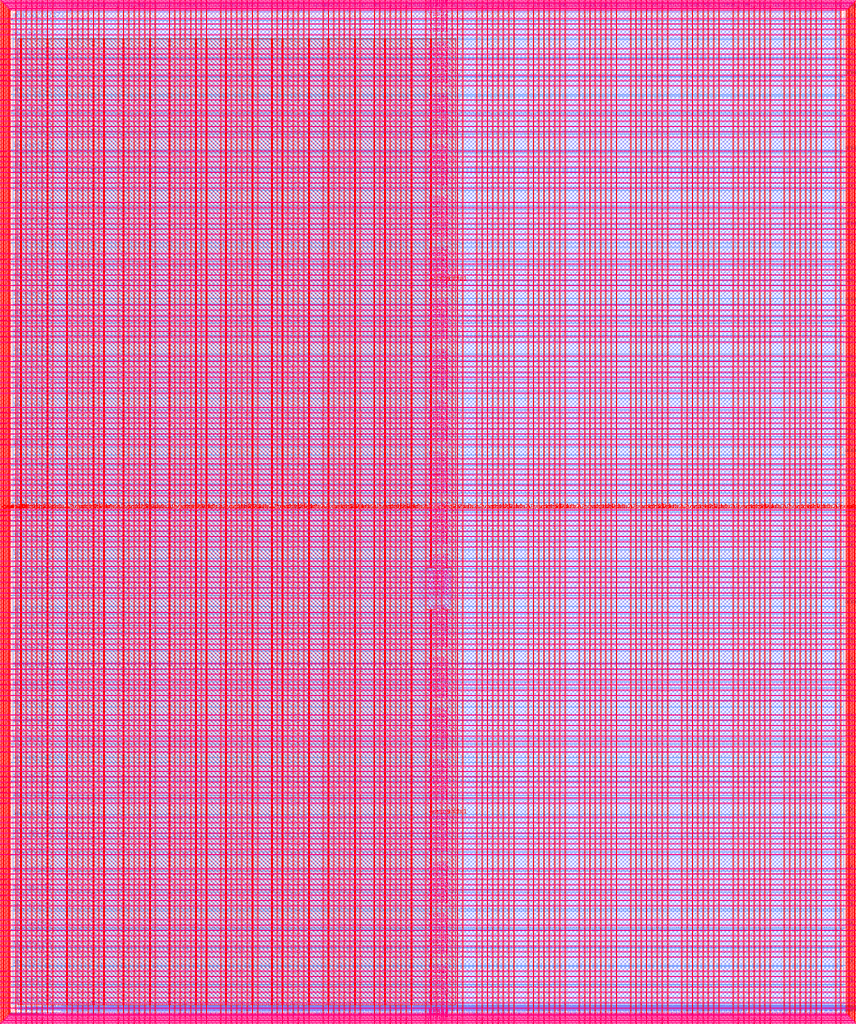
<source format=lef>
VERSION 5.7 ;
  NOWIREEXTENSIONATPIN ON ;
  DIVIDERCHAR "/" ;
  BUSBITCHARS "[]" ;
MACRO user_project_wrapper
  CLASS BLOCK ;
  FOREIGN user_project_wrapper ;
  ORIGIN 0.000 0.000 ;
  SIZE 2920.000 BY 3520.000 ;
  PIN analog_io[0]
    DIRECTION INOUT ;
    USE SIGNAL ;
    PORT
      LAYER met3 ;
        RECT 2917.600 1426.380 2924.800 1427.580 ;
    END
  END analog_io[0]
  PIN analog_io[10]
    DIRECTION INOUT ;
    USE SIGNAL ;
    PORT
      LAYER met2 ;
        RECT 2230.490 3517.600 2231.050 3524.800 ;
    END
  END analog_io[10]
  PIN analog_io[11]
    DIRECTION INOUT ;
    USE SIGNAL ;
    PORT
      LAYER met2 ;
        RECT 1905.730 3517.600 1906.290 3524.800 ;
    END
  END analog_io[11]
  PIN analog_io[12]
    DIRECTION INOUT ;
    USE SIGNAL ;
    PORT
      LAYER met2 ;
        RECT 1581.430 3517.600 1581.990 3524.800 ;
    END
  END analog_io[12]
  PIN analog_io[13]
    DIRECTION INOUT ;
    USE SIGNAL ;
    PORT
      LAYER met2 ;
        RECT 1257.130 3517.600 1257.690 3524.800 ;
    END
  END analog_io[13]
  PIN analog_io[14]
    DIRECTION INOUT ;
    USE SIGNAL ;
    PORT
      LAYER met2 ;
        RECT 932.370 3517.600 932.930 3524.800 ;
    END
  END analog_io[14]
  PIN analog_io[15]
    DIRECTION INOUT ;
    USE SIGNAL ;
    PORT
      LAYER met2 ;
        RECT 608.070 3517.600 608.630 3524.800 ;
    END
  END analog_io[15]
  PIN analog_io[16]
    DIRECTION INOUT ;
    USE SIGNAL ;
    PORT
      LAYER met2 ;
        RECT 283.770 3517.600 284.330 3524.800 ;
    END
  END analog_io[16]
  PIN analog_io[17]
    DIRECTION INOUT ;
    USE SIGNAL ;
    PORT
      LAYER met3 ;
        RECT -4.800 3486.100 2.400 3487.300 ;
    END
  END analog_io[17]
  PIN analog_io[18]
    DIRECTION INOUT ;
    USE SIGNAL ;
    PORT
      LAYER met3 ;
        RECT -4.800 3224.980 2.400 3226.180 ;
    END
  END analog_io[18]
  PIN analog_io[19]
    DIRECTION INOUT ;
    USE SIGNAL ;
    PORT
      LAYER met3 ;
        RECT -4.800 2964.540 2.400 2965.740 ;
    END
  END analog_io[19]
  PIN analog_io[1]
    DIRECTION INOUT ;
    USE SIGNAL ;
    PORT
      LAYER met3 ;
        RECT 2917.600 1692.260 2924.800 1693.460 ;
    END
  END analog_io[1]
  PIN analog_io[20]
    DIRECTION INOUT ;
    USE SIGNAL ;
    PORT
      LAYER met3 ;
        RECT -4.800 2703.420 2.400 2704.620 ;
    END
  END analog_io[20]
  PIN analog_io[21]
    DIRECTION INOUT ;
    USE SIGNAL ;
    PORT
      LAYER met3 ;
        RECT -4.800 2442.980 2.400 2444.180 ;
    END
  END analog_io[21]
  PIN analog_io[22]
    DIRECTION INOUT ;
    USE SIGNAL ;
    PORT
      LAYER met3 ;
        RECT -4.800 2182.540 2.400 2183.740 ;
    END
  END analog_io[22]
  PIN analog_io[23]
    DIRECTION INOUT ;
    USE SIGNAL ;
    PORT
      LAYER met3 ;
        RECT -4.800 1921.420 2.400 1922.620 ;
    END
  END analog_io[23]
  PIN analog_io[24]
    DIRECTION INOUT ;
    USE SIGNAL ;
    PORT
      LAYER met3 ;
        RECT -4.800 1660.980 2.400 1662.180 ;
    END
  END analog_io[24]
  PIN analog_io[25]
    DIRECTION INOUT ;
    USE SIGNAL ;
    PORT
      LAYER met3 ;
        RECT -4.800 1399.860 2.400 1401.060 ;
    END
  END analog_io[25]
  PIN analog_io[26]
    DIRECTION INOUT ;
    USE SIGNAL ;
    PORT
      LAYER met3 ;
        RECT -4.800 1139.420 2.400 1140.620 ;
    END
  END analog_io[26]
  PIN analog_io[27]
    DIRECTION INOUT ;
    USE SIGNAL ;
    PORT
      LAYER met3 ;
        RECT -4.800 878.980 2.400 880.180 ;
    END
  END analog_io[27]
  PIN analog_io[28]
    DIRECTION INOUT ;
    USE SIGNAL ;
    PORT
      LAYER met3 ;
        RECT -4.800 617.860 2.400 619.060 ;
    END
  END analog_io[28]
  PIN analog_io[2]
    DIRECTION INOUT ;
    USE SIGNAL ;
    PORT
      LAYER met3 ;
        RECT 2917.600 1958.140 2924.800 1959.340 ;
    END
  END analog_io[2]
  PIN analog_io[3]
    DIRECTION INOUT ;
    USE SIGNAL ;
    PORT
      LAYER met3 ;
        RECT 2917.600 2223.340 2924.800 2224.540 ;
    END
  END analog_io[3]
  PIN analog_io[4]
    DIRECTION INOUT ;
    USE SIGNAL ;
    PORT
      LAYER met3 ;
        RECT 2917.600 2489.220 2924.800 2490.420 ;
    END
  END analog_io[4]
  PIN analog_io[5]
    DIRECTION INOUT ;
    USE SIGNAL ;
    PORT
      LAYER met3 ;
        RECT 2917.600 2755.100 2924.800 2756.300 ;
    END
  END analog_io[5]
  PIN analog_io[6]
    DIRECTION INOUT ;
    USE SIGNAL ;
    PORT
      LAYER met3 ;
        RECT 2917.600 3020.300 2924.800 3021.500 ;
    END
  END analog_io[6]
  PIN analog_io[7]
    DIRECTION INOUT ;
    USE SIGNAL ;
    PORT
      LAYER met3 ;
        RECT 2917.600 3286.180 2924.800 3287.380 ;
    END
  END analog_io[7]
  PIN analog_io[8]
    DIRECTION INOUT ;
    USE SIGNAL ;
    PORT
      LAYER met2 ;
        RECT 2879.090 3517.600 2879.650 3524.800 ;
    END
  END analog_io[8]
  PIN analog_io[9]
    DIRECTION INOUT ;
    USE SIGNAL ;
    PORT
      LAYER met2 ;
        RECT 2554.790 3517.600 2555.350 3524.800 ;
    END
  END analog_io[9]
  PIN io_in[0]
    DIRECTION INPUT ;
    USE SIGNAL ;
    PORT
      LAYER met3 ;
        RECT 2917.600 32.380 2924.800 33.580 ;
    END
  END io_in[0]
  PIN io_in[10]
    DIRECTION INPUT ;
    USE SIGNAL ;
    PORT
      LAYER met3 ;
        RECT 2917.600 2289.980 2924.800 2291.180 ;
    END
  END io_in[10]
  PIN io_in[11]
    DIRECTION INPUT ;
    USE SIGNAL ;
    PORT
      LAYER met3 ;
        RECT 2917.600 2555.860 2924.800 2557.060 ;
    END
  END io_in[11]
  PIN io_in[12]
    DIRECTION INPUT ;
    USE SIGNAL ;
    PORT
      LAYER met3 ;
        RECT 2917.600 2821.060 2924.800 2822.260 ;
    END
  END io_in[12]
  PIN io_in[13]
    DIRECTION INPUT ;
    USE SIGNAL ;
    PORT
      LAYER met3 ;
        RECT 2917.600 3086.940 2924.800 3088.140 ;
    END
  END io_in[13]
  PIN io_in[14]
    DIRECTION INPUT ;
    USE SIGNAL ;
    PORT
      LAYER met3 ;
        RECT 2917.600 3352.820 2924.800 3354.020 ;
    END
  END io_in[14]
  PIN io_in[15]
    DIRECTION INPUT ;
    USE SIGNAL ;
    PORT
      LAYER met2 ;
        RECT 2798.130 3517.600 2798.690 3524.800 ;
    END
  END io_in[15]
  PIN io_in[16]
    DIRECTION INPUT ;
    USE SIGNAL ;
    PORT
      LAYER met2 ;
        RECT 2473.830 3517.600 2474.390 3524.800 ;
    END
  END io_in[16]
  PIN io_in[17]
    DIRECTION INPUT ;
    USE SIGNAL ;
    PORT
      LAYER met2 ;
        RECT 2149.070 3517.600 2149.630 3524.800 ;
    END
  END io_in[17]
  PIN io_in[18]
    DIRECTION INPUT ;
    USE SIGNAL ;
    PORT
      LAYER met2 ;
        RECT 1824.770 3517.600 1825.330 3524.800 ;
    END
  END io_in[18]
  PIN io_in[19]
    DIRECTION INPUT ;
    USE SIGNAL ;
    PORT
      LAYER met2 ;
        RECT 1500.470 3517.600 1501.030 3524.800 ;
    END
  END io_in[19]
  PIN io_in[1]
    DIRECTION INPUT ;
    USE SIGNAL ;
    PORT
      LAYER met3 ;
        RECT 2917.600 230.940 2924.800 232.140 ;
    END
  END io_in[1]
  PIN io_in[20]
    DIRECTION INPUT ;
    USE SIGNAL ;
    PORT
      LAYER met2 ;
        RECT 1175.710 3517.600 1176.270 3524.800 ;
    END
  END io_in[20]
  PIN io_in[21]
    DIRECTION INPUT ;
    USE SIGNAL ;
    PORT
      LAYER met2 ;
        RECT 851.410 3517.600 851.970 3524.800 ;
    END
  END io_in[21]
  PIN io_in[22]
    DIRECTION INPUT ;
    USE SIGNAL ;
    PORT
      LAYER met2 ;
        RECT 527.110 3517.600 527.670 3524.800 ;
    END
  END io_in[22]
  PIN io_in[23]
    DIRECTION INPUT ;
    USE SIGNAL ;
    PORT
      LAYER met2 ;
        RECT 202.350 3517.600 202.910 3524.800 ;
    END
  END io_in[23]
  PIN io_in[24]
    DIRECTION INPUT ;
    USE SIGNAL ;
    PORT
      LAYER met3 ;
        RECT -4.800 3420.820 2.400 3422.020 ;
    END
  END io_in[24]
  PIN io_in[25]
    DIRECTION INPUT ;
    USE SIGNAL ;
    PORT
      LAYER met3 ;
        RECT -4.800 3159.700 2.400 3160.900 ;
    END
  END io_in[25]
  PIN io_in[26]
    DIRECTION INPUT ;
    USE SIGNAL ;
    PORT
      LAYER met3 ;
        RECT -4.800 2899.260 2.400 2900.460 ;
    END
  END io_in[26]
  PIN io_in[27]
    DIRECTION INPUT ;
    USE SIGNAL ;
    PORT
      LAYER met3 ;
        RECT -4.800 2638.820 2.400 2640.020 ;
    END
  END io_in[27]
  PIN io_in[28]
    DIRECTION INPUT ;
    USE SIGNAL ;
    PORT
      LAYER met3 ;
        RECT -4.800 2377.700 2.400 2378.900 ;
    END
  END io_in[28]
  PIN io_in[29]
    DIRECTION INPUT ;
    USE SIGNAL ;
    PORT
      LAYER met3 ;
        RECT -4.800 2117.260 2.400 2118.460 ;
    END
  END io_in[29]
  PIN io_in[2]
    DIRECTION INPUT ;
    USE SIGNAL ;
    PORT
      LAYER met3 ;
        RECT 2917.600 430.180 2924.800 431.380 ;
    END
  END io_in[2]
  PIN io_in[30]
    DIRECTION INPUT ;
    USE SIGNAL ;
    PORT
      LAYER met3 ;
        RECT -4.800 1856.140 2.400 1857.340 ;
    END
  END io_in[30]
  PIN io_in[31]
    DIRECTION INPUT ;
    USE SIGNAL ;
    PORT
      LAYER met3 ;
        RECT -4.800 1595.700 2.400 1596.900 ;
    END
  END io_in[31]
  PIN io_in[32]
    DIRECTION INPUT ;
    USE SIGNAL ;
    PORT
      LAYER met3 ;
        RECT -4.800 1335.260 2.400 1336.460 ;
    END
  END io_in[32]
  PIN io_in[33]
    DIRECTION INPUT ;
    USE SIGNAL ;
    PORT
      LAYER met3 ;
        RECT -4.800 1074.140 2.400 1075.340 ;
    END
  END io_in[33]
  PIN io_in[34]
    DIRECTION INPUT ;
    USE SIGNAL ;
    PORT
      LAYER met3 ;
        RECT -4.800 813.700 2.400 814.900 ;
    END
  END io_in[34]
  PIN io_in[35]
    DIRECTION INPUT ;
    USE SIGNAL ;
    PORT
      LAYER met3 ;
        RECT -4.800 552.580 2.400 553.780 ;
    END
  END io_in[35]
  PIN io_in[36]
    DIRECTION INPUT ;
    USE SIGNAL ;
    PORT
      LAYER met3 ;
        RECT -4.800 357.420 2.400 358.620 ;
    END
  END io_in[36]
  PIN io_in[37]
    DIRECTION INPUT ;
    USE SIGNAL ;
    PORT
      LAYER met3 ;
        RECT -4.800 161.580 2.400 162.780 ;
    END
  END io_in[37]
  PIN io_in[3]
    DIRECTION INPUT ;
    USE SIGNAL ;
    PORT
      LAYER met3 ;
        RECT 2917.600 629.420 2924.800 630.620 ;
    END
  END io_in[3]
  PIN io_in[4]
    DIRECTION INPUT ;
    USE SIGNAL ;
    PORT
      LAYER met3 ;
        RECT 2917.600 828.660 2924.800 829.860 ;
    END
  END io_in[4]
  PIN io_in[5]
    DIRECTION INPUT ;
    USE SIGNAL ;
    PORT
      LAYER met3 ;
        RECT 2917.600 1027.900 2924.800 1029.100 ;
    END
  END io_in[5]
  PIN io_in[6]
    DIRECTION INPUT ;
    USE SIGNAL ;
    PORT
      LAYER met3 ;
        RECT 2917.600 1227.140 2924.800 1228.340 ;
    END
  END io_in[6]
  PIN io_in[7]
    DIRECTION INPUT ;
    USE SIGNAL ;
    PORT
      LAYER met3 ;
        RECT 2917.600 1493.020 2924.800 1494.220 ;
    END
  END io_in[7]
  PIN io_in[8]
    DIRECTION INPUT ;
    USE SIGNAL ;
    PORT
      LAYER met3 ;
        RECT 2917.600 1758.900 2924.800 1760.100 ;
    END
  END io_in[8]
  PIN io_in[9]
    DIRECTION INPUT ;
    USE SIGNAL ;
    PORT
      LAYER met3 ;
        RECT 2917.600 2024.100 2924.800 2025.300 ;
    END
  END io_in[9]
  PIN io_oeb[0]
    DIRECTION OUTPUT TRISTATE ;
    USE SIGNAL ;
    PORT
      LAYER met3 ;
        RECT 2917.600 164.980 2924.800 166.180 ;
    END
  END io_oeb[0]
  PIN io_oeb[10]
    DIRECTION OUTPUT TRISTATE ;
    USE SIGNAL ;
    PORT
      LAYER met3 ;
        RECT 2917.600 2422.580 2924.800 2423.780 ;
    END
  END io_oeb[10]
  PIN io_oeb[11]
    DIRECTION OUTPUT TRISTATE ;
    USE SIGNAL ;
    PORT
      LAYER met3 ;
        RECT 2917.600 2688.460 2924.800 2689.660 ;
    END
  END io_oeb[11]
  PIN io_oeb[12]
    DIRECTION OUTPUT TRISTATE ;
    USE SIGNAL ;
    PORT
      LAYER met3 ;
        RECT 2917.600 2954.340 2924.800 2955.540 ;
    END
  END io_oeb[12]
  PIN io_oeb[13]
    DIRECTION OUTPUT TRISTATE ;
    USE SIGNAL ;
    PORT
      LAYER met3 ;
        RECT 2917.600 3219.540 2924.800 3220.740 ;
    END
  END io_oeb[13]
  PIN io_oeb[14]
    DIRECTION OUTPUT TRISTATE ;
    USE SIGNAL ;
    PORT
      LAYER met3 ;
        RECT 2917.600 3485.420 2924.800 3486.620 ;
    END
  END io_oeb[14]
  PIN io_oeb[15]
    DIRECTION OUTPUT TRISTATE ;
    USE SIGNAL ;
    PORT
      LAYER met2 ;
        RECT 2635.750 3517.600 2636.310 3524.800 ;
    END
  END io_oeb[15]
  PIN io_oeb[16]
    DIRECTION OUTPUT TRISTATE ;
    USE SIGNAL ;
    PORT
      LAYER met2 ;
        RECT 2311.450 3517.600 2312.010 3524.800 ;
    END
  END io_oeb[16]
  PIN io_oeb[17]
    DIRECTION OUTPUT TRISTATE ;
    USE SIGNAL ;
    PORT
      LAYER met2 ;
        RECT 1987.150 3517.600 1987.710 3524.800 ;
    END
  END io_oeb[17]
  PIN io_oeb[18]
    DIRECTION OUTPUT TRISTATE ;
    USE SIGNAL ;
    PORT
      LAYER met2 ;
        RECT 1662.390 3517.600 1662.950 3524.800 ;
    END
  END io_oeb[18]
  PIN io_oeb[19]
    DIRECTION OUTPUT TRISTATE ;
    USE SIGNAL ;
    PORT
      LAYER met2 ;
        RECT 1338.090 3517.600 1338.650 3524.800 ;
    END
  END io_oeb[19]
  PIN io_oeb[1]
    DIRECTION OUTPUT TRISTATE ;
    USE SIGNAL ;
    PORT
      LAYER met3 ;
        RECT 2917.600 364.220 2924.800 365.420 ;
    END
  END io_oeb[1]
  PIN io_oeb[20]
    DIRECTION OUTPUT TRISTATE ;
    USE SIGNAL ;
    PORT
      LAYER met2 ;
        RECT 1013.790 3517.600 1014.350 3524.800 ;
    END
  END io_oeb[20]
  PIN io_oeb[21]
    DIRECTION OUTPUT TRISTATE ;
    USE SIGNAL ;
    PORT
      LAYER met2 ;
        RECT 689.030 3517.600 689.590 3524.800 ;
    END
  END io_oeb[21]
  PIN io_oeb[22]
    DIRECTION OUTPUT TRISTATE ;
    USE SIGNAL ;
    PORT
      LAYER met2 ;
        RECT 364.730 3517.600 365.290 3524.800 ;
    END
  END io_oeb[22]
  PIN io_oeb[23]
    DIRECTION OUTPUT TRISTATE ;
    USE SIGNAL ;
    PORT
      LAYER met2 ;
        RECT 40.430 3517.600 40.990 3524.800 ;
    END
  END io_oeb[23]
  PIN io_oeb[24]
    DIRECTION OUTPUT TRISTATE ;
    USE SIGNAL ;
    PORT
      LAYER met3 ;
        RECT -4.800 3290.260 2.400 3291.460 ;
    END
  END io_oeb[24]
  PIN io_oeb[25]
    DIRECTION OUTPUT TRISTATE ;
    USE SIGNAL ;
    PORT
      LAYER met3 ;
        RECT -4.800 3029.820 2.400 3031.020 ;
    END
  END io_oeb[25]
  PIN io_oeb[26]
    DIRECTION OUTPUT TRISTATE ;
    USE SIGNAL ;
    PORT
      LAYER met3 ;
        RECT -4.800 2768.700 2.400 2769.900 ;
    END
  END io_oeb[26]
  PIN io_oeb[27]
    DIRECTION OUTPUT TRISTATE ;
    USE SIGNAL ;
    PORT
      LAYER met3 ;
        RECT -4.800 2508.260 2.400 2509.460 ;
    END
  END io_oeb[27]
  PIN io_oeb[28]
    DIRECTION OUTPUT TRISTATE ;
    USE SIGNAL ;
    PORT
      LAYER met3 ;
        RECT -4.800 2247.140 2.400 2248.340 ;
    END
  END io_oeb[28]
  PIN io_oeb[29]
    DIRECTION OUTPUT TRISTATE ;
    USE SIGNAL ;
    PORT
      LAYER met3 ;
        RECT -4.800 1986.700 2.400 1987.900 ;
    END
  END io_oeb[29]
  PIN io_oeb[2]
    DIRECTION OUTPUT TRISTATE ;
    USE SIGNAL ;
    PORT
      LAYER met3 ;
        RECT 2917.600 563.460 2924.800 564.660 ;
    END
  END io_oeb[2]
  PIN io_oeb[30]
    DIRECTION OUTPUT TRISTATE ;
    USE SIGNAL ;
    PORT
      LAYER met3 ;
        RECT -4.800 1726.260 2.400 1727.460 ;
    END
  END io_oeb[30]
  PIN io_oeb[31]
    DIRECTION OUTPUT TRISTATE ;
    USE SIGNAL ;
    PORT
      LAYER met3 ;
        RECT -4.800 1465.140 2.400 1466.340 ;
    END
  END io_oeb[31]
  PIN io_oeb[32]
    DIRECTION OUTPUT TRISTATE ;
    USE SIGNAL ;
    PORT
      LAYER met3 ;
        RECT -4.800 1204.700 2.400 1205.900 ;
    END
  END io_oeb[32]
  PIN io_oeb[33]
    DIRECTION OUTPUT TRISTATE ;
    USE SIGNAL ;
    PORT
      LAYER met3 ;
        RECT -4.800 943.580 2.400 944.780 ;
    END
  END io_oeb[33]
  PIN io_oeb[34]
    DIRECTION OUTPUT TRISTATE ;
    USE SIGNAL ;
    PORT
      LAYER met3 ;
        RECT -4.800 683.140 2.400 684.340 ;
    END
  END io_oeb[34]
  PIN io_oeb[35]
    DIRECTION OUTPUT TRISTATE ;
    USE SIGNAL ;
    PORT
      LAYER met3 ;
        RECT -4.800 422.700 2.400 423.900 ;
    END
  END io_oeb[35]
  PIN io_oeb[36]
    DIRECTION OUTPUT TRISTATE ;
    USE SIGNAL ;
    PORT
      LAYER met3 ;
        RECT -4.800 226.860 2.400 228.060 ;
    END
  END io_oeb[36]
  PIN io_oeb[37]
    DIRECTION OUTPUT TRISTATE ;
    USE SIGNAL ;
    PORT
      LAYER met3 ;
        RECT -4.800 31.700 2.400 32.900 ;
    END
  END io_oeb[37]
  PIN io_oeb[3]
    DIRECTION OUTPUT TRISTATE ;
    USE SIGNAL ;
    PORT
      LAYER met3 ;
        RECT 2917.600 762.700 2924.800 763.900 ;
    END
  END io_oeb[3]
  PIN io_oeb[4]
    DIRECTION OUTPUT TRISTATE ;
    USE SIGNAL ;
    PORT
      LAYER met3 ;
        RECT 2917.600 961.940 2924.800 963.140 ;
    END
  END io_oeb[4]
  PIN io_oeb[5]
    DIRECTION OUTPUT TRISTATE ;
    USE SIGNAL ;
    PORT
      LAYER met3 ;
        RECT 2917.600 1161.180 2924.800 1162.380 ;
    END
  END io_oeb[5]
  PIN io_oeb[6]
    DIRECTION OUTPUT TRISTATE ;
    USE SIGNAL ;
    PORT
      LAYER met3 ;
        RECT 2917.600 1360.420 2924.800 1361.620 ;
    END
  END io_oeb[6]
  PIN io_oeb[7]
    DIRECTION OUTPUT TRISTATE ;
    USE SIGNAL ;
    PORT
      LAYER met3 ;
        RECT 2917.600 1625.620 2924.800 1626.820 ;
    END
  END io_oeb[7]
  PIN io_oeb[8]
    DIRECTION OUTPUT TRISTATE ;
    USE SIGNAL ;
    PORT
      LAYER met3 ;
        RECT 2917.600 1891.500 2924.800 1892.700 ;
    END
  END io_oeb[8]
  PIN io_oeb[9]
    DIRECTION OUTPUT TRISTATE ;
    USE SIGNAL ;
    PORT
      LAYER met3 ;
        RECT 2917.600 2157.380 2924.800 2158.580 ;
    END
  END io_oeb[9]
  PIN io_out[0]
    DIRECTION OUTPUT TRISTATE ;
    USE SIGNAL ;
    PORT
      LAYER met3 ;
        RECT 2917.600 98.340 2924.800 99.540 ;
    END
  END io_out[0]
  PIN io_out[10]
    DIRECTION OUTPUT TRISTATE ;
    USE SIGNAL ;
    PORT
      LAYER met3 ;
        RECT 2917.600 2356.620 2924.800 2357.820 ;
    END
  END io_out[10]
  PIN io_out[11]
    DIRECTION OUTPUT TRISTATE ;
    USE SIGNAL ;
    PORT
      LAYER met3 ;
        RECT 2917.600 2621.820 2924.800 2623.020 ;
    END
  END io_out[11]
  PIN io_out[12]
    DIRECTION OUTPUT TRISTATE ;
    USE SIGNAL ;
    PORT
      LAYER met3 ;
        RECT 2917.600 2887.700 2924.800 2888.900 ;
    END
  END io_out[12]
  PIN io_out[13]
    DIRECTION OUTPUT TRISTATE ;
    USE SIGNAL ;
    PORT
      LAYER met3 ;
        RECT 2917.600 3153.580 2924.800 3154.780 ;
    END
  END io_out[13]
  PIN io_out[14]
    DIRECTION OUTPUT TRISTATE ;
    USE SIGNAL ;
    PORT
      LAYER met3 ;
        RECT 2917.600 3418.780 2924.800 3419.980 ;
    END
  END io_out[14]
  PIN io_out[15]
    DIRECTION OUTPUT TRISTATE ;
    USE SIGNAL ;
    PORT
      LAYER met2 ;
        RECT 2717.170 3517.600 2717.730 3524.800 ;
    END
  END io_out[15]
  PIN io_out[16]
    DIRECTION OUTPUT TRISTATE ;
    USE SIGNAL ;
    PORT
      LAYER met2 ;
        RECT 2392.410 3517.600 2392.970 3524.800 ;
    END
  END io_out[16]
  PIN io_out[17]
    DIRECTION OUTPUT TRISTATE ;
    USE SIGNAL ;
    PORT
      LAYER met2 ;
        RECT 2068.110 3517.600 2068.670 3524.800 ;
    END
  END io_out[17]
  PIN io_out[18]
    DIRECTION OUTPUT TRISTATE ;
    USE SIGNAL ;
    PORT
      LAYER met2 ;
        RECT 1743.810 3517.600 1744.370 3524.800 ;
    END
  END io_out[18]
  PIN io_out[19]
    DIRECTION OUTPUT TRISTATE ;
    USE SIGNAL ;
    PORT
      LAYER met2 ;
        RECT 1419.050 3517.600 1419.610 3524.800 ;
    END
  END io_out[19]
  PIN io_out[1]
    DIRECTION OUTPUT TRISTATE ;
    USE SIGNAL ;
    PORT
      LAYER met3 ;
        RECT 2917.600 297.580 2924.800 298.780 ;
    END
  END io_out[1]
  PIN io_out[20]
    DIRECTION OUTPUT TRISTATE ;
    USE SIGNAL ;
    PORT
      LAYER met2 ;
        RECT 1094.750 3517.600 1095.310 3524.800 ;
    END
  END io_out[20]
  PIN io_out[21]
    DIRECTION OUTPUT TRISTATE ;
    USE SIGNAL ;
    PORT
      LAYER met2 ;
        RECT 770.450 3517.600 771.010 3524.800 ;
    END
  END io_out[21]
  PIN io_out[22]
    DIRECTION OUTPUT TRISTATE ;
    USE SIGNAL ;
    PORT
      LAYER met2 ;
        RECT 445.690 3517.600 446.250 3524.800 ;
    END
  END io_out[22]
  PIN io_out[23]
    DIRECTION OUTPUT TRISTATE ;
    USE SIGNAL ;
    PORT
      LAYER met2 ;
        RECT 121.390 3517.600 121.950 3524.800 ;
    END
  END io_out[23]
  PIN io_out[24]
    DIRECTION OUTPUT TRISTATE ;
    USE SIGNAL ;
    PORT
      LAYER met3 ;
        RECT -4.800 3355.540 2.400 3356.740 ;
    END
  END io_out[24]
  PIN io_out[25]
    DIRECTION OUTPUT TRISTATE ;
    USE SIGNAL ;
    PORT
      LAYER met3 ;
        RECT -4.800 3095.100 2.400 3096.300 ;
    END
  END io_out[25]
  PIN io_out[26]
    DIRECTION OUTPUT TRISTATE ;
    USE SIGNAL ;
    PORT
      LAYER met3 ;
        RECT -4.800 2833.980 2.400 2835.180 ;
    END
  END io_out[26]
  PIN io_out[27]
    DIRECTION OUTPUT TRISTATE ;
    USE SIGNAL ;
    PORT
      LAYER met3 ;
        RECT -4.800 2573.540 2.400 2574.740 ;
    END
  END io_out[27]
  PIN io_out[28]
    DIRECTION OUTPUT TRISTATE ;
    USE SIGNAL ;
    PORT
      LAYER met3 ;
        RECT -4.800 2312.420 2.400 2313.620 ;
    END
  END io_out[28]
  PIN io_out[29]
    DIRECTION OUTPUT TRISTATE ;
    USE SIGNAL ;
    PORT
      LAYER met3 ;
        RECT -4.800 2051.980 2.400 2053.180 ;
    END
  END io_out[29]
  PIN io_out[2]
    DIRECTION OUTPUT TRISTATE ;
    USE SIGNAL ;
    PORT
      LAYER met3 ;
        RECT 2917.600 496.820 2924.800 498.020 ;
    END
  END io_out[2]
  PIN io_out[30]
    DIRECTION OUTPUT TRISTATE ;
    USE SIGNAL ;
    PORT
      LAYER met3 ;
        RECT -4.800 1791.540 2.400 1792.740 ;
    END
  END io_out[30]
  PIN io_out[31]
    DIRECTION OUTPUT TRISTATE ;
    USE SIGNAL ;
    PORT
      LAYER met3 ;
        RECT -4.800 1530.420 2.400 1531.620 ;
    END
  END io_out[31]
  PIN io_out[32]
    DIRECTION OUTPUT TRISTATE ;
    USE SIGNAL ;
    PORT
      LAYER met3 ;
        RECT -4.800 1269.980 2.400 1271.180 ;
    END
  END io_out[32]
  PIN io_out[33]
    DIRECTION OUTPUT TRISTATE ;
    USE SIGNAL ;
    PORT
      LAYER met3 ;
        RECT -4.800 1008.860 2.400 1010.060 ;
    END
  END io_out[33]
  PIN io_out[34]
    DIRECTION OUTPUT TRISTATE ;
    USE SIGNAL ;
    PORT
      LAYER met3 ;
        RECT -4.800 748.420 2.400 749.620 ;
    END
  END io_out[34]
  PIN io_out[35]
    DIRECTION OUTPUT TRISTATE ;
    USE SIGNAL ;
    PORT
      LAYER met3 ;
        RECT -4.800 487.300 2.400 488.500 ;
    END
  END io_out[35]
  PIN io_out[36]
    DIRECTION OUTPUT TRISTATE ;
    USE SIGNAL ;
    PORT
      LAYER met3 ;
        RECT -4.800 292.140 2.400 293.340 ;
    END
  END io_out[36]
  PIN io_out[37]
    DIRECTION OUTPUT TRISTATE ;
    USE SIGNAL ;
    PORT
      LAYER met3 ;
        RECT -4.800 96.300 2.400 97.500 ;
    END
  END io_out[37]
  PIN io_out[3]
    DIRECTION OUTPUT TRISTATE ;
    USE SIGNAL ;
    PORT
      LAYER met3 ;
        RECT 2917.600 696.060 2924.800 697.260 ;
    END
  END io_out[3]
  PIN io_out[4]
    DIRECTION OUTPUT TRISTATE ;
    USE SIGNAL ;
    PORT
      LAYER met3 ;
        RECT 2917.600 895.300 2924.800 896.500 ;
    END
  END io_out[4]
  PIN io_out[5]
    DIRECTION OUTPUT TRISTATE ;
    USE SIGNAL ;
    PORT
      LAYER met3 ;
        RECT 2917.600 1094.540 2924.800 1095.740 ;
    END
  END io_out[5]
  PIN io_out[6]
    DIRECTION OUTPUT TRISTATE ;
    USE SIGNAL ;
    PORT
      LAYER met3 ;
        RECT 2917.600 1293.780 2924.800 1294.980 ;
    END
  END io_out[6]
  PIN io_out[7]
    DIRECTION OUTPUT TRISTATE ;
    USE SIGNAL ;
    PORT
      LAYER met3 ;
        RECT 2917.600 1559.660 2924.800 1560.860 ;
    END
  END io_out[7]
  PIN io_out[8]
    DIRECTION OUTPUT TRISTATE ;
    USE SIGNAL ;
    PORT
      LAYER met3 ;
        RECT 2917.600 1824.860 2924.800 1826.060 ;
    END
  END io_out[8]
  PIN io_out[9]
    DIRECTION OUTPUT TRISTATE ;
    USE SIGNAL ;
    PORT
      LAYER met3 ;
        RECT 2917.600 2090.740 2924.800 2091.940 ;
    END
  END io_out[9]
  PIN la_data_in[0]
    DIRECTION INPUT ;
    USE SIGNAL ;
    PORT
      LAYER met2 ;
        RECT 629.230 -4.800 629.790 2.400 ;
    END
  END la_data_in[0]
  PIN la_data_in[100]
    DIRECTION INPUT ;
    USE SIGNAL ;
    PORT
      LAYER met2 ;
        RECT 2402.530 -4.800 2403.090 2.400 ;
    END
  END la_data_in[100]
  PIN la_data_in[101]
    DIRECTION INPUT ;
    USE SIGNAL ;
    PORT
      LAYER met2 ;
        RECT 2420.010 -4.800 2420.570 2.400 ;
    END
  END la_data_in[101]
  PIN la_data_in[102]
    DIRECTION INPUT ;
    USE SIGNAL ;
    PORT
      LAYER met2 ;
        RECT 2437.950 -4.800 2438.510 2.400 ;
    END
  END la_data_in[102]
  PIN la_data_in[103]
    DIRECTION INPUT ;
    USE SIGNAL ;
    PORT
      LAYER met2 ;
        RECT 2455.430 -4.800 2455.990 2.400 ;
    END
  END la_data_in[103]
  PIN la_data_in[104]
    DIRECTION INPUT ;
    USE SIGNAL ;
    PORT
      LAYER met2 ;
        RECT 2473.370 -4.800 2473.930 2.400 ;
    END
  END la_data_in[104]
  PIN la_data_in[105]
    DIRECTION INPUT ;
    USE SIGNAL ;
    PORT
      LAYER met2 ;
        RECT 2490.850 -4.800 2491.410 2.400 ;
    END
  END la_data_in[105]
  PIN la_data_in[106]
    DIRECTION INPUT ;
    USE SIGNAL ;
    PORT
      LAYER met2 ;
        RECT 2508.790 -4.800 2509.350 2.400 ;
    END
  END la_data_in[106]
  PIN la_data_in[107]
    DIRECTION INPUT ;
    USE SIGNAL ;
    PORT
      LAYER met2 ;
        RECT 2526.730 -4.800 2527.290 2.400 ;
    END
  END la_data_in[107]
  PIN la_data_in[108]
    DIRECTION INPUT ;
    USE SIGNAL ;
    PORT
      LAYER met2 ;
        RECT 2544.210 -4.800 2544.770 2.400 ;
    END
  END la_data_in[108]
  PIN la_data_in[109]
    DIRECTION INPUT ;
    USE SIGNAL ;
    PORT
      LAYER met2 ;
        RECT 2562.150 -4.800 2562.710 2.400 ;
    END
  END la_data_in[109]
  PIN la_data_in[10]
    DIRECTION INPUT ;
    USE SIGNAL ;
    PORT
      LAYER met2 ;
        RECT 806.330 -4.800 806.890 2.400 ;
    END
  END la_data_in[10]
  PIN la_data_in[110]
    DIRECTION INPUT ;
    USE SIGNAL ;
    PORT
      LAYER met2 ;
        RECT 2579.630 -4.800 2580.190 2.400 ;
    END
  END la_data_in[110]
  PIN la_data_in[111]
    DIRECTION INPUT ;
    USE SIGNAL ;
    PORT
      LAYER met2 ;
        RECT 2597.570 -4.800 2598.130 2.400 ;
    END
  END la_data_in[111]
  PIN la_data_in[112]
    DIRECTION INPUT ;
    USE SIGNAL ;
    PORT
      LAYER met2 ;
        RECT 2615.050 -4.800 2615.610 2.400 ;
    END
  END la_data_in[112]
  PIN la_data_in[113]
    DIRECTION INPUT ;
    USE SIGNAL ;
    PORT
      LAYER met2 ;
        RECT 2632.990 -4.800 2633.550 2.400 ;
    END
  END la_data_in[113]
  PIN la_data_in[114]
    DIRECTION INPUT ;
    USE SIGNAL ;
    PORT
      LAYER met2 ;
        RECT 2650.470 -4.800 2651.030 2.400 ;
    END
  END la_data_in[114]
  PIN la_data_in[115]
    DIRECTION INPUT ;
    USE SIGNAL ;
    PORT
      LAYER met2 ;
        RECT 2668.410 -4.800 2668.970 2.400 ;
    END
  END la_data_in[115]
  PIN la_data_in[116]
    DIRECTION INPUT ;
    USE SIGNAL ;
    PORT
      LAYER met2 ;
        RECT 2685.890 -4.800 2686.450 2.400 ;
    END
  END la_data_in[116]
  PIN la_data_in[117]
    DIRECTION INPUT ;
    USE SIGNAL ;
    PORT
      LAYER met2 ;
        RECT 2703.830 -4.800 2704.390 2.400 ;
    END
  END la_data_in[117]
  PIN la_data_in[118]
    DIRECTION INPUT ;
    USE SIGNAL ;
    PORT
      LAYER met2 ;
        RECT 2721.770 -4.800 2722.330 2.400 ;
    END
  END la_data_in[118]
  PIN la_data_in[119]
    DIRECTION INPUT ;
    USE SIGNAL ;
    PORT
      LAYER met2 ;
        RECT 2739.250 -4.800 2739.810 2.400 ;
    END
  END la_data_in[119]
  PIN la_data_in[11]
    DIRECTION INPUT ;
    USE SIGNAL ;
    PORT
      LAYER met2 ;
        RECT 824.270 -4.800 824.830 2.400 ;
    END
  END la_data_in[11]
  PIN la_data_in[120]
    DIRECTION INPUT ;
    USE SIGNAL ;
    PORT
      LAYER met2 ;
        RECT 2757.190 -4.800 2757.750 2.400 ;
    END
  END la_data_in[120]
  PIN la_data_in[121]
    DIRECTION INPUT ;
    USE SIGNAL ;
    PORT
      LAYER met2 ;
        RECT 2774.670 -4.800 2775.230 2.400 ;
    END
  END la_data_in[121]
  PIN la_data_in[122]
    DIRECTION INPUT ;
    USE SIGNAL ;
    PORT
      LAYER met2 ;
        RECT 2792.610 -4.800 2793.170 2.400 ;
    END
  END la_data_in[122]
  PIN la_data_in[123]
    DIRECTION INPUT ;
    USE SIGNAL ;
    PORT
      LAYER met2 ;
        RECT 2810.090 -4.800 2810.650 2.400 ;
    END
  END la_data_in[123]
  PIN la_data_in[124]
    DIRECTION INPUT ;
    USE SIGNAL ;
    PORT
      LAYER met2 ;
        RECT 2828.030 -4.800 2828.590 2.400 ;
    END
  END la_data_in[124]
  PIN la_data_in[125]
    DIRECTION INPUT ;
    USE SIGNAL ;
    PORT
      LAYER met2 ;
        RECT 2845.510 -4.800 2846.070 2.400 ;
    END
  END la_data_in[125]
  PIN la_data_in[126]
    DIRECTION INPUT ;
    USE SIGNAL ;
    PORT
      LAYER met2 ;
        RECT 2863.450 -4.800 2864.010 2.400 ;
    END
  END la_data_in[126]
  PIN la_data_in[127]
    DIRECTION INPUT ;
    USE SIGNAL ;
    PORT
      LAYER met2 ;
        RECT 2881.390 -4.800 2881.950 2.400 ;
    END
  END la_data_in[127]
  PIN la_data_in[12]
    DIRECTION INPUT ;
    USE SIGNAL ;
    PORT
      LAYER met2 ;
        RECT 841.750 -4.800 842.310 2.400 ;
    END
  END la_data_in[12]
  PIN la_data_in[13]
    DIRECTION INPUT ;
    USE SIGNAL ;
    PORT
      LAYER met2 ;
        RECT 859.690 -4.800 860.250 2.400 ;
    END
  END la_data_in[13]
  PIN la_data_in[14]
    DIRECTION INPUT ;
    USE SIGNAL ;
    PORT
      LAYER met2 ;
        RECT 877.170 -4.800 877.730 2.400 ;
    END
  END la_data_in[14]
  PIN la_data_in[15]
    DIRECTION INPUT ;
    USE SIGNAL ;
    PORT
      LAYER met2 ;
        RECT 895.110 -4.800 895.670 2.400 ;
    END
  END la_data_in[15]
  PIN la_data_in[16]
    DIRECTION INPUT ;
    USE SIGNAL ;
    PORT
      LAYER met2 ;
        RECT 912.590 -4.800 913.150 2.400 ;
    END
  END la_data_in[16]
  PIN la_data_in[17]
    DIRECTION INPUT ;
    USE SIGNAL ;
    PORT
      LAYER met2 ;
        RECT 930.530 -4.800 931.090 2.400 ;
    END
  END la_data_in[17]
  PIN la_data_in[18]
    DIRECTION INPUT ;
    USE SIGNAL ;
    PORT
      LAYER met2 ;
        RECT 948.470 -4.800 949.030 2.400 ;
    END
  END la_data_in[18]
  PIN la_data_in[19]
    DIRECTION INPUT ;
    USE SIGNAL ;
    PORT
      LAYER met2 ;
        RECT 965.950 -4.800 966.510 2.400 ;
    END
  END la_data_in[19]
  PIN la_data_in[1]
    DIRECTION INPUT ;
    USE SIGNAL ;
    PORT
      LAYER met2 ;
        RECT 646.710 -4.800 647.270 2.400 ;
    END
  END la_data_in[1]
  PIN la_data_in[20]
    DIRECTION INPUT ;
    USE SIGNAL ;
    PORT
      LAYER met2 ;
        RECT 983.890 -4.800 984.450 2.400 ;
    END
  END la_data_in[20]
  PIN la_data_in[21]
    DIRECTION INPUT ;
    USE SIGNAL ;
    PORT
      LAYER met2 ;
        RECT 1001.370 -4.800 1001.930 2.400 ;
    END
  END la_data_in[21]
  PIN la_data_in[22]
    DIRECTION INPUT ;
    USE SIGNAL ;
    PORT
      LAYER met2 ;
        RECT 1019.310 -4.800 1019.870 2.400 ;
    END
  END la_data_in[22]
  PIN la_data_in[23]
    DIRECTION INPUT ;
    USE SIGNAL ;
    PORT
      LAYER met2 ;
        RECT 1036.790 -4.800 1037.350 2.400 ;
    END
  END la_data_in[23]
  PIN la_data_in[24]
    DIRECTION INPUT ;
    USE SIGNAL ;
    PORT
      LAYER met2 ;
        RECT 1054.730 -4.800 1055.290 2.400 ;
    END
  END la_data_in[24]
  PIN la_data_in[25]
    DIRECTION INPUT ;
    USE SIGNAL ;
    PORT
      LAYER met2 ;
        RECT 1072.210 -4.800 1072.770 2.400 ;
    END
  END la_data_in[25]
  PIN la_data_in[26]
    DIRECTION INPUT ;
    USE SIGNAL ;
    PORT
      LAYER met2 ;
        RECT 1090.150 -4.800 1090.710 2.400 ;
    END
  END la_data_in[26]
  PIN la_data_in[27]
    DIRECTION INPUT ;
    USE SIGNAL ;
    PORT
      LAYER met2 ;
        RECT 1107.630 -4.800 1108.190 2.400 ;
    END
  END la_data_in[27]
  PIN la_data_in[28]
    DIRECTION INPUT ;
    USE SIGNAL ;
    PORT
      LAYER met2 ;
        RECT 1125.570 -4.800 1126.130 2.400 ;
    END
  END la_data_in[28]
  PIN la_data_in[29]
    DIRECTION INPUT ;
    USE SIGNAL ;
    PORT
      LAYER met2 ;
        RECT 1143.510 -4.800 1144.070 2.400 ;
    END
  END la_data_in[29]
  PIN la_data_in[2]
    DIRECTION INPUT ;
    USE SIGNAL ;
    PORT
      LAYER met2 ;
        RECT 664.650 -4.800 665.210 2.400 ;
    END
  END la_data_in[2]
  PIN la_data_in[30]
    DIRECTION INPUT ;
    USE SIGNAL ;
    PORT
      LAYER met2 ;
        RECT 1160.990 -4.800 1161.550 2.400 ;
    END
  END la_data_in[30]
  PIN la_data_in[31]
    DIRECTION INPUT ;
    USE SIGNAL ;
    PORT
      LAYER met2 ;
        RECT 1178.930 -4.800 1179.490 2.400 ;
    END
  END la_data_in[31]
  PIN la_data_in[32]
    DIRECTION INPUT ;
    USE SIGNAL ;
    PORT
      LAYER met2 ;
        RECT 1196.410 -4.800 1196.970 2.400 ;
    END
  END la_data_in[32]
  PIN la_data_in[33]
    DIRECTION INPUT ;
    USE SIGNAL ;
    PORT
      LAYER met2 ;
        RECT 1214.350 -4.800 1214.910 2.400 ;
    END
  END la_data_in[33]
  PIN la_data_in[34]
    DIRECTION INPUT ;
    USE SIGNAL ;
    PORT
      LAYER met2 ;
        RECT 1231.830 -4.800 1232.390 2.400 ;
    END
  END la_data_in[34]
  PIN la_data_in[35]
    DIRECTION INPUT ;
    USE SIGNAL ;
    PORT
      LAYER met2 ;
        RECT 1249.770 -4.800 1250.330 2.400 ;
    END
  END la_data_in[35]
  PIN la_data_in[36]
    DIRECTION INPUT ;
    USE SIGNAL ;
    PORT
      LAYER met2 ;
        RECT 1267.250 -4.800 1267.810 2.400 ;
    END
  END la_data_in[36]
  PIN la_data_in[37]
    DIRECTION INPUT ;
    USE SIGNAL ;
    PORT
      LAYER met2 ;
        RECT 1285.190 -4.800 1285.750 2.400 ;
    END
  END la_data_in[37]
  PIN la_data_in[38]
    DIRECTION INPUT ;
    USE SIGNAL ;
    PORT
      LAYER met2 ;
        RECT 1303.130 -4.800 1303.690 2.400 ;
    END
  END la_data_in[38]
  PIN la_data_in[39]
    DIRECTION INPUT ;
    USE SIGNAL ;
    PORT
      LAYER met2 ;
        RECT 1320.610 -4.800 1321.170 2.400 ;
    END
  END la_data_in[39]
  PIN la_data_in[3]
    DIRECTION INPUT ;
    USE SIGNAL ;
    PORT
      LAYER met2 ;
        RECT 682.130 -4.800 682.690 2.400 ;
    END
  END la_data_in[3]
  PIN la_data_in[40]
    DIRECTION INPUT ;
    USE SIGNAL ;
    PORT
      LAYER met2 ;
        RECT 1338.550 -4.800 1339.110 2.400 ;
    END
  END la_data_in[40]
  PIN la_data_in[41]
    DIRECTION INPUT ;
    USE SIGNAL ;
    PORT
      LAYER met2 ;
        RECT 1356.030 -4.800 1356.590 2.400 ;
    END
  END la_data_in[41]
  PIN la_data_in[42]
    DIRECTION INPUT ;
    USE SIGNAL ;
    PORT
      LAYER met2 ;
        RECT 1373.970 -4.800 1374.530 2.400 ;
    END
  END la_data_in[42]
  PIN la_data_in[43]
    DIRECTION INPUT ;
    USE SIGNAL ;
    PORT
      LAYER met2 ;
        RECT 1391.450 -4.800 1392.010 2.400 ;
    END
  END la_data_in[43]
  PIN la_data_in[44]
    DIRECTION INPUT ;
    USE SIGNAL ;
    PORT
      LAYER met2 ;
        RECT 1409.390 -4.800 1409.950 2.400 ;
    END
  END la_data_in[44]
  PIN la_data_in[45]
    DIRECTION INPUT ;
    USE SIGNAL ;
    PORT
      LAYER met2 ;
        RECT 1426.870 -4.800 1427.430 2.400 ;
    END
  END la_data_in[45]
  PIN la_data_in[46]
    DIRECTION INPUT ;
    USE SIGNAL ;
    PORT
      LAYER met2 ;
        RECT 1444.810 -4.800 1445.370 2.400 ;
    END
  END la_data_in[46]
  PIN la_data_in[47]
    DIRECTION INPUT ;
    USE SIGNAL ;
    PORT
      LAYER met2 ;
        RECT 1462.750 -4.800 1463.310 2.400 ;
    END
  END la_data_in[47]
  PIN la_data_in[48]
    DIRECTION INPUT ;
    USE SIGNAL ;
    PORT
      LAYER met2 ;
        RECT 1480.230 -4.800 1480.790 2.400 ;
    END
  END la_data_in[48]
  PIN la_data_in[49]
    DIRECTION INPUT ;
    USE SIGNAL ;
    PORT
      LAYER met2 ;
        RECT 1498.170 -4.800 1498.730 2.400 ;
    END
  END la_data_in[49]
  PIN la_data_in[4]
    DIRECTION INPUT ;
    USE SIGNAL ;
    PORT
      LAYER met2 ;
        RECT 700.070 -4.800 700.630 2.400 ;
    END
  END la_data_in[4]
  PIN la_data_in[50]
    DIRECTION INPUT ;
    USE SIGNAL ;
    PORT
      LAYER met2 ;
        RECT 1515.650 -4.800 1516.210 2.400 ;
    END
  END la_data_in[50]
  PIN la_data_in[51]
    DIRECTION INPUT ;
    USE SIGNAL ;
    PORT
      LAYER met2 ;
        RECT 1533.590 -4.800 1534.150 2.400 ;
    END
  END la_data_in[51]
  PIN la_data_in[52]
    DIRECTION INPUT ;
    USE SIGNAL ;
    PORT
      LAYER met2 ;
        RECT 1551.070 -4.800 1551.630 2.400 ;
    END
  END la_data_in[52]
  PIN la_data_in[53]
    DIRECTION INPUT ;
    USE SIGNAL ;
    PORT
      LAYER met2 ;
        RECT 1569.010 -4.800 1569.570 2.400 ;
    END
  END la_data_in[53]
  PIN la_data_in[54]
    DIRECTION INPUT ;
    USE SIGNAL ;
    PORT
      LAYER met2 ;
        RECT 1586.490 -4.800 1587.050 2.400 ;
    END
  END la_data_in[54]
  PIN la_data_in[55]
    DIRECTION INPUT ;
    USE SIGNAL ;
    PORT
      LAYER met2 ;
        RECT 1604.430 -4.800 1604.990 2.400 ;
    END
  END la_data_in[55]
  PIN la_data_in[56]
    DIRECTION INPUT ;
    USE SIGNAL ;
    PORT
      LAYER met2 ;
        RECT 1621.910 -4.800 1622.470 2.400 ;
    END
  END la_data_in[56]
  PIN la_data_in[57]
    DIRECTION INPUT ;
    USE SIGNAL ;
    PORT
      LAYER met2 ;
        RECT 1639.850 -4.800 1640.410 2.400 ;
    END
  END la_data_in[57]
  PIN la_data_in[58]
    DIRECTION INPUT ;
    USE SIGNAL ;
    PORT
      LAYER met2 ;
        RECT 1657.790 -4.800 1658.350 2.400 ;
    END
  END la_data_in[58]
  PIN la_data_in[59]
    DIRECTION INPUT ;
    USE SIGNAL ;
    PORT
      LAYER met2 ;
        RECT 1675.270 -4.800 1675.830 2.400 ;
    END
  END la_data_in[59]
  PIN la_data_in[5]
    DIRECTION INPUT ;
    USE SIGNAL ;
    PORT
      LAYER met2 ;
        RECT 717.550 -4.800 718.110 2.400 ;
    END
  END la_data_in[5]
  PIN la_data_in[60]
    DIRECTION INPUT ;
    USE SIGNAL ;
    PORT
      LAYER met2 ;
        RECT 1693.210 -4.800 1693.770 2.400 ;
    END
  END la_data_in[60]
  PIN la_data_in[61]
    DIRECTION INPUT ;
    USE SIGNAL ;
    PORT
      LAYER met2 ;
        RECT 1710.690 -4.800 1711.250 2.400 ;
    END
  END la_data_in[61]
  PIN la_data_in[62]
    DIRECTION INPUT ;
    USE SIGNAL ;
    PORT
      LAYER met2 ;
        RECT 1728.630 -4.800 1729.190 2.400 ;
    END
  END la_data_in[62]
  PIN la_data_in[63]
    DIRECTION INPUT ;
    USE SIGNAL ;
    PORT
      LAYER met2 ;
        RECT 1746.110 -4.800 1746.670 2.400 ;
    END
  END la_data_in[63]
  PIN la_data_in[64]
    DIRECTION INPUT ;
    USE SIGNAL ;
    PORT
      LAYER met2 ;
        RECT 1764.050 -4.800 1764.610 2.400 ;
    END
  END la_data_in[64]
  PIN la_data_in[65]
    DIRECTION INPUT ;
    USE SIGNAL ;
    PORT
      LAYER met2 ;
        RECT 1781.530 -4.800 1782.090 2.400 ;
    END
  END la_data_in[65]
  PIN la_data_in[66]
    DIRECTION INPUT ;
    USE SIGNAL ;
    PORT
      LAYER met2 ;
        RECT 1799.470 -4.800 1800.030 2.400 ;
    END
  END la_data_in[66]
  PIN la_data_in[67]
    DIRECTION INPUT ;
    USE SIGNAL ;
    PORT
      LAYER met2 ;
        RECT 1817.410 -4.800 1817.970 2.400 ;
    END
  END la_data_in[67]
  PIN la_data_in[68]
    DIRECTION INPUT ;
    USE SIGNAL ;
    PORT
      LAYER met2 ;
        RECT 1834.890 -4.800 1835.450 2.400 ;
    END
  END la_data_in[68]
  PIN la_data_in[69]
    DIRECTION INPUT ;
    USE SIGNAL ;
    PORT
      LAYER met2 ;
        RECT 1852.830 -4.800 1853.390 2.400 ;
    END
  END la_data_in[69]
  PIN la_data_in[6]
    DIRECTION INPUT ;
    USE SIGNAL ;
    PORT
      LAYER met2 ;
        RECT 735.490 -4.800 736.050 2.400 ;
    END
  END la_data_in[6]
  PIN la_data_in[70]
    DIRECTION INPUT ;
    USE SIGNAL ;
    PORT
      LAYER met2 ;
        RECT 1870.310 -4.800 1870.870 2.400 ;
    END
  END la_data_in[70]
  PIN la_data_in[71]
    DIRECTION INPUT ;
    USE SIGNAL ;
    PORT
      LAYER met2 ;
        RECT 1888.250 -4.800 1888.810 2.400 ;
    END
  END la_data_in[71]
  PIN la_data_in[72]
    DIRECTION INPUT ;
    USE SIGNAL ;
    PORT
      LAYER met2 ;
        RECT 1905.730 -4.800 1906.290 2.400 ;
    END
  END la_data_in[72]
  PIN la_data_in[73]
    DIRECTION INPUT ;
    USE SIGNAL ;
    PORT
      LAYER met2 ;
        RECT 1923.670 -4.800 1924.230 2.400 ;
    END
  END la_data_in[73]
  PIN la_data_in[74]
    DIRECTION INPUT ;
    USE SIGNAL ;
    PORT
      LAYER met2 ;
        RECT 1941.150 -4.800 1941.710 2.400 ;
    END
  END la_data_in[74]
  PIN la_data_in[75]
    DIRECTION INPUT ;
    USE SIGNAL ;
    PORT
      LAYER met2 ;
        RECT 1959.090 -4.800 1959.650 2.400 ;
    END
  END la_data_in[75]
  PIN la_data_in[76]
    DIRECTION INPUT ;
    USE SIGNAL ;
    PORT
      LAYER met2 ;
        RECT 1976.570 -4.800 1977.130 2.400 ;
    END
  END la_data_in[76]
  PIN la_data_in[77]
    DIRECTION INPUT ;
    USE SIGNAL ;
    PORT
      LAYER met2 ;
        RECT 1994.510 -4.800 1995.070 2.400 ;
    END
  END la_data_in[77]
  PIN la_data_in[78]
    DIRECTION INPUT ;
    USE SIGNAL ;
    PORT
      LAYER met2 ;
        RECT 2012.450 -4.800 2013.010 2.400 ;
    END
  END la_data_in[78]
  PIN la_data_in[79]
    DIRECTION INPUT ;
    USE SIGNAL ;
    PORT
      LAYER met2 ;
        RECT 2029.930 -4.800 2030.490 2.400 ;
    END
  END la_data_in[79]
  PIN la_data_in[7]
    DIRECTION INPUT ;
    USE SIGNAL ;
    PORT
      LAYER met2 ;
        RECT 752.970 -4.800 753.530 2.400 ;
    END
  END la_data_in[7]
  PIN la_data_in[80]
    DIRECTION INPUT ;
    USE SIGNAL ;
    PORT
      LAYER met2 ;
        RECT 2047.870 -4.800 2048.430 2.400 ;
    END
  END la_data_in[80]
  PIN la_data_in[81]
    DIRECTION INPUT ;
    USE SIGNAL ;
    PORT
      LAYER met2 ;
        RECT 2065.350 -4.800 2065.910 2.400 ;
    END
  END la_data_in[81]
  PIN la_data_in[82]
    DIRECTION INPUT ;
    USE SIGNAL ;
    PORT
      LAYER met2 ;
        RECT 2083.290 -4.800 2083.850 2.400 ;
    END
  END la_data_in[82]
  PIN la_data_in[83]
    DIRECTION INPUT ;
    USE SIGNAL ;
    PORT
      LAYER met2 ;
        RECT 2100.770 -4.800 2101.330 2.400 ;
    END
  END la_data_in[83]
  PIN la_data_in[84]
    DIRECTION INPUT ;
    USE SIGNAL ;
    PORT
      LAYER met2 ;
        RECT 2118.710 -4.800 2119.270 2.400 ;
    END
  END la_data_in[84]
  PIN la_data_in[85]
    DIRECTION INPUT ;
    USE SIGNAL ;
    PORT
      LAYER met2 ;
        RECT 2136.190 -4.800 2136.750 2.400 ;
    END
  END la_data_in[85]
  PIN la_data_in[86]
    DIRECTION INPUT ;
    USE SIGNAL ;
    PORT
      LAYER met2 ;
        RECT 2154.130 -4.800 2154.690 2.400 ;
    END
  END la_data_in[86]
  PIN la_data_in[87]
    DIRECTION INPUT ;
    USE SIGNAL ;
    PORT
      LAYER met2 ;
        RECT 2172.070 -4.800 2172.630 2.400 ;
    END
  END la_data_in[87]
  PIN la_data_in[88]
    DIRECTION INPUT ;
    USE SIGNAL ;
    PORT
      LAYER met2 ;
        RECT 2189.550 -4.800 2190.110 2.400 ;
    END
  END la_data_in[88]
  PIN la_data_in[89]
    DIRECTION INPUT ;
    USE SIGNAL ;
    PORT
      LAYER met2 ;
        RECT 2207.490 -4.800 2208.050 2.400 ;
    END
  END la_data_in[89]
  PIN la_data_in[8]
    DIRECTION INPUT ;
    USE SIGNAL ;
    PORT
      LAYER met2 ;
        RECT 770.910 -4.800 771.470 2.400 ;
    END
  END la_data_in[8]
  PIN la_data_in[90]
    DIRECTION INPUT ;
    USE SIGNAL ;
    PORT
      LAYER met2 ;
        RECT 2224.970 -4.800 2225.530 2.400 ;
    END
  END la_data_in[90]
  PIN la_data_in[91]
    DIRECTION INPUT ;
    USE SIGNAL ;
    PORT
      LAYER met2 ;
        RECT 2242.910 -4.800 2243.470 2.400 ;
    END
  END la_data_in[91]
  PIN la_data_in[92]
    DIRECTION INPUT ;
    USE SIGNAL ;
    PORT
      LAYER met2 ;
        RECT 2260.390 -4.800 2260.950 2.400 ;
    END
  END la_data_in[92]
  PIN la_data_in[93]
    DIRECTION INPUT ;
    USE SIGNAL ;
    PORT
      LAYER met2 ;
        RECT 2278.330 -4.800 2278.890 2.400 ;
    END
  END la_data_in[93]
  PIN la_data_in[94]
    DIRECTION INPUT ;
    USE SIGNAL ;
    PORT
      LAYER met2 ;
        RECT 2295.810 -4.800 2296.370 2.400 ;
    END
  END la_data_in[94]
  PIN la_data_in[95]
    DIRECTION INPUT ;
    USE SIGNAL ;
    PORT
      LAYER met2 ;
        RECT 2313.750 -4.800 2314.310 2.400 ;
    END
  END la_data_in[95]
  PIN la_data_in[96]
    DIRECTION INPUT ;
    USE SIGNAL ;
    PORT
      LAYER met2 ;
        RECT 2331.230 -4.800 2331.790 2.400 ;
    END
  END la_data_in[96]
  PIN la_data_in[97]
    DIRECTION INPUT ;
    USE SIGNAL ;
    PORT
      LAYER met2 ;
        RECT 2349.170 -4.800 2349.730 2.400 ;
    END
  END la_data_in[97]
  PIN la_data_in[98]
    DIRECTION INPUT ;
    USE SIGNAL ;
    PORT
      LAYER met2 ;
        RECT 2367.110 -4.800 2367.670 2.400 ;
    END
  END la_data_in[98]
  PIN la_data_in[99]
    DIRECTION INPUT ;
    USE SIGNAL ;
    PORT
      LAYER met2 ;
        RECT 2384.590 -4.800 2385.150 2.400 ;
    END
  END la_data_in[99]
  PIN la_data_in[9]
    DIRECTION INPUT ;
    USE SIGNAL ;
    PORT
      LAYER met2 ;
        RECT 788.850 -4.800 789.410 2.400 ;
    END
  END la_data_in[9]
  PIN la_data_out[0]
    DIRECTION OUTPUT TRISTATE ;
    USE SIGNAL ;
    PORT
      LAYER met2 ;
        RECT 634.750 -4.800 635.310 2.400 ;
    END
  END la_data_out[0]
  PIN la_data_out[100]
    DIRECTION OUTPUT TRISTATE ;
    USE SIGNAL ;
    PORT
      LAYER met2 ;
        RECT 2408.510 -4.800 2409.070 2.400 ;
    END
  END la_data_out[100]
  PIN la_data_out[101]
    DIRECTION OUTPUT TRISTATE ;
    USE SIGNAL ;
    PORT
      LAYER met2 ;
        RECT 2425.990 -4.800 2426.550 2.400 ;
    END
  END la_data_out[101]
  PIN la_data_out[102]
    DIRECTION OUTPUT TRISTATE ;
    USE SIGNAL ;
    PORT
      LAYER met2 ;
        RECT 2443.930 -4.800 2444.490 2.400 ;
    END
  END la_data_out[102]
  PIN la_data_out[103]
    DIRECTION OUTPUT TRISTATE ;
    USE SIGNAL ;
    PORT
      LAYER met2 ;
        RECT 2461.410 -4.800 2461.970 2.400 ;
    END
  END la_data_out[103]
  PIN la_data_out[104]
    DIRECTION OUTPUT TRISTATE ;
    USE SIGNAL ;
    PORT
      LAYER met2 ;
        RECT 2479.350 -4.800 2479.910 2.400 ;
    END
  END la_data_out[104]
  PIN la_data_out[105]
    DIRECTION OUTPUT TRISTATE ;
    USE SIGNAL ;
    PORT
      LAYER met2 ;
        RECT 2496.830 -4.800 2497.390 2.400 ;
    END
  END la_data_out[105]
  PIN la_data_out[106]
    DIRECTION OUTPUT TRISTATE ;
    USE SIGNAL ;
    PORT
      LAYER met2 ;
        RECT 2514.770 -4.800 2515.330 2.400 ;
    END
  END la_data_out[106]
  PIN la_data_out[107]
    DIRECTION OUTPUT TRISTATE ;
    USE SIGNAL ;
    PORT
      LAYER met2 ;
        RECT 2532.250 -4.800 2532.810 2.400 ;
    END
  END la_data_out[107]
  PIN la_data_out[108]
    DIRECTION OUTPUT TRISTATE ;
    USE SIGNAL ;
    PORT
      LAYER met2 ;
        RECT 2550.190 -4.800 2550.750 2.400 ;
    END
  END la_data_out[108]
  PIN la_data_out[109]
    DIRECTION OUTPUT TRISTATE ;
    USE SIGNAL ;
    PORT
      LAYER met2 ;
        RECT 2567.670 -4.800 2568.230 2.400 ;
    END
  END la_data_out[109]
  PIN la_data_out[10]
    DIRECTION OUTPUT TRISTATE ;
    USE SIGNAL ;
    PORT
      LAYER met2 ;
        RECT 812.310 -4.800 812.870 2.400 ;
    END
  END la_data_out[10]
  PIN la_data_out[110]
    DIRECTION OUTPUT TRISTATE ;
    USE SIGNAL ;
    PORT
      LAYER met2 ;
        RECT 2585.610 -4.800 2586.170 2.400 ;
    END
  END la_data_out[110]
  PIN la_data_out[111]
    DIRECTION OUTPUT TRISTATE ;
    USE SIGNAL ;
    PORT
      LAYER met2 ;
        RECT 2603.550 -4.800 2604.110 2.400 ;
    END
  END la_data_out[111]
  PIN la_data_out[112]
    DIRECTION OUTPUT TRISTATE ;
    USE SIGNAL ;
    PORT
      LAYER met2 ;
        RECT 2621.030 -4.800 2621.590 2.400 ;
    END
  END la_data_out[112]
  PIN la_data_out[113]
    DIRECTION OUTPUT TRISTATE ;
    USE SIGNAL ;
    PORT
      LAYER met2 ;
        RECT 2638.970 -4.800 2639.530 2.400 ;
    END
  END la_data_out[113]
  PIN la_data_out[114]
    DIRECTION OUTPUT TRISTATE ;
    USE SIGNAL ;
    PORT
      LAYER met2 ;
        RECT 2656.450 -4.800 2657.010 2.400 ;
    END
  END la_data_out[114]
  PIN la_data_out[115]
    DIRECTION OUTPUT TRISTATE ;
    USE SIGNAL ;
    PORT
      LAYER met2 ;
        RECT 2674.390 -4.800 2674.950 2.400 ;
    END
  END la_data_out[115]
  PIN la_data_out[116]
    DIRECTION OUTPUT TRISTATE ;
    USE SIGNAL ;
    PORT
      LAYER met2 ;
        RECT 2691.870 -4.800 2692.430 2.400 ;
    END
  END la_data_out[116]
  PIN la_data_out[117]
    DIRECTION OUTPUT TRISTATE ;
    USE SIGNAL ;
    PORT
      LAYER met2 ;
        RECT 2709.810 -4.800 2710.370 2.400 ;
    END
  END la_data_out[117]
  PIN la_data_out[118]
    DIRECTION OUTPUT TRISTATE ;
    USE SIGNAL ;
    PORT
      LAYER met2 ;
        RECT 2727.290 -4.800 2727.850 2.400 ;
    END
  END la_data_out[118]
  PIN la_data_out[119]
    DIRECTION OUTPUT TRISTATE ;
    USE SIGNAL ;
    PORT
      LAYER met2 ;
        RECT 2745.230 -4.800 2745.790 2.400 ;
    END
  END la_data_out[119]
  PIN la_data_out[11]
    DIRECTION OUTPUT TRISTATE ;
    USE SIGNAL ;
    PORT
      LAYER met2 ;
        RECT 830.250 -4.800 830.810 2.400 ;
    END
  END la_data_out[11]
  PIN la_data_out[120]
    DIRECTION OUTPUT TRISTATE ;
    USE SIGNAL ;
    PORT
      LAYER met2 ;
        RECT 2763.170 -4.800 2763.730 2.400 ;
    END
  END la_data_out[120]
  PIN la_data_out[121]
    DIRECTION OUTPUT TRISTATE ;
    USE SIGNAL ;
    PORT
      LAYER met2 ;
        RECT 2780.650 -4.800 2781.210 2.400 ;
    END
  END la_data_out[121]
  PIN la_data_out[122]
    DIRECTION OUTPUT TRISTATE ;
    USE SIGNAL ;
    PORT
      LAYER met2 ;
        RECT 2798.590 -4.800 2799.150 2.400 ;
    END
  END la_data_out[122]
  PIN la_data_out[123]
    DIRECTION OUTPUT TRISTATE ;
    USE SIGNAL ;
    PORT
      LAYER met2 ;
        RECT 2816.070 -4.800 2816.630 2.400 ;
    END
  END la_data_out[123]
  PIN la_data_out[124]
    DIRECTION OUTPUT TRISTATE ;
    USE SIGNAL ;
    PORT
      LAYER met2 ;
        RECT 2834.010 -4.800 2834.570 2.400 ;
    END
  END la_data_out[124]
  PIN la_data_out[125]
    DIRECTION OUTPUT TRISTATE ;
    USE SIGNAL ;
    PORT
      LAYER met2 ;
        RECT 2851.490 -4.800 2852.050 2.400 ;
    END
  END la_data_out[125]
  PIN la_data_out[126]
    DIRECTION OUTPUT TRISTATE ;
    USE SIGNAL ;
    PORT
      LAYER met2 ;
        RECT 2869.430 -4.800 2869.990 2.400 ;
    END
  END la_data_out[126]
  PIN la_data_out[127]
    DIRECTION OUTPUT TRISTATE ;
    USE SIGNAL ;
    PORT
      LAYER met2 ;
        RECT 2886.910 -4.800 2887.470 2.400 ;
    END
  END la_data_out[127]
  PIN la_data_out[12]
    DIRECTION OUTPUT TRISTATE ;
    USE SIGNAL ;
    PORT
      LAYER met2 ;
        RECT 847.730 -4.800 848.290 2.400 ;
    END
  END la_data_out[12]
  PIN la_data_out[13]
    DIRECTION OUTPUT TRISTATE ;
    USE SIGNAL ;
    PORT
      LAYER met2 ;
        RECT 865.670 -4.800 866.230 2.400 ;
    END
  END la_data_out[13]
  PIN la_data_out[14]
    DIRECTION OUTPUT TRISTATE ;
    USE SIGNAL ;
    PORT
      LAYER met2 ;
        RECT 883.150 -4.800 883.710 2.400 ;
    END
  END la_data_out[14]
  PIN la_data_out[15]
    DIRECTION OUTPUT TRISTATE ;
    USE SIGNAL ;
    PORT
      LAYER met2 ;
        RECT 901.090 -4.800 901.650 2.400 ;
    END
  END la_data_out[15]
  PIN la_data_out[16]
    DIRECTION OUTPUT TRISTATE ;
    USE SIGNAL ;
    PORT
      LAYER met2 ;
        RECT 918.570 -4.800 919.130 2.400 ;
    END
  END la_data_out[16]
  PIN la_data_out[17]
    DIRECTION OUTPUT TRISTATE ;
    USE SIGNAL ;
    PORT
      LAYER met2 ;
        RECT 936.510 -4.800 937.070 2.400 ;
    END
  END la_data_out[17]
  PIN la_data_out[18]
    DIRECTION OUTPUT TRISTATE ;
    USE SIGNAL ;
    PORT
      LAYER met2 ;
        RECT 953.990 -4.800 954.550 2.400 ;
    END
  END la_data_out[18]
  PIN la_data_out[19]
    DIRECTION OUTPUT TRISTATE ;
    USE SIGNAL ;
    PORT
      LAYER met2 ;
        RECT 971.930 -4.800 972.490 2.400 ;
    END
  END la_data_out[19]
  PIN la_data_out[1]
    DIRECTION OUTPUT TRISTATE ;
    USE SIGNAL ;
    PORT
      LAYER met2 ;
        RECT 652.690 -4.800 653.250 2.400 ;
    END
  END la_data_out[1]
  PIN la_data_out[20]
    DIRECTION OUTPUT TRISTATE ;
    USE SIGNAL ;
    PORT
      LAYER met2 ;
        RECT 989.410 -4.800 989.970 2.400 ;
    END
  END la_data_out[20]
  PIN la_data_out[21]
    DIRECTION OUTPUT TRISTATE ;
    USE SIGNAL ;
    PORT
      LAYER met2 ;
        RECT 1007.350 -4.800 1007.910 2.400 ;
    END
  END la_data_out[21]
  PIN la_data_out[22]
    DIRECTION OUTPUT TRISTATE ;
    USE SIGNAL ;
    PORT
      LAYER met2 ;
        RECT 1025.290 -4.800 1025.850 2.400 ;
    END
  END la_data_out[22]
  PIN la_data_out[23]
    DIRECTION OUTPUT TRISTATE ;
    USE SIGNAL ;
    PORT
      LAYER met2 ;
        RECT 1042.770 -4.800 1043.330 2.400 ;
    END
  END la_data_out[23]
  PIN la_data_out[24]
    DIRECTION OUTPUT TRISTATE ;
    USE SIGNAL ;
    PORT
      LAYER met2 ;
        RECT 1060.710 -4.800 1061.270 2.400 ;
    END
  END la_data_out[24]
  PIN la_data_out[25]
    DIRECTION OUTPUT TRISTATE ;
    USE SIGNAL ;
    PORT
      LAYER met2 ;
        RECT 1078.190 -4.800 1078.750 2.400 ;
    END
  END la_data_out[25]
  PIN la_data_out[26]
    DIRECTION OUTPUT TRISTATE ;
    USE SIGNAL ;
    PORT
      LAYER met2 ;
        RECT 1096.130 -4.800 1096.690 2.400 ;
    END
  END la_data_out[26]
  PIN la_data_out[27]
    DIRECTION OUTPUT TRISTATE ;
    USE SIGNAL ;
    PORT
      LAYER met2 ;
        RECT 1113.610 -4.800 1114.170 2.400 ;
    END
  END la_data_out[27]
  PIN la_data_out[28]
    DIRECTION OUTPUT TRISTATE ;
    USE SIGNAL ;
    PORT
      LAYER met2 ;
        RECT 1131.550 -4.800 1132.110 2.400 ;
    END
  END la_data_out[28]
  PIN la_data_out[29]
    DIRECTION OUTPUT TRISTATE ;
    USE SIGNAL ;
    PORT
      LAYER met2 ;
        RECT 1149.030 -4.800 1149.590 2.400 ;
    END
  END la_data_out[29]
  PIN la_data_out[2]
    DIRECTION OUTPUT TRISTATE ;
    USE SIGNAL ;
    PORT
      LAYER met2 ;
        RECT 670.630 -4.800 671.190 2.400 ;
    END
  END la_data_out[2]
  PIN la_data_out[30]
    DIRECTION OUTPUT TRISTATE ;
    USE SIGNAL ;
    PORT
      LAYER met2 ;
        RECT 1166.970 -4.800 1167.530 2.400 ;
    END
  END la_data_out[30]
  PIN la_data_out[31]
    DIRECTION OUTPUT TRISTATE ;
    USE SIGNAL ;
    PORT
      LAYER met2 ;
        RECT 1184.910 -4.800 1185.470 2.400 ;
    END
  END la_data_out[31]
  PIN la_data_out[32]
    DIRECTION OUTPUT TRISTATE ;
    USE SIGNAL ;
    PORT
      LAYER met2 ;
        RECT 1202.390 -4.800 1202.950 2.400 ;
    END
  END la_data_out[32]
  PIN la_data_out[33]
    DIRECTION OUTPUT TRISTATE ;
    USE SIGNAL ;
    PORT
      LAYER met2 ;
        RECT 1220.330 -4.800 1220.890 2.400 ;
    END
  END la_data_out[33]
  PIN la_data_out[34]
    DIRECTION OUTPUT TRISTATE ;
    USE SIGNAL ;
    PORT
      LAYER met2 ;
        RECT 1237.810 -4.800 1238.370 2.400 ;
    END
  END la_data_out[34]
  PIN la_data_out[35]
    DIRECTION OUTPUT TRISTATE ;
    USE SIGNAL ;
    PORT
      LAYER met2 ;
        RECT 1255.750 -4.800 1256.310 2.400 ;
    END
  END la_data_out[35]
  PIN la_data_out[36]
    DIRECTION OUTPUT TRISTATE ;
    USE SIGNAL ;
    PORT
      LAYER met2 ;
        RECT 1273.230 -4.800 1273.790 2.400 ;
    END
  END la_data_out[36]
  PIN la_data_out[37]
    DIRECTION OUTPUT TRISTATE ;
    USE SIGNAL ;
    PORT
      LAYER met2 ;
        RECT 1291.170 -4.800 1291.730 2.400 ;
    END
  END la_data_out[37]
  PIN la_data_out[38]
    DIRECTION OUTPUT TRISTATE ;
    USE SIGNAL ;
    PORT
      LAYER met2 ;
        RECT 1308.650 -4.800 1309.210 2.400 ;
    END
  END la_data_out[38]
  PIN la_data_out[39]
    DIRECTION OUTPUT TRISTATE ;
    USE SIGNAL ;
    PORT
      LAYER met2 ;
        RECT 1326.590 -4.800 1327.150 2.400 ;
    END
  END la_data_out[39]
  PIN la_data_out[3]
    DIRECTION OUTPUT TRISTATE ;
    USE SIGNAL ;
    PORT
      LAYER met2 ;
        RECT 688.110 -4.800 688.670 2.400 ;
    END
  END la_data_out[3]
  PIN la_data_out[40]
    DIRECTION OUTPUT TRISTATE ;
    USE SIGNAL ;
    PORT
      LAYER met2 ;
        RECT 1344.070 -4.800 1344.630 2.400 ;
    END
  END la_data_out[40]
  PIN la_data_out[41]
    DIRECTION OUTPUT TRISTATE ;
    USE SIGNAL ;
    PORT
      LAYER met2 ;
        RECT 1362.010 -4.800 1362.570 2.400 ;
    END
  END la_data_out[41]
  PIN la_data_out[42]
    DIRECTION OUTPUT TRISTATE ;
    USE SIGNAL ;
    PORT
      LAYER met2 ;
        RECT 1379.950 -4.800 1380.510 2.400 ;
    END
  END la_data_out[42]
  PIN la_data_out[43]
    DIRECTION OUTPUT TRISTATE ;
    USE SIGNAL ;
    PORT
      LAYER met2 ;
        RECT 1397.430 -4.800 1397.990 2.400 ;
    END
  END la_data_out[43]
  PIN la_data_out[44]
    DIRECTION OUTPUT TRISTATE ;
    USE SIGNAL ;
    PORT
      LAYER met2 ;
        RECT 1415.370 -4.800 1415.930 2.400 ;
    END
  END la_data_out[44]
  PIN la_data_out[45]
    DIRECTION OUTPUT TRISTATE ;
    USE SIGNAL ;
    PORT
      LAYER met2 ;
        RECT 1432.850 -4.800 1433.410 2.400 ;
    END
  END la_data_out[45]
  PIN la_data_out[46]
    DIRECTION OUTPUT TRISTATE ;
    USE SIGNAL ;
    PORT
      LAYER met2 ;
        RECT 1450.790 -4.800 1451.350 2.400 ;
    END
  END la_data_out[46]
  PIN la_data_out[47]
    DIRECTION OUTPUT TRISTATE ;
    USE SIGNAL ;
    PORT
      LAYER met2 ;
        RECT 1468.270 -4.800 1468.830 2.400 ;
    END
  END la_data_out[47]
  PIN la_data_out[48]
    DIRECTION OUTPUT TRISTATE ;
    USE SIGNAL ;
    PORT
      LAYER met2 ;
        RECT 1486.210 -4.800 1486.770 2.400 ;
    END
  END la_data_out[48]
  PIN la_data_out[49]
    DIRECTION OUTPUT TRISTATE ;
    USE SIGNAL ;
    PORT
      LAYER met2 ;
        RECT 1503.690 -4.800 1504.250 2.400 ;
    END
  END la_data_out[49]
  PIN la_data_out[4]
    DIRECTION OUTPUT TRISTATE ;
    USE SIGNAL ;
    PORT
      LAYER met2 ;
        RECT 706.050 -4.800 706.610 2.400 ;
    END
  END la_data_out[4]
  PIN la_data_out[50]
    DIRECTION OUTPUT TRISTATE ;
    USE SIGNAL ;
    PORT
      LAYER met2 ;
        RECT 1521.630 -4.800 1522.190 2.400 ;
    END
  END la_data_out[50]
  PIN la_data_out[51]
    DIRECTION OUTPUT TRISTATE ;
    USE SIGNAL ;
    PORT
      LAYER met2 ;
        RECT 1539.570 -4.800 1540.130 2.400 ;
    END
  END la_data_out[51]
  PIN la_data_out[52]
    DIRECTION OUTPUT TRISTATE ;
    USE SIGNAL ;
    PORT
      LAYER met2 ;
        RECT 1557.050 -4.800 1557.610 2.400 ;
    END
  END la_data_out[52]
  PIN la_data_out[53]
    DIRECTION OUTPUT TRISTATE ;
    USE SIGNAL ;
    PORT
      LAYER met2 ;
        RECT 1574.990 -4.800 1575.550 2.400 ;
    END
  END la_data_out[53]
  PIN la_data_out[54]
    DIRECTION OUTPUT TRISTATE ;
    USE SIGNAL ;
    PORT
      LAYER met2 ;
        RECT 1592.470 -4.800 1593.030 2.400 ;
    END
  END la_data_out[54]
  PIN la_data_out[55]
    DIRECTION OUTPUT TRISTATE ;
    USE SIGNAL ;
    PORT
      LAYER met2 ;
        RECT 1610.410 -4.800 1610.970 2.400 ;
    END
  END la_data_out[55]
  PIN la_data_out[56]
    DIRECTION OUTPUT TRISTATE ;
    USE SIGNAL ;
    PORT
      LAYER met2 ;
        RECT 1627.890 -4.800 1628.450 2.400 ;
    END
  END la_data_out[56]
  PIN la_data_out[57]
    DIRECTION OUTPUT TRISTATE ;
    USE SIGNAL ;
    PORT
      LAYER met2 ;
        RECT 1645.830 -4.800 1646.390 2.400 ;
    END
  END la_data_out[57]
  PIN la_data_out[58]
    DIRECTION OUTPUT TRISTATE ;
    USE SIGNAL ;
    PORT
      LAYER met2 ;
        RECT 1663.310 -4.800 1663.870 2.400 ;
    END
  END la_data_out[58]
  PIN la_data_out[59]
    DIRECTION OUTPUT TRISTATE ;
    USE SIGNAL ;
    PORT
      LAYER met2 ;
        RECT 1681.250 -4.800 1681.810 2.400 ;
    END
  END la_data_out[59]
  PIN la_data_out[5]
    DIRECTION OUTPUT TRISTATE ;
    USE SIGNAL ;
    PORT
      LAYER met2 ;
        RECT 723.530 -4.800 724.090 2.400 ;
    END
  END la_data_out[5]
  PIN la_data_out[60]
    DIRECTION OUTPUT TRISTATE ;
    USE SIGNAL ;
    PORT
      LAYER met2 ;
        RECT 1699.190 -4.800 1699.750 2.400 ;
    END
  END la_data_out[60]
  PIN la_data_out[61]
    DIRECTION OUTPUT TRISTATE ;
    USE SIGNAL ;
    PORT
      LAYER met2 ;
        RECT 1716.670 -4.800 1717.230 2.400 ;
    END
  END la_data_out[61]
  PIN la_data_out[62]
    DIRECTION OUTPUT TRISTATE ;
    USE SIGNAL ;
    PORT
      LAYER met2 ;
        RECT 1734.610 -4.800 1735.170 2.400 ;
    END
  END la_data_out[62]
  PIN la_data_out[63]
    DIRECTION OUTPUT TRISTATE ;
    USE SIGNAL ;
    PORT
      LAYER met2 ;
        RECT 1752.090 -4.800 1752.650 2.400 ;
    END
  END la_data_out[63]
  PIN la_data_out[64]
    DIRECTION OUTPUT TRISTATE ;
    USE SIGNAL ;
    PORT
      LAYER met2 ;
        RECT 1770.030 -4.800 1770.590 2.400 ;
    END
  END la_data_out[64]
  PIN la_data_out[65]
    DIRECTION OUTPUT TRISTATE ;
    USE SIGNAL ;
    PORT
      LAYER met2 ;
        RECT 1787.510 -4.800 1788.070 2.400 ;
    END
  END la_data_out[65]
  PIN la_data_out[66]
    DIRECTION OUTPUT TRISTATE ;
    USE SIGNAL ;
    PORT
      LAYER met2 ;
        RECT 1805.450 -4.800 1806.010 2.400 ;
    END
  END la_data_out[66]
  PIN la_data_out[67]
    DIRECTION OUTPUT TRISTATE ;
    USE SIGNAL ;
    PORT
      LAYER met2 ;
        RECT 1822.930 -4.800 1823.490 2.400 ;
    END
  END la_data_out[67]
  PIN la_data_out[68]
    DIRECTION OUTPUT TRISTATE ;
    USE SIGNAL ;
    PORT
      LAYER met2 ;
        RECT 1840.870 -4.800 1841.430 2.400 ;
    END
  END la_data_out[68]
  PIN la_data_out[69]
    DIRECTION OUTPUT TRISTATE ;
    USE SIGNAL ;
    PORT
      LAYER met2 ;
        RECT 1858.350 -4.800 1858.910 2.400 ;
    END
  END la_data_out[69]
  PIN la_data_out[6]
    DIRECTION OUTPUT TRISTATE ;
    USE SIGNAL ;
    PORT
      LAYER met2 ;
        RECT 741.470 -4.800 742.030 2.400 ;
    END
  END la_data_out[6]
  PIN la_data_out[70]
    DIRECTION OUTPUT TRISTATE ;
    USE SIGNAL ;
    PORT
      LAYER met2 ;
        RECT 1876.290 -4.800 1876.850 2.400 ;
    END
  END la_data_out[70]
  PIN la_data_out[71]
    DIRECTION OUTPUT TRISTATE ;
    USE SIGNAL ;
    PORT
      LAYER met2 ;
        RECT 1894.230 -4.800 1894.790 2.400 ;
    END
  END la_data_out[71]
  PIN la_data_out[72]
    DIRECTION OUTPUT TRISTATE ;
    USE SIGNAL ;
    PORT
      LAYER met2 ;
        RECT 1911.710 -4.800 1912.270 2.400 ;
    END
  END la_data_out[72]
  PIN la_data_out[73]
    DIRECTION OUTPUT TRISTATE ;
    USE SIGNAL ;
    PORT
      LAYER met2 ;
        RECT 1929.650 -4.800 1930.210 2.400 ;
    END
  END la_data_out[73]
  PIN la_data_out[74]
    DIRECTION OUTPUT TRISTATE ;
    USE SIGNAL ;
    PORT
      LAYER met2 ;
        RECT 1947.130 -4.800 1947.690 2.400 ;
    END
  END la_data_out[74]
  PIN la_data_out[75]
    DIRECTION OUTPUT TRISTATE ;
    USE SIGNAL ;
    PORT
      LAYER met2 ;
        RECT 1965.070 -4.800 1965.630 2.400 ;
    END
  END la_data_out[75]
  PIN la_data_out[76]
    DIRECTION OUTPUT TRISTATE ;
    USE SIGNAL ;
    PORT
      LAYER met2 ;
        RECT 1982.550 -4.800 1983.110 2.400 ;
    END
  END la_data_out[76]
  PIN la_data_out[77]
    DIRECTION OUTPUT TRISTATE ;
    USE SIGNAL ;
    PORT
      LAYER met2 ;
        RECT 2000.490 -4.800 2001.050 2.400 ;
    END
  END la_data_out[77]
  PIN la_data_out[78]
    DIRECTION OUTPUT TRISTATE ;
    USE SIGNAL ;
    PORT
      LAYER met2 ;
        RECT 2017.970 -4.800 2018.530 2.400 ;
    END
  END la_data_out[78]
  PIN la_data_out[79]
    DIRECTION OUTPUT TRISTATE ;
    USE SIGNAL ;
    PORT
      LAYER met2 ;
        RECT 2035.910 -4.800 2036.470 2.400 ;
    END
  END la_data_out[79]
  PIN la_data_out[7]
    DIRECTION OUTPUT TRISTATE ;
    USE SIGNAL ;
    PORT
      LAYER met2 ;
        RECT 758.950 -4.800 759.510 2.400 ;
    END
  END la_data_out[7]
  PIN la_data_out[80]
    DIRECTION OUTPUT TRISTATE ;
    USE SIGNAL ;
    PORT
      LAYER met2 ;
        RECT 2053.850 -4.800 2054.410 2.400 ;
    END
  END la_data_out[80]
  PIN la_data_out[81]
    DIRECTION OUTPUT TRISTATE ;
    USE SIGNAL ;
    PORT
      LAYER met2 ;
        RECT 2071.330 -4.800 2071.890 2.400 ;
    END
  END la_data_out[81]
  PIN la_data_out[82]
    DIRECTION OUTPUT TRISTATE ;
    USE SIGNAL ;
    PORT
      LAYER met2 ;
        RECT 2089.270 -4.800 2089.830 2.400 ;
    END
  END la_data_out[82]
  PIN la_data_out[83]
    DIRECTION OUTPUT TRISTATE ;
    USE SIGNAL ;
    PORT
      LAYER met2 ;
        RECT 2106.750 -4.800 2107.310 2.400 ;
    END
  END la_data_out[83]
  PIN la_data_out[84]
    DIRECTION OUTPUT TRISTATE ;
    USE SIGNAL ;
    PORT
      LAYER met2 ;
        RECT 2124.690 -4.800 2125.250 2.400 ;
    END
  END la_data_out[84]
  PIN la_data_out[85]
    DIRECTION OUTPUT TRISTATE ;
    USE SIGNAL ;
    PORT
      LAYER met2 ;
        RECT 2142.170 -4.800 2142.730 2.400 ;
    END
  END la_data_out[85]
  PIN la_data_out[86]
    DIRECTION OUTPUT TRISTATE ;
    USE SIGNAL ;
    PORT
      LAYER met2 ;
        RECT 2160.110 -4.800 2160.670 2.400 ;
    END
  END la_data_out[86]
  PIN la_data_out[87]
    DIRECTION OUTPUT TRISTATE ;
    USE SIGNAL ;
    PORT
      LAYER met2 ;
        RECT 2177.590 -4.800 2178.150 2.400 ;
    END
  END la_data_out[87]
  PIN la_data_out[88]
    DIRECTION OUTPUT TRISTATE ;
    USE SIGNAL ;
    PORT
      LAYER met2 ;
        RECT 2195.530 -4.800 2196.090 2.400 ;
    END
  END la_data_out[88]
  PIN la_data_out[89]
    DIRECTION OUTPUT TRISTATE ;
    USE SIGNAL ;
    PORT
      LAYER met2 ;
        RECT 2213.010 -4.800 2213.570 2.400 ;
    END
  END la_data_out[89]
  PIN la_data_out[8]
    DIRECTION OUTPUT TRISTATE ;
    USE SIGNAL ;
    PORT
      LAYER met2 ;
        RECT 776.890 -4.800 777.450 2.400 ;
    END
  END la_data_out[8]
  PIN la_data_out[90]
    DIRECTION OUTPUT TRISTATE ;
    USE SIGNAL ;
    PORT
      LAYER met2 ;
        RECT 2230.950 -4.800 2231.510 2.400 ;
    END
  END la_data_out[90]
  PIN la_data_out[91]
    DIRECTION OUTPUT TRISTATE ;
    USE SIGNAL ;
    PORT
      LAYER met2 ;
        RECT 2248.890 -4.800 2249.450 2.400 ;
    END
  END la_data_out[91]
  PIN la_data_out[92]
    DIRECTION OUTPUT TRISTATE ;
    USE SIGNAL ;
    PORT
      LAYER met2 ;
        RECT 2266.370 -4.800 2266.930 2.400 ;
    END
  END la_data_out[92]
  PIN la_data_out[93]
    DIRECTION OUTPUT TRISTATE ;
    USE SIGNAL ;
    PORT
      LAYER met2 ;
        RECT 2284.310 -4.800 2284.870 2.400 ;
    END
  END la_data_out[93]
  PIN la_data_out[94]
    DIRECTION OUTPUT TRISTATE ;
    USE SIGNAL ;
    PORT
      LAYER met2 ;
        RECT 2301.790 -4.800 2302.350 2.400 ;
    END
  END la_data_out[94]
  PIN la_data_out[95]
    DIRECTION OUTPUT TRISTATE ;
    USE SIGNAL ;
    PORT
      LAYER met2 ;
        RECT 2319.730 -4.800 2320.290 2.400 ;
    END
  END la_data_out[95]
  PIN la_data_out[96]
    DIRECTION OUTPUT TRISTATE ;
    USE SIGNAL ;
    PORT
      LAYER met2 ;
        RECT 2337.210 -4.800 2337.770 2.400 ;
    END
  END la_data_out[96]
  PIN la_data_out[97]
    DIRECTION OUTPUT TRISTATE ;
    USE SIGNAL ;
    PORT
      LAYER met2 ;
        RECT 2355.150 -4.800 2355.710 2.400 ;
    END
  END la_data_out[97]
  PIN la_data_out[98]
    DIRECTION OUTPUT TRISTATE ;
    USE SIGNAL ;
    PORT
      LAYER met2 ;
        RECT 2372.630 -4.800 2373.190 2.400 ;
    END
  END la_data_out[98]
  PIN la_data_out[99]
    DIRECTION OUTPUT TRISTATE ;
    USE SIGNAL ;
    PORT
      LAYER met2 ;
        RECT 2390.570 -4.800 2391.130 2.400 ;
    END
  END la_data_out[99]
  PIN la_data_out[9]
    DIRECTION OUTPUT TRISTATE ;
    USE SIGNAL ;
    PORT
      LAYER met2 ;
        RECT 794.370 -4.800 794.930 2.400 ;
    END
  END la_data_out[9]
  PIN la_oenb[0]
    DIRECTION INPUT ;
    USE SIGNAL ;
    PORT
      LAYER met2 ;
        RECT 640.730 -4.800 641.290 2.400 ;
    END
  END la_oenb[0]
  PIN la_oenb[100]
    DIRECTION INPUT ;
    USE SIGNAL ;
    PORT
      LAYER met2 ;
        RECT 2414.030 -4.800 2414.590 2.400 ;
    END
  END la_oenb[100]
  PIN la_oenb[101]
    DIRECTION INPUT ;
    USE SIGNAL ;
    PORT
      LAYER met2 ;
        RECT 2431.970 -4.800 2432.530 2.400 ;
    END
  END la_oenb[101]
  PIN la_oenb[102]
    DIRECTION INPUT ;
    USE SIGNAL ;
    PORT
      LAYER met2 ;
        RECT 2449.450 -4.800 2450.010 2.400 ;
    END
  END la_oenb[102]
  PIN la_oenb[103]
    DIRECTION INPUT ;
    USE SIGNAL ;
    PORT
      LAYER met2 ;
        RECT 2467.390 -4.800 2467.950 2.400 ;
    END
  END la_oenb[103]
  PIN la_oenb[104]
    DIRECTION INPUT ;
    USE SIGNAL ;
    PORT
      LAYER met2 ;
        RECT 2485.330 -4.800 2485.890 2.400 ;
    END
  END la_oenb[104]
  PIN la_oenb[105]
    DIRECTION INPUT ;
    USE SIGNAL ;
    PORT
      LAYER met2 ;
        RECT 2502.810 -4.800 2503.370 2.400 ;
    END
  END la_oenb[105]
  PIN la_oenb[106]
    DIRECTION INPUT ;
    USE SIGNAL ;
    PORT
      LAYER met2 ;
        RECT 2520.750 -4.800 2521.310 2.400 ;
    END
  END la_oenb[106]
  PIN la_oenb[107]
    DIRECTION INPUT ;
    USE SIGNAL ;
    PORT
      LAYER met2 ;
        RECT 2538.230 -4.800 2538.790 2.400 ;
    END
  END la_oenb[107]
  PIN la_oenb[108]
    DIRECTION INPUT ;
    USE SIGNAL ;
    PORT
      LAYER met2 ;
        RECT 2556.170 -4.800 2556.730 2.400 ;
    END
  END la_oenb[108]
  PIN la_oenb[109]
    DIRECTION INPUT ;
    USE SIGNAL ;
    PORT
      LAYER met2 ;
        RECT 2573.650 -4.800 2574.210 2.400 ;
    END
  END la_oenb[109]
  PIN la_oenb[10]
    DIRECTION INPUT ;
    USE SIGNAL ;
    PORT
      LAYER met2 ;
        RECT 818.290 -4.800 818.850 2.400 ;
    END
  END la_oenb[10]
  PIN la_oenb[110]
    DIRECTION INPUT ;
    USE SIGNAL ;
    PORT
      LAYER met2 ;
        RECT 2591.590 -4.800 2592.150 2.400 ;
    END
  END la_oenb[110]
  PIN la_oenb[111]
    DIRECTION INPUT ;
    USE SIGNAL ;
    PORT
      LAYER met2 ;
        RECT 2609.070 -4.800 2609.630 2.400 ;
    END
  END la_oenb[111]
  PIN la_oenb[112]
    DIRECTION INPUT ;
    USE SIGNAL ;
    PORT
      LAYER met2 ;
        RECT 2627.010 -4.800 2627.570 2.400 ;
    END
  END la_oenb[112]
  PIN la_oenb[113]
    DIRECTION INPUT ;
    USE SIGNAL ;
    PORT
      LAYER met2 ;
        RECT 2644.950 -4.800 2645.510 2.400 ;
    END
  END la_oenb[113]
  PIN la_oenb[114]
    DIRECTION INPUT ;
    USE SIGNAL ;
    PORT
      LAYER met2 ;
        RECT 2662.430 -4.800 2662.990 2.400 ;
    END
  END la_oenb[114]
  PIN la_oenb[115]
    DIRECTION INPUT ;
    USE SIGNAL ;
    PORT
      LAYER met2 ;
        RECT 2680.370 -4.800 2680.930 2.400 ;
    END
  END la_oenb[115]
  PIN la_oenb[116]
    DIRECTION INPUT ;
    USE SIGNAL ;
    PORT
      LAYER met2 ;
        RECT 2697.850 -4.800 2698.410 2.400 ;
    END
  END la_oenb[116]
  PIN la_oenb[117]
    DIRECTION INPUT ;
    USE SIGNAL ;
    PORT
      LAYER met2 ;
        RECT 2715.790 -4.800 2716.350 2.400 ;
    END
  END la_oenb[117]
  PIN la_oenb[118]
    DIRECTION INPUT ;
    USE SIGNAL ;
    PORT
      LAYER met2 ;
        RECT 2733.270 -4.800 2733.830 2.400 ;
    END
  END la_oenb[118]
  PIN la_oenb[119]
    DIRECTION INPUT ;
    USE SIGNAL ;
    PORT
      LAYER met2 ;
        RECT 2751.210 -4.800 2751.770 2.400 ;
    END
  END la_oenb[119]
  PIN la_oenb[11]
    DIRECTION INPUT ;
    USE SIGNAL ;
    PORT
      LAYER met2 ;
        RECT 835.770 -4.800 836.330 2.400 ;
    END
  END la_oenb[11]
  PIN la_oenb[120]
    DIRECTION INPUT ;
    USE SIGNAL ;
    PORT
      LAYER met2 ;
        RECT 2768.690 -4.800 2769.250 2.400 ;
    END
  END la_oenb[120]
  PIN la_oenb[121]
    DIRECTION INPUT ;
    USE SIGNAL ;
    PORT
      LAYER met2 ;
        RECT 2786.630 -4.800 2787.190 2.400 ;
    END
  END la_oenb[121]
  PIN la_oenb[122]
    DIRECTION INPUT ;
    USE SIGNAL ;
    PORT
      LAYER met2 ;
        RECT 2804.110 -4.800 2804.670 2.400 ;
    END
  END la_oenb[122]
  PIN la_oenb[123]
    DIRECTION INPUT ;
    USE SIGNAL ;
    PORT
      LAYER met2 ;
        RECT 2822.050 -4.800 2822.610 2.400 ;
    END
  END la_oenb[123]
  PIN la_oenb[124]
    DIRECTION INPUT ;
    USE SIGNAL ;
    PORT
      LAYER met2 ;
        RECT 2839.990 -4.800 2840.550 2.400 ;
    END
  END la_oenb[124]
  PIN la_oenb[125]
    DIRECTION INPUT ;
    USE SIGNAL ;
    PORT
      LAYER met2 ;
        RECT 2857.470 -4.800 2858.030 2.400 ;
    END
  END la_oenb[125]
  PIN la_oenb[126]
    DIRECTION INPUT ;
    USE SIGNAL ;
    PORT
      LAYER met2 ;
        RECT 2875.410 -4.800 2875.970 2.400 ;
    END
  END la_oenb[126]
  PIN la_oenb[127]
    DIRECTION INPUT ;
    USE SIGNAL ;
    PORT
      LAYER met2 ;
        RECT 2892.890 -4.800 2893.450 2.400 ;
    END
  END la_oenb[127]
  PIN la_oenb[12]
    DIRECTION INPUT ;
    USE SIGNAL ;
    PORT
      LAYER met2 ;
        RECT 853.710 -4.800 854.270 2.400 ;
    END
  END la_oenb[12]
  PIN la_oenb[13]
    DIRECTION INPUT ;
    USE SIGNAL ;
    PORT
      LAYER met2 ;
        RECT 871.190 -4.800 871.750 2.400 ;
    END
  END la_oenb[13]
  PIN la_oenb[14]
    DIRECTION INPUT ;
    USE SIGNAL ;
    PORT
      LAYER met2 ;
        RECT 889.130 -4.800 889.690 2.400 ;
    END
  END la_oenb[14]
  PIN la_oenb[15]
    DIRECTION INPUT ;
    USE SIGNAL ;
    PORT
      LAYER met2 ;
        RECT 907.070 -4.800 907.630 2.400 ;
    END
  END la_oenb[15]
  PIN la_oenb[16]
    DIRECTION INPUT ;
    USE SIGNAL ;
    PORT
      LAYER met2 ;
        RECT 924.550 -4.800 925.110 2.400 ;
    END
  END la_oenb[16]
  PIN la_oenb[17]
    DIRECTION INPUT ;
    USE SIGNAL ;
    PORT
      LAYER met2 ;
        RECT 942.490 -4.800 943.050 2.400 ;
    END
  END la_oenb[17]
  PIN la_oenb[18]
    DIRECTION INPUT ;
    USE SIGNAL ;
    PORT
      LAYER met2 ;
        RECT 959.970 -4.800 960.530 2.400 ;
    END
  END la_oenb[18]
  PIN la_oenb[19]
    DIRECTION INPUT ;
    USE SIGNAL ;
    PORT
      LAYER met2 ;
        RECT 977.910 -4.800 978.470 2.400 ;
    END
  END la_oenb[19]
  PIN la_oenb[1]
    DIRECTION INPUT ;
    USE SIGNAL ;
    PORT
      LAYER met2 ;
        RECT 658.670 -4.800 659.230 2.400 ;
    END
  END la_oenb[1]
  PIN la_oenb[20]
    DIRECTION INPUT ;
    USE SIGNAL ;
    PORT
      LAYER met2 ;
        RECT 995.390 -4.800 995.950 2.400 ;
    END
  END la_oenb[20]
  PIN la_oenb[21]
    DIRECTION INPUT ;
    USE SIGNAL ;
    PORT
      LAYER met2 ;
        RECT 1013.330 -4.800 1013.890 2.400 ;
    END
  END la_oenb[21]
  PIN la_oenb[22]
    DIRECTION INPUT ;
    USE SIGNAL ;
    PORT
      LAYER met2 ;
        RECT 1030.810 -4.800 1031.370 2.400 ;
    END
  END la_oenb[22]
  PIN la_oenb[23]
    DIRECTION INPUT ;
    USE SIGNAL ;
    PORT
      LAYER met2 ;
        RECT 1048.750 -4.800 1049.310 2.400 ;
    END
  END la_oenb[23]
  PIN la_oenb[24]
    DIRECTION INPUT ;
    USE SIGNAL ;
    PORT
      LAYER met2 ;
        RECT 1066.690 -4.800 1067.250 2.400 ;
    END
  END la_oenb[24]
  PIN la_oenb[25]
    DIRECTION INPUT ;
    USE SIGNAL ;
    PORT
      LAYER met2 ;
        RECT 1084.170 -4.800 1084.730 2.400 ;
    END
  END la_oenb[25]
  PIN la_oenb[26]
    DIRECTION INPUT ;
    USE SIGNAL ;
    PORT
      LAYER met2 ;
        RECT 1102.110 -4.800 1102.670 2.400 ;
    END
  END la_oenb[26]
  PIN la_oenb[27]
    DIRECTION INPUT ;
    USE SIGNAL ;
    PORT
      LAYER met2 ;
        RECT 1119.590 -4.800 1120.150 2.400 ;
    END
  END la_oenb[27]
  PIN la_oenb[28]
    DIRECTION INPUT ;
    USE SIGNAL ;
    PORT
      LAYER met2 ;
        RECT 1137.530 -4.800 1138.090 2.400 ;
    END
  END la_oenb[28]
  PIN la_oenb[29]
    DIRECTION INPUT ;
    USE SIGNAL ;
    PORT
      LAYER met2 ;
        RECT 1155.010 -4.800 1155.570 2.400 ;
    END
  END la_oenb[29]
  PIN la_oenb[2]
    DIRECTION INPUT ;
    USE SIGNAL ;
    PORT
      LAYER met2 ;
        RECT 676.150 -4.800 676.710 2.400 ;
    END
  END la_oenb[2]
  PIN la_oenb[30]
    DIRECTION INPUT ;
    USE SIGNAL ;
    PORT
      LAYER met2 ;
        RECT 1172.950 -4.800 1173.510 2.400 ;
    END
  END la_oenb[30]
  PIN la_oenb[31]
    DIRECTION INPUT ;
    USE SIGNAL ;
    PORT
      LAYER met2 ;
        RECT 1190.430 -4.800 1190.990 2.400 ;
    END
  END la_oenb[31]
  PIN la_oenb[32]
    DIRECTION INPUT ;
    USE SIGNAL ;
    PORT
      LAYER met2 ;
        RECT 1208.370 -4.800 1208.930 2.400 ;
    END
  END la_oenb[32]
  PIN la_oenb[33]
    DIRECTION INPUT ;
    USE SIGNAL ;
    PORT
      LAYER met2 ;
        RECT 1225.850 -4.800 1226.410 2.400 ;
    END
  END la_oenb[33]
  PIN la_oenb[34]
    DIRECTION INPUT ;
    USE SIGNAL ;
    PORT
      LAYER met2 ;
        RECT 1243.790 -4.800 1244.350 2.400 ;
    END
  END la_oenb[34]
  PIN la_oenb[35]
    DIRECTION INPUT ;
    USE SIGNAL ;
    PORT
      LAYER met2 ;
        RECT 1261.730 -4.800 1262.290 2.400 ;
    END
  END la_oenb[35]
  PIN la_oenb[36]
    DIRECTION INPUT ;
    USE SIGNAL ;
    PORT
      LAYER met2 ;
        RECT 1279.210 -4.800 1279.770 2.400 ;
    END
  END la_oenb[36]
  PIN la_oenb[37]
    DIRECTION INPUT ;
    USE SIGNAL ;
    PORT
      LAYER met2 ;
        RECT 1297.150 -4.800 1297.710 2.400 ;
    END
  END la_oenb[37]
  PIN la_oenb[38]
    DIRECTION INPUT ;
    USE SIGNAL ;
    PORT
      LAYER met2 ;
        RECT 1314.630 -4.800 1315.190 2.400 ;
    END
  END la_oenb[38]
  PIN la_oenb[39]
    DIRECTION INPUT ;
    USE SIGNAL ;
    PORT
      LAYER met2 ;
        RECT 1332.570 -4.800 1333.130 2.400 ;
    END
  END la_oenb[39]
  PIN la_oenb[3]
    DIRECTION INPUT ;
    USE SIGNAL ;
    PORT
      LAYER met2 ;
        RECT 694.090 -4.800 694.650 2.400 ;
    END
  END la_oenb[3]
  PIN la_oenb[40]
    DIRECTION INPUT ;
    USE SIGNAL ;
    PORT
      LAYER met2 ;
        RECT 1350.050 -4.800 1350.610 2.400 ;
    END
  END la_oenb[40]
  PIN la_oenb[41]
    DIRECTION INPUT ;
    USE SIGNAL ;
    PORT
      LAYER met2 ;
        RECT 1367.990 -4.800 1368.550 2.400 ;
    END
  END la_oenb[41]
  PIN la_oenb[42]
    DIRECTION INPUT ;
    USE SIGNAL ;
    PORT
      LAYER met2 ;
        RECT 1385.470 -4.800 1386.030 2.400 ;
    END
  END la_oenb[42]
  PIN la_oenb[43]
    DIRECTION INPUT ;
    USE SIGNAL ;
    PORT
      LAYER met2 ;
        RECT 1403.410 -4.800 1403.970 2.400 ;
    END
  END la_oenb[43]
  PIN la_oenb[44]
    DIRECTION INPUT ;
    USE SIGNAL ;
    PORT
      LAYER met2 ;
        RECT 1421.350 -4.800 1421.910 2.400 ;
    END
  END la_oenb[44]
  PIN la_oenb[45]
    DIRECTION INPUT ;
    USE SIGNAL ;
    PORT
      LAYER met2 ;
        RECT 1438.830 -4.800 1439.390 2.400 ;
    END
  END la_oenb[45]
  PIN la_oenb[46]
    DIRECTION INPUT ;
    USE SIGNAL ;
    PORT
      LAYER met2 ;
        RECT 1456.770 -4.800 1457.330 2.400 ;
    END
  END la_oenb[46]
  PIN la_oenb[47]
    DIRECTION INPUT ;
    USE SIGNAL ;
    PORT
      LAYER met2 ;
        RECT 1474.250 -4.800 1474.810 2.400 ;
    END
  END la_oenb[47]
  PIN la_oenb[48]
    DIRECTION INPUT ;
    USE SIGNAL ;
    PORT
      LAYER met2 ;
        RECT 1492.190 -4.800 1492.750 2.400 ;
    END
  END la_oenb[48]
  PIN la_oenb[49]
    DIRECTION INPUT ;
    USE SIGNAL ;
    PORT
      LAYER met2 ;
        RECT 1509.670 -4.800 1510.230 2.400 ;
    END
  END la_oenb[49]
  PIN la_oenb[4]
    DIRECTION INPUT ;
    USE SIGNAL ;
    PORT
      LAYER met2 ;
        RECT 712.030 -4.800 712.590 2.400 ;
    END
  END la_oenb[4]
  PIN la_oenb[50]
    DIRECTION INPUT ;
    USE SIGNAL ;
    PORT
      LAYER met2 ;
        RECT 1527.610 -4.800 1528.170 2.400 ;
    END
  END la_oenb[50]
  PIN la_oenb[51]
    DIRECTION INPUT ;
    USE SIGNAL ;
    PORT
      LAYER met2 ;
        RECT 1545.090 -4.800 1545.650 2.400 ;
    END
  END la_oenb[51]
  PIN la_oenb[52]
    DIRECTION INPUT ;
    USE SIGNAL ;
    PORT
      LAYER met2 ;
        RECT 1563.030 -4.800 1563.590 2.400 ;
    END
  END la_oenb[52]
  PIN la_oenb[53]
    DIRECTION INPUT ;
    USE SIGNAL ;
    PORT
      LAYER met2 ;
        RECT 1580.970 -4.800 1581.530 2.400 ;
    END
  END la_oenb[53]
  PIN la_oenb[54]
    DIRECTION INPUT ;
    USE SIGNAL ;
    PORT
      LAYER met2 ;
        RECT 1598.450 -4.800 1599.010 2.400 ;
    END
  END la_oenb[54]
  PIN la_oenb[55]
    DIRECTION INPUT ;
    USE SIGNAL ;
    PORT
      LAYER met2 ;
        RECT 1616.390 -4.800 1616.950 2.400 ;
    END
  END la_oenb[55]
  PIN la_oenb[56]
    DIRECTION INPUT ;
    USE SIGNAL ;
    PORT
      LAYER met2 ;
        RECT 1633.870 -4.800 1634.430 2.400 ;
    END
  END la_oenb[56]
  PIN la_oenb[57]
    DIRECTION INPUT ;
    USE SIGNAL ;
    PORT
      LAYER met2 ;
        RECT 1651.810 -4.800 1652.370 2.400 ;
    END
  END la_oenb[57]
  PIN la_oenb[58]
    DIRECTION INPUT ;
    USE SIGNAL ;
    PORT
      LAYER met2 ;
        RECT 1669.290 -4.800 1669.850 2.400 ;
    END
  END la_oenb[58]
  PIN la_oenb[59]
    DIRECTION INPUT ;
    USE SIGNAL ;
    PORT
      LAYER met2 ;
        RECT 1687.230 -4.800 1687.790 2.400 ;
    END
  END la_oenb[59]
  PIN la_oenb[5]
    DIRECTION INPUT ;
    USE SIGNAL ;
    PORT
      LAYER met2 ;
        RECT 729.510 -4.800 730.070 2.400 ;
    END
  END la_oenb[5]
  PIN la_oenb[60]
    DIRECTION INPUT ;
    USE SIGNAL ;
    PORT
      LAYER met2 ;
        RECT 1704.710 -4.800 1705.270 2.400 ;
    END
  END la_oenb[60]
  PIN la_oenb[61]
    DIRECTION INPUT ;
    USE SIGNAL ;
    PORT
      LAYER met2 ;
        RECT 1722.650 -4.800 1723.210 2.400 ;
    END
  END la_oenb[61]
  PIN la_oenb[62]
    DIRECTION INPUT ;
    USE SIGNAL ;
    PORT
      LAYER met2 ;
        RECT 1740.130 -4.800 1740.690 2.400 ;
    END
  END la_oenb[62]
  PIN la_oenb[63]
    DIRECTION INPUT ;
    USE SIGNAL ;
    PORT
      LAYER met2 ;
        RECT 1758.070 -4.800 1758.630 2.400 ;
    END
  END la_oenb[63]
  PIN la_oenb[64]
    DIRECTION INPUT ;
    USE SIGNAL ;
    PORT
      LAYER met2 ;
        RECT 1776.010 -4.800 1776.570 2.400 ;
    END
  END la_oenb[64]
  PIN la_oenb[65]
    DIRECTION INPUT ;
    USE SIGNAL ;
    PORT
      LAYER met2 ;
        RECT 1793.490 -4.800 1794.050 2.400 ;
    END
  END la_oenb[65]
  PIN la_oenb[66]
    DIRECTION INPUT ;
    USE SIGNAL ;
    PORT
      LAYER met2 ;
        RECT 1811.430 -4.800 1811.990 2.400 ;
    END
  END la_oenb[66]
  PIN la_oenb[67]
    DIRECTION INPUT ;
    USE SIGNAL ;
    PORT
      LAYER met2 ;
        RECT 1828.910 -4.800 1829.470 2.400 ;
    END
  END la_oenb[67]
  PIN la_oenb[68]
    DIRECTION INPUT ;
    USE SIGNAL ;
    PORT
      LAYER met2 ;
        RECT 1846.850 -4.800 1847.410 2.400 ;
    END
  END la_oenb[68]
  PIN la_oenb[69]
    DIRECTION INPUT ;
    USE SIGNAL ;
    PORT
      LAYER met2 ;
        RECT 1864.330 -4.800 1864.890 2.400 ;
    END
  END la_oenb[69]
  PIN la_oenb[6]
    DIRECTION INPUT ;
    USE SIGNAL ;
    PORT
      LAYER met2 ;
        RECT 747.450 -4.800 748.010 2.400 ;
    END
  END la_oenb[6]
  PIN la_oenb[70]
    DIRECTION INPUT ;
    USE SIGNAL ;
    PORT
      LAYER met2 ;
        RECT 1882.270 -4.800 1882.830 2.400 ;
    END
  END la_oenb[70]
  PIN la_oenb[71]
    DIRECTION INPUT ;
    USE SIGNAL ;
    PORT
      LAYER met2 ;
        RECT 1899.750 -4.800 1900.310 2.400 ;
    END
  END la_oenb[71]
  PIN la_oenb[72]
    DIRECTION INPUT ;
    USE SIGNAL ;
    PORT
      LAYER met2 ;
        RECT 1917.690 -4.800 1918.250 2.400 ;
    END
  END la_oenb[72]
  PIN la_oenb[73]
    DIRECTION INPUT ;
    USE SIGNAL ;
    PORT
      LAYER met2 ;
        RECT 1935.630 -4.800 1936.190 2.400 ;
    END
  END la_oenb[73]
  PIN la_oenb[74]
    DIRECTION INPUT ;
    USE SIGNAL ;
    PORT
      LAYER met2 ;
        RECT 1953.110 -4.800 1953.670 2.400 ;
    END
  END la_oenb[74]
  PIN la_oenb[75]
    DIRECTION INPUT ;
    USE SIGNAL ;
    PORT
      LAYER met2 ;
        RECT 1971.050 -4.800 1971.610 2.400 ;
    END
  END la_oenb[75]
  PIN la_oenb[76]
    DIRECTION INPUT ;
    USE SIGNAL ;
    PORT
      LAYER met2 ;
        RECT 1988.530 -4.800 1989.090 2.400 ;
    END
  END la_oenb[76]
  PIN la_oenb[77]
    DIRECTION INPUT ;
    USE SIGNAL ;
    PORT
      LAYER met2 ;
        RECT 2006.470 -4.800 2007.030 2.400 ;
    END
  END la_oenb[77]
  PIN la_oenb[78]
    DIRECTION INPUT ;
    USE SIGNAL ;
    PORT
      LAYER met2 ;
        RECT 2023.950 -4.800 2024.510 2.400 ;
    END
  END la_oenb[78]
  PIN la_oenb[79]
    DIRECTION INPUT ;
    USE SIGNAL ;
    PORT
      LAYER met2 ;
        RECT 2041.890 -4.800 2042.450 2.400 ;
    END
  END la_oenb[79]
  PIN la_oenb[7]
    DIRECTION INPUT ;
    USE SIGNAL ;
    PORT
      LAYER met2 ;
        RECT 764.930 -4.800 765.490 2.400 ;
    END
  END la_oenb[7]
  PIN la_oenb[80]
    DIRECTION INPUT ;
    USE SIGNAL ;
    PORT
      LAYER met2 ;
        RECT 2059.370 -4.800 2059.930 2.400 ;
    END
  END la_oenb[80]
  PIN la_oenb[81]
    DIRECTION INPUT ;
    USE SIGNAL ;
    PORT
      LAYER met2 ;
        RECT 2077.310 -4.800 2077.870 2.400 ;
    END
  END la_oenb[81]
  PIN la_oenb[82]
    DIRECTION INPUT ;
    USE SIGNAL ;
    PORT
      LAYER met2 ;
        RECT 2094.790 -4.800 2095.350 2.400 ;
    END
  END la_oenb[82]
  PIN la_oenb[83]
    DIRECTION INPUT ;
    USE SIGNAL ;
    PORT
      LAYER met2 ;
        RECT 2112.730 -4.800 2113.290 2.400 ;
    END
  END la_oenb[83]
  PIN la_oenb[84]
    DIRECTION INPUT ;
    USE SIGNAL ;
    PORT
      LAYER met2 ;
        RECT 2130.670 -4.800 2131.230 2.400 ;
    END
  END la_oenb[84]
  PIN la_oenb[85]
    DIRECTION INPUT ;
    USE SIGNAL ;
    PORT
      LAYER met2 ;
        RECT 2148.150 -4.800 2148.710 2.400 ;
    END
  END la_oenb[85]
  PIN la_oenb[86]
    DIRECTION INPUT ;
    USE SIGNAL ;
    PORT
      LAYER met2 ;
        RECT 2166.090 -4.800 2166.650 2.400 ;
    END
  END la_oenb[86]
  PIN la_oenb[87]
    DIRECTION INPUT ;
    USE SIGNAL ;
    PORT
      LAYER met2 ;
        RECT 2183.570 -4.800 2184.130 2.400 ;
    END
  END la_oenb[87]
  PIN la_oenb[88]
    DIRECTION INPUT ;
    USE SIGNAL ;
    PORT
      LAYER met2 ;
        RECT 2201.510 -4.800 2202.070 2.400 ;
    END
  END la_oenb[88]
  PIN la_oenb[89]
    DIRECTION INPUT ;
    USE SIGNAL ;
    PORT
      LAYER met2 ;
        RECT 2218.990 -4.800 2219.550 2.400 ;
    END
  END la_oenb[89]
  PIN la_oenb[8]
    DIRECTION INPUT ;
    USE SIGNAL ;
    PORT
      LAYER met2 ;
        RECT 782.870 -4.800 783.430 2.400 ;
    END
  END la_oenb[8]
  PIN la_oenb[90]
    DIRECTION INPUT ;
    USE SIGNAL ;
    PORT
      LAYER met2 ;
        RECT 2236.930 -4.800 2237.490 2.400 ;
    END
  END la_oenb[90]
  PIN la_oenb[91]
    DIRECTION INPUT ;
    USE SIGNAL ;
    PORT
      LAYER met2 ;
        RECT 2254.410 -4.800 2254.970 2.400 ;
    END
  END la_oenb[91]
  PIN la_oenb[92]
    DIRECTION INPUT ;
    USE SIGNAL ;
    PORT
      LAYER met2 ;
        RECT 2272.350 -4.800 2272.910 2.400 ;
    END
  END la_oenb[92]
  PIN la_oenb[93]
    DIRECTION INPUT ;
    USE SIGNAL ;
    PORT
      LAYER met2 ;
        RECT 2290.290 -4.800 2290.850 2.400 ;
    END
  END la_oenb[93]
  PIN la_oenb[94]
    DIRECTION INPUT ;
    USE SIGNAL ;
    PORT
      LAYER met2 ;
        RECT 2307.770 -4.800 2308.330 2.400 ;
    END
  END la_oenb[94]
  PIN la_oenb[95]
    DIRECTION INPUT ;
    USE SIGNAL ;
    PORT
      LAYER met2 ;
        RECT 2325.710 -4.800 2326.270 2.400 ;
    END
  END la_oenb[95]
  PIN la_oenb[96]
    DIRECTION INPUT ;
    USE SIGNAL ;
    PORT
      LAYER met2 ;
        RECT 2343.190 -4.800 2343.750 2.400 ;
    END
  END la_oenb[96]
  PIN la_oenb[97]
    DIRECTION INPUT ;
    USE SIGNAL ;
    PORT
      LAYER met2 ;
        RECT 2361.130 -4.800 2361.690 2.400 ;
    END
  END la_oenb[97]
  PIN la_oenb[98]
    DIRECTION INPUT ;
    USE SIGNAL ;
    PORT
      LAYER met2 ;
        RECT 2378.610 -4.800 2379.170 2.400 ;
    END
  END la_oenb[98]
  PIN la_oenb[99]
    DIRECTION INPUT ;
    USE SIGNAL ;
    PORT
      LAYER met2 ;
        RECT 2396.550 -4.800 2397.110 2.400 ;
    END
  END la_oenb[99]
  PIN la_oenb[9]
    DIRECTION INPUT ;
    USE SIGNAL ;
    PORT
      LAYER met2 ;
        RECT 800.350 -4.800 800.910 2.400 ;
    END
  END la_oenb[9]
  PIN user_clock2
    DIRECTION INPUT ;
    USE SIGNAL ;
    PORT
      LAYER met2 ;
        RECT 2898.870 -4.800 2899.430 2.400 ;
    END
  END user_clock2
  PIN user_irq[0]
    DIRECTION OUTPUT TRISTATE ;
    USE SIGNAL ;
    PORT
      LAYER met2 ;
        RECT 2904.850 -4.800 2905.410 2.400 ;
    END
  END user_irq[0]
  PIN user_irq[1]
    DIRECTION OUTPUT TRISTATE ;
    USE SIGNAL ;
    PORT
      LAYER met2 ;
        RECT 2910.830 -4.800 2911.390 2.400 ;
    END
  END user_irq[1]
  PIN user_irq[2]
    DIRECTION OUTPUT TRISTATE ;
    USE SIGNAL ;
    PORT
      LAYER met2 ;
        RECT 2916.810 -4.800 2917.370 2.400 ;
    END
  END user_irq[2]
  PIN vccd1
    DIRECTION INOUT ;
    USE POWER ;
    PORT
      LAYER met4 ;
        RECT -10.030 -4.670 -6.930 3524.350 ;
    END
    PORT
      LAYER met5 ;
        RECT -10.030 -4.670 2929.650 -1.570 ;
    END
    PORT
      LAYER met5 ;
        RECT -10.030 3521.250 2929.650 3524.350 ;
    END
    PORT
      LAYER met4 ;
        RECT 2926.550 -4.670 2929.650 3524.350 ;
    END
    PORT
      LAYER met4 ;
        RECT 8.970 -38.270 12.070 3557.950 ;
    END
    PORT
      LAYER met4 ;
        RECT 188.970 -38.270 192.070 3557.950 ;
    END
    PORT
      LAYER met4 ;
        RECT 368.970 -38.270 372.070 3557.950 ;
    END
    PORT
      LAYER met4 ;
        RECT 548.970 -38.270 552.070 3557.950 ;
    END
    PORT
      LAYER met4 ;
        RECT 728.970 -38.270 732.070 3557.950 ;
    END
    PORT
      LAYER met4 ;
        RECT 908.970 -38.270 912.070 3557.950 ;
    END
    PORT
      LAYER met4 ;
        RECT 1088.970 -38.270 1092.070 3557.950 ;
    END
    PORT
      LAYER met4 ;
        RECT 1268.970 -38.270 1272.070 3557.950 ;
    END
    PORT
      LAYER met4 ;
        RECT 1448.970 -38.270 1452.070 3557.950 ;
    END
    PORT
      LAYER met4 ;
        RECT 1628.970 -38.270 1632.070 3557.950 ;
    END
    PORT
      LAYER met4 ;
        RECT 1808.970 -38.270 1812.070 3557.950 ;
    END
    PORT
      LAYER met4 ;
        RECT 1988.970 -38.270 1992.070 3557.950 ;
    END
    PORT
      LAYER met4 ;
        RECT 2168.970 -38.270 2172.070 3557.950 ;
    END
    PORT
      LAYER met4 ;
        RECT 2348.970 -38.270 2352.070 3557.950 ;
    END
    PORT
      LAYER met4 ;
        RECT 2528.970 -38.270 2532.070 3557.950 ;
    END
    PORT
      LAYER met4 ;
        RECT 2708.970 -38.270 2712.070 3557.950 ;
    END
    PORT
      LAYER met4 ;
        RECT 2888.970 -38.270 2892.070 3557.950 ;
    END
    PORT
      LAYER met5 ;
        RECT -43.630 14.330 2963.250 17.430 ;
    END
    PORT
      LAYER met5 ;
        RECT -43.630 194.330 2963.250 197.430 ;
    END
    PORT
      LAYER met5 ;
        RECT -43.630 374.330 2963.250 377.430 ;
    END
    PORT
      LAYER met5 ;
        RECT -43.630 554.330 2963.250 557.430 ;
    END
    PORT
      LAYER met5 ;
        RECT -43.630 734.330 2963.250 737.430 ;
    END
    PORT
      LAYER met5 ;
        RECT -43.630 914.330 2963.250 917.430 ;
    END
    PORT
      LAYER met5 ;
        RECT -43.630 1094.330 2963.250 1097.430 ;
    END
    PORT
      LAYER met5 ;
        RECT -43.630 1274.330 2963.250 1277.430 ;
    END
    PORT
      LAYER met5 ;
        RECT -43.630 1454.330 2963.250 1457.430 ;
    END
    PORT
      LAYER met5 ;
        RECT -43.630 1634.330 2963.250 1637.430 ;
    END
    PORT
      LAYER met5 ;
        RECT -43.630 1814.330 2963.250 1817.430 ;
    END
    PORT
      LAYER met5 ;
        RECT -43.630 1994.330 2963.250 1997.430 ;
    END
    PORT
      LAYER met5 ;
        RECT -43.630 2174.330 2963.250 2177.430 ;
    END
    PORT
      LAYER met5 ;
        RECT -43.630 2354.330 2963.250 2357.430 ;
    END
    PORT
      LAYER met5 ;
        RECT -43.630 2534.330 2963.250 2537.430 ;
    END
    PORT
      LAYER met5 ;
        RECT -43.630 2714.330 2963.250 2717.430 ;
    END
    PORT
      LAYER met5 ;
        RECT -43.630 2894.330 2963.250 2897.430 ;
    END
    PORT
      LAYER met5 ;
        RECT -43.630 3074.330 2963.250 3077.430 ;
    END
    PORT
      LAYER met5 ;
        RECT -43.630 3254.330 2963.250 3257.430 ;
    END
    PORT
      LAYER met5 ;
        RECT -43.630 3434.330 2963.250 3437.430 ;
    END
  END vccd1
  PIN vccd2
    DIRECTION INOUT ;
    USE POWER ;
    PORT
      LAYER met4 ;
        RECT -19.630 -14.270 -16.530 3533.950 ;
    END
    PORT
      LAYER met5 ;
        RECT -19.630 -14.270 2939.250 -11.170 ;
    END
    PORT
      LAYER met5 ;
        RECT -19.630 3530.850 2939.250 3533.950 ;
    END
    PORT
      LAYER met4 ;
        RECT 2936.150 -14.270 2939.250 3533.950 ;
    END
    PORT
      LAYER met4 ;
        RECT 46.170 -38.270 49.270 3557.950 ;
    END
    PORT
      LAYER met4 ;
        RECT 226.170 -38.270 229.270 3557.950 ;
    END
    PORT
      LAYER met4 ;
        RECT 406.170 -38.270 409.270 3557.950 ;
    END
    PORT
      LAYER met4 ;
        RECT 586.170 -38.270 589.270 3557.950 ;
    END
    PORT
      LAYER met4 ;
        RECT 766.170 -38.270 769.270 3557.950 ;
    END
    PORT
      LAYER met4 ;
        RECT 946.170 -38.270 949.270 3557.950 ;
    END
    PORT
      LAYER met4 ;
        RECT 1126.170 -38.270 1129.270 3557.950 ;
    END
    PORT
      LAYER met4 ;
        RECT 1306.170 -38.270 1309.270 3557.950 ;
    END
    PORT
      LAYER met4 ;
        RECT 1486.170 -38.270 1489.270 3557.950 ;
    END
    PORT
      LAYER met4 ;
        RECT 1666.170 -38.270 1669.270 3557.950 ;
    END
    PORT
      LAYER met4 ;
        RECT 1846.170 -38.270 1849.270 3557.950 ;
    END
    PORT
      LAYER met4 ;
        RECT 2026.170 -38.270 2029.270 3557.950 ;
    END
    PORT
      LAYER met4 ;
        RECT 2206.170 -38.270 2209.270 3557.950 ;
    END
    PORT
      LAYER met4 ;
        RECT 2386.170 -38.270 2389.270 3557.950 ;
    END
    PORT
      LAYER met4 ;
        RECT 2566.170 -38.270 2569.270 3557.950 ;
    END
    PORT
      LAYER met4 ;
        RECT 2746.170 -38.270 2749.270 3557.950 ;
    END
    PORT
      LAYER met5 ;
        RECT -43.630 51.530 2963.250 54.630 ;
    END
    PORT
      LAYER met5 ;
        RECT -43.630 231.530 2963.250 234.630 ;
    END
    PORT
      LAYER met5 ;
        RECT -43.630 411.530 2963.250 414.630 ;
    END
    PORT
      LAYER met5 ;
        RECT -43.630 591.530 2963.250 594.630 ;
    END
    PORT
      LAYER met5 ;
        RECT -43.630 771.530 2963.250 774.630 ;
    END
    PORT
      LAYER met5 ;
        RECT -43.630 951.530 2963.250 954.630 ;
    END
    PORT
      LAYER met5 ;
        RECT -43.630 1131.530 2963.250 1134.630 ;
    END
    PORT
      LAYER met5 ;
        RECT -43.630 1311.530 2963.250 1314.630 ;
    END
    PORT
      LAYER met5 ;
        RECT -43.630 1491.530 2963.250 1494.630 ;
    END
    PORT
      LAYER met5 ;
        RECT -43.630 1671.530 2963.250 1674.630 ;
    END
    PORT
      LAYER met5 ;
        RECT -43.630 1851.530 2963.250 1854.630 ;
    END
    PORT
      LAYER met5 ;
        RECT -43.630 2031.530 2963.250 2034.630 ;
    END
    PORT
      LAYER met5 ;
        RECT -43.630 2211.530 2963.250 2214.630 ;
    END
    PORT
      LAYER met5 ;
        RECT -43.630 2391.530 2963.250 2394.630 ;
    END
    PORT
      LAYER met5 ;
        RECT -43.630 2571.530 2963.250 2574.630 ;
    END
    PORT
      LAYER met5 ;
        RECT -43.630 2751.530 2963.250 2754.630 ;
    END
    PORT
      LAYER met5 ;
        RECT -43.630 2931.530 2963.250 2934.630 ;
    END
    PORT
      LAYER met5 ;
        RECT -43.630 3111.530 2963.250 3114.630 ;
    END
    PORT
      LAYER met5 ;
        RECT -43.630 3291.530 2963.250 3294.630 ;
    END
    PORT
      LAYER met5 ;
        RECT -43.630 3471.530 2963.250 3474.630 ;
    END
  END vccd2
  PIN vdda1
    DIRECTION INOUT ;
    USE POWER ;
    PORT
      LAYER met4 ;
        RECT -29.230 -23.870 -26.130 3543.550 ;
    END
    PORT
      LAYER met5 ;
        RECT -29.230 -23.870 2948.850 -20.770 ;
    END
    PORT
      LAYER met5 ;
        RECT -29.230 3540.450 2948.850 3543.550 ;
    END
    PORT
      LAYER met4 ;
        RECT 2945.750 -23.870 2948.850 3543.550 ;
    END
    PORT
      LAYER met4 ;
        RECT 83.370 -38.270 86.470 3557.950 ;
    END
    PORT
      LAYER met4 ;
        RECT 263.370 -38.270 266.470 3557.950 ;
    END
    PORT
      LAYER met4 ;
        RECT 443.370 -38.270 446.470 3557.950 ;
    END
    PORT
      LAYER met4 ;
        RECT 623.370 -38.270 626.470 3557.950 ;
    END
    PORT
      LAYER met4 ;
        RECT 803.370 -38.270 806.470 3557.950 ;
    END
    PORT
      LAYER met4 ;
        RECT 983.370 -38.270 986.470 3557.950 ;
    END
    PORT
      LAYER met4 ;
        RECT 1163.370 -38.270 1166.470 3557.950 ;
    END
    PORT
      LAYER met4 ;
        RECT 1343.370 -38.270 1346.470 3557.950 ;
    END
    PORT
      LAYER met4 ;
        RECT 1523.370 -38.270 1526.470 1415.340 ;
    END
    PORT
      LAYER met4 ;
        RECT 1523.370 1564.260 1526.470 3557.950 ;
    END
    PORT
      LAYER met4 ;
        RECT 1703.370 -38.270 1706.470 3557.950 ;
    END
    PORT
      LAYER met4 ;
        RECT 1883.370 -38.270 1886.470 3557.950 ;
    END
    PORT
      LAYER met4 ;
        RECT 2063.370 -38.270 2066.470 3557.950 ;
    END
    PORT
      LAYER met4 ;
        RECT 2243.370 -38.270 2246.470 3557.950 ;
    END
    PORT
      LAYER met4 ;
        RECT 2423.370 -38.270 2426.470 3557.950 ;
    END
    PORT
      LAYER met4 ;
        RECT 2603.370 -38.270 2606.470 3557.950 ;
    END
    PORT
      LAYER met4 ;
        RECT 2783.370 -38.270 2786.470 3557.950 ;
    END
    PORT
      LAYER met5 ;
        RECT -43.630 88.730 2963.250 91.830 ;
    END
    PORT
      LAYER met5 ;
        RECT -43.630 268.730 2963.250 271.830 ;
    END
    PORT
      LAYER met5 ;
        RECT -43.630 448.730 2963.250 451.830 ;
    END
    PORT
      LAYER met5 ;
        RECT -43.630 628.730 2963.250 631.830 ;
    END
    PORT
      LAYER met5 ;
        RECT -43.630 808.730 2963.250 811.830 ;
    END
    PORT
      LAYER met5 ;
        RECT -43.630 988.730 2963.250 991.830 ;
    END
    PORT
      LAYER met5 ;
        RECT -43.630 1168.730 2963.250 1171.830 ;
    END
    PORT
      LAYER met5 ;
        RECT -43.630 1348.730 2963.250 1351.830 ;
    END
    PORT
      LAYER met5 ;
        RECT -43.630 1528.730 2963.250 1531.830 ;
    END
    PORT
      LAYER met5 ;
        RECT -43.630 1708.730 2963.250 1711.830 ;
    END
    PORT
      LAYER met5 ;
        RECT -43.630 1888.730 2963.250 1891.830 ;
    END
    PORT
      LAYER met5 ;
        RECT -43.630 2068.730 2963.250 2071.830 ;
    END
    PORT
      LAYER met5 ;
        RECT -43.630 2248.730 2963.250 2251.830 ;
    END
    PORT
      LAYER met5 ;
        RECT -43.630 2428.730 2963.250 2431.830 ;
    END
    PORT
      LAYER met5 ;
        RECT -43.630 2608.730 2963.250 2611.830 ;
    END
    PORT
      LAYER met5 ;
        RECT -43.630 2788.730 2963.250 2791.830 ;
    END
    PORT
      LAYER met5 ;
        RECT -43.630 2968.730 2963.250 2971.830 ;
    END
    PORT
      LAYER met5 ;
        RECT -43.630 3148.730 2963.250 3151.830 ;
    END
    PORT
      LAYER met5 ;
        RECT -43.630 3328.730 2963.250 3331.830 ;
    END
  END vdda1
  PIN vdda2
    DIRECTION INOUT ;
    USE POWER ;
    PORT
      LAYER met4 ;
        RECT -38.830 -33.470 -35.730 3553.150 ;
    END
    PORT
      LAYER met5 ;
        RECT -38.830 -33.470 2958.450 -30.370 ;
    END
    PORT
      LAYER met5 ;
        RECT -38.830 3550.050 2958.450 3553.150 ;
    END
    PORT
      LAYER met4 ;
        RECT 2955.350 -33.470 2958.450 3553.150 ;
    END
    PORT
      LAYER met4 ;
        RECT 120.570 -38.270 123.670 3557.950 ;
    END
    PORT
      LAYER met4 ;
        RECT 300.570 -38.270 303.670 3557.950 ;
    END
    PORT
      LAYER met4 ;
        RECT 480.570 -38.270 483.670 3557.950 ;
    END
    PORT
      LAYER met4 ;
        RECT 660.570 -38.270 663.670 3557.950 ;
    END
    PORT
      LAYER met4 ;
        RECT 840.570 -38.270 843.670 3557.950 ;
    END
    PORT
      LAYER met4 ;
        RECT 1020.570 -38.270 1023.670 3557.950 ;
    END
    PORT
      LAYER met4 ;
        RECT 1200.570 -38.270 1203.670 3557.950 ;
    END
    PORT
      LAYER met4 ;
        RECT 1380.570 -38.270 1383.670 3557.950 ;
    END
    PORT
      LAYER met4 ;
        RECT 1560.570 -38.270 1563.670 3557.950 ;
    END
    PORT
      LAYER met4 ;
        RECT 1740.570 -38.270 1743.670 3557.950 ;
    END
    PORT
      LAYER met4 ;
        RECT 1920.570 -38.270 1923.670 3557.950 ;
    END
    PORT
      LAYER met4 ;
        RECT 2100.570 -38.270 2103.670 3557.950 ;
    END
    PORT
      LAYER met4 ;
        RECT 2280.570 -38.270 2283.670 3557.950 ;
    END
    PORT
      LAYER met4 ;
        RECT 2460.570 -38.270 2463.670 3557.950 ;
    END
    PORT
      LAYER met4 ;
        RECT 2640.570 -38.270 2643.670 3557.950 ;
    END
    PORT
      LAYER met4 ;
        RECT 2820.570 -38.270 2823.670 3557.950 ;
    END
    PORT
      LAYER met5 ;
        RECT -43.630 125.930 2963.250 129.030 ;
    END
    PORT
      LAYER met5 ;
        RECT -43.630 305.930 2963.250 309.030 ;
    END
    PORT
      LAYER met5 ;
        RECT -43.630 485.930 2963.250 489.030 ;
    END
    PORT
      LAYER met5 ;
        RECT -43.630 665.930 2963.250 669.030 ;
    END
    PORT
      LAYER met5 ;
        RECT -43.630 845.930 2963.250 849.030 ;
    END
    PORT
      LAYER met5 ;
        RECT -43.630 1025.930 2963.250 1029.030 ;
    END
    PORT
      LAYER met5 ;
        RECT -43.630 1205.930 2963.250 1209.030 ;
    END
    PORT
      LAYER met5 ;
        RECT -43.630 1385.930 2963.250 1389.030 ;
    END
    PORT
      LAYER met5 ;
        RECT -43.630 1565.930 2963.250 1569.030 ;
    END
    PORT
      LAYER met5 ;
        RECT -43.630 1745.930 2963.250 1749.030 ;
    END
    PORT
      LAYER met5 ;
        RECT -43.630 1925.930 2963.250 1929.030 ;
    END
    PORT
      LAYER met5 ;
        RECT -43.630 2105.930 2963.250 2109.030 ;
    END
    PORT
      LAYER met5 ;
        RECT -43.630 2285.930 2963.250 2289.030 ;
    END
    PORT
      LAYER met5 ;
        RECT -43.630 2465.930 2963.250 2469.030 ;
    END
    PORT
      LAYER met5 ;
        RECT -43.630 2645.930 2963.250 2649.030 ;
    END
    PORT
      LAYER met5 ;
        RECT -43.630 2825.930 2963.250 2829.030 ;
    END
    PORT
      LAYER met5 ;
        RECT -43.630 3005.930 2963.250 3009.030 ;
    END
    PORT
      LAYER met5 ;
        RECT -43.630 3185.930 2963.250 3189.030 ;
    END
    PORT
      LAYER met5 ;
        RECT -43.630 3365.930 2963.250 3369.030 ;
    END
  END vdda2
  PIN vssa1
    DIRECTION INOUT ;
    USE GROUND ;
    PORT
      LAYER met4 ;
        RECT -34.030 -28.670 -30.930 3548.350 ;
    END
    PORT
      LAYER met5 ;
        RECT -34.030 -28.670 2953.650 -25.570 ;
    END
    PORT
      LAYER met5 ;
        RECT -34.030 3545.250 2953.650 3548.350 ;
    END
    PORT
      LAYER met4 ;
        RECT 2950.550 -28.670 2953.650 3548.350 ;
    END
    PORT
      LAYER met4 ;
        RECT 101.970 -38.270 105.070 3557.950 ;
    END
    PORT
      LAYER met4 ;
        RECT 281.970 -38.270 285.070 3557.950 ;
    END
    PORT
      LAYER met4 ;
        RECT 461.970 -38.270 465.070 3557.950 ;
    END
    PORT
      LAYER met4 ;
        RECT 641.970 -38.270 645.070 3557.950 ;
    END
    PORT
      LAYER met4 ;
        RECT 821.970 -38.270 825.070 3557.950 ;
    END
    PORT
      LAYER met4 ;
        RECT 1001.970 -38.270 1005.070 3557.950 ;
    END
    PORT
      LAYER met4 ;
        RECT 1181.970 -38.270 1185.070 3557.950 ;
    END
    PORT
      LAYER met4 ;
        RECT 1361.970 -38.270 1365.070 3557.950 ;
    END
    PORT
      LAYER met4 ;
        RECT 1541.970 -38.270 1545.070 3557.950 ;
    END
    PORT
      LAYER met4 ;
        RECT 1721.970 -38.270 1725.070 3557.950 ;
    END
    PORT
      LAYER met4 ;
        RECT 1901.970 -38.270 1905.070 3557.950 ;
    END
    PORT
      LAYER met4 ;
        RECT 2081.970 -38.270 2085.070 3557.950 ;
    END
    PORT
      LAYER met4 ;
        RECT 2261.970 -38.270 2265.070 3557.950 ;
    END
    PORT
      LAYER met4 ;
        RECT 2441.970 -38.270 2445.070 3557.950 ;
    END
    PORT
      LAYER met4 ;
        RECT 2621.970 -38.270 2625.070 3557.950 ;
    END
    PORT
      LAYER met4 ;
        RECT 2801.970 -38.270 2805.070 3557.950 ;
    END
    PORT
      LAYER met5 ;
        RECT -43.630 107.330 2963.250 110.430 ;
    END
    PORT
      LAYER met5 ;
        RECT -43.630 287.330 2963.250 290.430 ;
    END
    PORT
      LAYER met5 ;
        RECT -43.630 467.330 2963.250 470.430 ;
    END
    PORT
      LAYER met5 ;
        RECT -43.630 647.330 2963.250 650.430 ;
    END
    PORT
      LAYER met5 ;
        RECT -43.630 827.330 2963.250 830.430 ;
    END
    PORT
      LAYER met5 ;
        RECT -43.630 1007.330 2963.250 1010.430 ;
    END
    PORT
      LAYER met5 ;
        RECT -43.630 1187.330 2963.250 1190.430 ;
    END
    PORT
      LAYER met5 ;
        RECT -43.630 1367.330 2963.250 1370.430 ;
    END
    PORT
      LAYER met5 ;
        RECT -43.630 1547.330 2963.250 1550.430 ;
    END
    PORT
      LAYER met5 ;
        RECT -43.630 1727.330 2963.250 1730.430 ;
    END
    PORT
      LAYER met5 ;
        RECT -43.630 1907.330 2963.250 1910.430 ;
    END
    PORT
      LAYER met5 ;
        RECT -43.630 2087.330 2963.250 2090.430 ;
    END
    PORT
      LAYER met5 ;
        RECT -43.630 2267.330 2963.250 2270.430 ;
    END
    PORT
      LAYER met5 ;
        RECT -43.630 2447.330 2963.250 2450.430 ;
    END
    PORT
      LAYER met5 ;
        RECT -43.630 2627.330 2963.250 2630.430 ;
    END
    PORT
      LAYER met5 ;
        RECT -43.630 2807.330 2963.250 2810.430 ;
    END
    PORT
      LAYER met5 ;
        RECT -43.630 2987.330 2963.250 2990.430 ;
    END
    PORT
      LAYER met5 ;
        RECT -43.630 3167.330 2963.250 3170.430 ;
    END
    PORT
      LAYER met5 ;
        RECT -43.630 3347.330 2963.250 3350.430 ;
    END
  END vssa1
  PIN vssa2
    DIRECTION INOUT ;
    USE GROUND ;
    PORT
      LAYER met4 ;
        RECT -43.630 -38.270 -40.530 3557.950 ;
    END
    PORT
      LAYER met5 ;
        RECT -43.630 -38.270 2963.250 -35.170 ;
    END
    PORT
      LAYER met5 ;
        RECT -43.630 3554.850 2963.250 3557.950 ;
    END
    PORT
      LAYER met4 ;
        RECT 2960.150 -38.270 2963.250 3557.950 ;
    END
    PORT
      LAYER met4 ;
        RECT 139.170 -38.270 142.270 3557.950 ;
    END
    PORT
      LAYER met4 ;
        RECT 319.170 -38.270 322.270 3557.950 ;
    END
    PORT
      LAYER met4 ;
        RECT 499.170 -38.270 502.270 3557.950 ;
    END
    PORT
      LAYER met4 ;
        RECT 679.170 -38.270 682.270 3557.950 ;
    END
    PORT
      LAYER met4 ;
        RECT 859.170 -38.270 862.270 3557.950 ;
    END
    PORT
      LAYER met4 ;
        RECT 1039.170 -38.270 1042.270 3557.950 ;
    END
    PORT
      LAYER met4 ;
        RECT 1219.170 -38.270 1222.270 3557.950 ;
    END
    PORT
      LAYER met4 ;
        RECT 1399.170 -38.270 1402.270 3557.950 ;
    END
    PORT
      LAYER met4 ;
        RECT 1579.170 -38.270 1582.270 3557.950 ;
    END
    PORT
      LAYER met4 ;
        RECT 1759.170 -38.270 1762.270 3557.950 ;
    END
    PORT
      LAYER met4 ;
        RECT 1939.170 -38.270 1942.270 3557.950 ;
    END
    PORT
      LAYER met4 ;
        RECT 2119.170 -38.270 2122.270 3557.950 ;
    END
    PORT
      LAYER met4 ;
        RECT 2299.170 -38.270 2302.270 3557.950 ;
    END
    PORT
      LAYER met4 ;
        RECT 2479.170 -38.270 2482.270 3557.950 ;
    END
    PORT
      LAYER met4 ;
        RECT 2659.170 -38.270 2662.270 3557.950 ;
    END
    PORT
      LAYER met4 ;
        RECT 2839.170 -38.270 2842.270 3557.950 ;
    END
    PORT
      LAYER met5 ;
        RECT -43.630 144.530 2963.250 147.630 ;
    END
    PORT
      LAYER met5 ;
        RECT -43.630 324.530 2963.250 327.630 ;
    END
    PORT
      LAYER met5 ;
        RECT -43.630 504.530 2963.250 507.630 ;
    END
    PORT
      LAYER met5 ;
        RECT -43.630 684.530 2963.250 687.630 ;
    END
    PORT
      LAYER met5 ;
        RECT -43.630 864.530 2963.250 867.630 ;
    END
    PORT
      LAYER met5 ;
        RECT -43.630 1044.530 2963.250 1047.630 ;
    END
    PORT
      LAYER met5 ;
        RECT -43.630 1224.530 2963.250 1227.630 ;
    END
    PORT
      LAYER met5 ;
        RECT -43.630 1404.530 2963.250 1407.630 ;
    END
    PORT
      LAYER met5 ;
        RECT -43.630 1584.530 2963.250 1587.630 ;
    END
    PORT
      LAYER met5 ;
        RECT -43.630 1764.530 2963.250 1767.630 ;
    END
    PORT
      LAYER met5 ;
        RECT -43.630 1944.530 2963.250 1947.630 ;
    END
    PORT
      LAYER met5 ;
        RECT -43.630 2124.530 2963.250 2127.630 ;
    END
    PORT
      LAYER met5 ;
        RECT -43.630 2304.530 2963.250 2307.630 ;
    END
    PORT
      LAYER met5 ;
        RECT -43.630 2484.530 2963.250 2487.630 ;
    END
    PORT
      LAYER met5 ;
        RECT -43.630 2664.530 2963.250 2667.630 ;
    END
    PORT
      LAYER met5 ;
        RECT -43.630 2844.530 2963.250 2847.630 ;
    END
    PORT
      LAYER met5 ;
        RECT -43.630 3024.530 2963.250 3027.630 ;
    END
    PORT
      LAYER met5 ;
        RECT -43.630 3204.530 2963.250 3207.630 ;
    END
    PORT
      LAYER met5 ;
        RECT -43.630 3384.530 2963.250 3387.630 ;
    END
  END vssa2
  PIN vssd1
    DIRECTION INOUT ;
    USE GROUND ;
    PORT
      LAYER met4 ;
        RECT -14.830 -9.470 -11.730 3529.150 ;
    END
    PORT
      LAYER met5 ;
        RECT -14.830 -9.470 2934.450 -6.370 ;
    END
    PORT
      LAYER met5 ;
        RECT -14.830 3526.050 2934.450 3529.150 ;
    END
    PORT
      LAYER met4 ;
        RECT 2931.350 -9.470 2934.450 3529.150 ;
    END
    PORT
      LAYER met4 ;
        RECT 27.570 -38.270 30.670 3557.950 ;
    END
    PORT
      LAYER met4 ;
        RECT 207.570 -38.270 210.670 3557.950 ;
    END
    PORT
      LAYER met4 ;
        RECT 387.570 -38.270 390.670 3557.950 ;
    END
    PORT
      LAYER met4 ;
        RECT 567.570 -38.270 570.670 3557.950 ;
    END
    PORT
      LAYER met4 ;
        RECT 747.570 -38.270 750.670 3557.950 ;
    END
    PORT
      LAYER met4 ;
        RECT 927.570 -38.270 930.670 3557.950 ;
    END
    PORT
      LAYER met4 ;
        RECT 1107.570 -38.270 1110.670 3557.950 ;
    END
    PORT
      LAYER met4 ;
        RECT 1287.570 -38.270 1290.670 3557.950 ;
    END
    PORT
      LAYER met4 ;
        RECT 1467.570 -38.270 1470.670 1415.340 ;
    END
    PORT
      LAYER met4 ;
        RECT 1467.570 1564.260 1470.670 3557.950 ;
    END
    PORT
      LAYER met4 ;
        RECT 1647.570 -38.270 1650.670 3557.950 ;
    END
    PORT
      LAYER met4 ;
        RECT 1827.570 -38.270 1830.670 3557.950 ;
    END
    PORT
      LAYER met4 ;
        RECT 2007.570 -38.270 2010.670 3557.950 ;
    END
    PORT
      LAYER met4 ;
        RECT 2187.570 -38.270 2190.670 3557.950 ;
    END
    PORT
      LAYER met4 ;
        RECT 2367.570 -38.270 2370.670 3557.950 ;
    END
    PORT
      LAYER met4 ;
        RECT 2547.570 -38.270 2550.670 3557.950 ;
    END
    PORT
      LAYER met4 ;
        RECT 2727.570 -38.270 2730.670 3557.950 ;
    END
    PORT
      LAYER met4 ;
        RECT 2907.570 -38.270 2910.670 3557.950 ;
    END
    PORT
      LAYER met5 ;
        RECT -43.630 32.930 2963.250 36.030 ;
    END
    PORT
      LAYER met5 ;
        RECT -43.630 212.930 2963.250 216.030 ;
    END
    PORT
      LAYER met5 ;
        RECT -43.630 392.930 2963.250 396.030 ;
    END
    PORT
      LAYER met5 ;
        RECT -43.630 572.930 2963.250 576.030 ;
    END
    PORT
      LAYER met5 ;
        RECT -43.630 752.930 2963.250 756.030 ;
    END
    PORT
      LAYER met5 ;
        RECT -43.630 932.930 2963.250 936.030 ;
    END
    PORT
      LAYER met5 ;
        RECT -43.630 1112.930 2963.250 1116.030 ;
    END
    PORT
      LAYER met5 ;
        RECT -43.630 1292.930 2963.250 1296.030 ;
    END
    PORT
      LAYER met5 ;
        RECT -43.630 1472.930 2963.250 1476.030 ;
    END
    PORT
      LAYER met5 ;
        RECT -43.630 1652.930 2963.250 1656.030 ;
    END
    PORT
      LAYER met5 ;
        RECT -43.630 1832.930 2963.250 1836.030 ;
    END
    PORT
      LAYER met5 ;
        RECT -43.630 2012.930 2963.250 2016.030 ;
    END
    PORT
      LAYER met5 ;
        RECT -43.630 2192.930 2963.250 2196.030 ;
    END
    PORT
      LAYER met5 ;
        RECT -43.630 2372.930 2963.250 2376.030 ;
    END
    PORT
      LAYER met5 ;
        RECT -43.630 2552.930 2963.250 2556.030 ;
    END
    PORT
      LAYER met5 ;
        RECT -43.630 2732.930 2963.250 2736.030 ;
    END
    PORT
      LAYER met5 ;
        RECT -43.630 2912.930 2963.250 2916.030 ;
    END
    PORT
      LAYER met5 ;
        RECT -43.630 3092.930 2963.250 3096.030 ;
    END
    PORT
      LAYER met5 ;
        RECT -43.630 3272.930 2963.250 3276.030 ;
    END
    PORT
      LAYER met5 ;
        RECT -43.630 3452.930 2963.250 3456.030 ;
    END
  END vssd1
  PIN vssd2
    DIRECTION INOUT ;
    USE GROUND ;
    PORT
      LAYER met4 ;
        RECT -24.430 -19.070 -21.330 3538.750 ;
    END
    PORT
      LAYER met5 ;
        RECT -24.430 -19.070 2944.050 -15.970 ;
    END
    PORT
      LAYER met5 ;
        RECT -24.430 3535.650 2944.050 3538.750 ;
    END
    PORT
      LAYER met4 ;
        RECT 2940.950 -19.070 2944.050 3538.750 ;
    END
    PORT
      LAYER met4 ;
        RECT 64.770 -38.270 67.870 3557.950 ;
    END
    PORT
      LAYER met4 ;
        RECT 244.770 -38.270 247.870 3557.950 ;
    END
    PORT
      LAYER met4 ;
        RECT 424.770 -38.270 427.870 3557.950 ;
    END
    PORT
      LAYER met4 ;
        RECT 604.770 -38.270 607.870 3557.950 ;
    END
    PORT
      LAYER met4 ;
        RECT 784.770 -38.270 787.870 3557.950 ;
    END
    PORT
      LAYER met4 ;
        RECT 964.770 -38.270 967.870 3557.950 ;
    END
    PORT
      LAYER met4 ;
        RECT 1144.770 -38.270 1147.870 3557.950 ;
    END
    PORT
      LAYER met4 ;
        RECT 1324.770 -38.270 1327.870 3557.950 ;
    END
    PORT
      LAYER met4 ;
        RECT 1504.770 -38.270 1507.870 3557.950 ;
    END
    PORT
      LAYER met4 ;
        RECT 1684.770 -38.270 1687.870 3557.950 ;
    END
    PORT
      LAYER met4 ;
        RECT 1864.770 -38.270 1867.870 3557.950 ;
    END
    PORT
      LAYER met4 ;
        RECT 2044.770 -38.270 2047.870 3557.950 ;
    END
    PORT
      LAYER met4 ;
        RECT 2224.770 -38.270 2227.870 3557.950 ;
    END
    PORT
      LAYER met4 ;
        RECT 2404.770 -38.270 2407.870 3557.950 ;
    END
    PORT
      LAYER met4 ;
        RECT 2584.770 -38.270 2587.870 3557.950 ;
    END
    PORT
      LAYER met4 ;
        RECT 2764.770 -38.270 2767.870 3557.950 ;
    END
    PORT
      LAYER met5 ;
        RECT -43.630 70.130 2963.250 73.230 ;
    END
    PORT
      LAYER met5 ;
        RECT -43.630 250.130 2963.250 253.230 ;
    END
    PORT
      LAYER met5 ;
        RECT -43.630 430.130 2963.250 433.230 ;
    END
    PORT
      LAYER met5 ;
        RECT -43.630 610.130 2963.250 613.230 ;
    END
    PORT
      LAYER met5 ;
        RECT -43.630 790.130 2963.250 793.230 ;
    END
    PORT
      LAYER met5 ;
        RECT -43.630 970.130 2963.250 973.230 ;
    END
    PORT
      LAYER met5 ;
        RECT -43.630 1150.130 2963.250 1153.230 ;
    END
    PORT
      LAYER met5 ;
        RECT -43.630 1330.130 2963.250 1333.230 ;
    END
    PORT
      LAYER met5 ;
        RECT -43.630 1510.130 2963.250 1513.230 ;
    END
    PORT
      LAYER met5 ;
        RECT -43.630 1690.130 2963.250 1693.230 ;
    END
    PORT
      LAYER met5 ;
        RECT -43.630 1870.130 2963.250 1873.230 ;
    END
    PORT
      LAYER met5 ;
        RECT -43.630 2050.130 2963.250 2053.230 ;
    END
    PORT
      LAYER met5 ;
        RECT -43.630 2230.130 2963.250 2233.230 ;
    END
    PORT
      LAYER met5 ;
        RECT -43.630 2410.130 2963.250 2413.230 ;
    END
    PORT
      LAYER met5 ;
        RECT -43.630 2590.130 2963.250 2593.230 ;
    END
    PORT
      LAYER met5 ;
        RECT -43.630 2770.130 2963.250 2773.230 ;
    END
    PORT
      LAYER met5 ;
        RECT -43.630 2950.130 2963.250 2953.230 ;
    END
    PORT
      LAYER met5 ;
        RECT -43.630 3130.130 2963.250 3133.230 ;
    END
    PORT
      LAYER met5 ;
        RECT -43.630 3310.130 2963.250 3313.230 ;
    END
    PORT
      LAYER met5 ;
        RECT -43.630 3490.130 2963.250 3493.230 ;
    END
  END vssd2
  PIN wb_clk_i
    DIRECTION INPUT ;
    USE SIGNAL ;
    PORT
      LAYER met2 ;
        RECT 2.710 -4.800 3.270 2.400 ;
    END
  END wb_clk_i
  PIN wb_rst_i
    DIRECTION INPUT ;
    USE SIGNAL ;
    PORT
      LAYER met2 ;
        RECT 8.230 -4.800 8.790 2.400 ;
    END
  END wb_rst_i
  PIN wbs_ack_o
    DIRECTION OUTPUT TRISTATE ;
    USE SIGNAL ;
    PORT
      LAYER met2 ;
        RECT 14.210 -4.800 14.770 2.400 ;
    END
  END wbs_ack_o
  PIN wbs_adr_i[0]
    DIRECTION INPUT ;
    USE SIGNAL ;
    PORT
      LAYER met2 ;
        RECT 38.130 -4.800 38.690 2.400 ;
    END
  END wbs_adr_i[0]
  PIN wbs_adr_i[10]
    DIRECTION INPUT ;
    USE SIGNAL ;
    PORT
      LAYER met2 ;
        RECT 239.150 -4.800 239.710 2.400 ;
    END
  END wbs_adr_i[10]
  PIN wbs_adr_i[11]
    DIRECTION INPUT ;
    USE SIGNAL ;
    PORT
      LAYER met2 ;
        RECT 256.630 -4.800 257.190 2.400 ;
    END
  END wbs_adr_i[11]
  PIN wbs_adr_i[12]
    DIRECTION INPUT ;
    USE SIGNAL ;
    PORT
      LAYER met2 ;
        RECT 274.570 -4.800 275.130 2.400 ;
    END
  END wbs_adr_i[12]
  PIN wbs_adr_i[13]
    DIRECTION INPUT ;
    USE SIGNAL ;
    PORT
      LAYER met2 ;
        RECT 292.050 -4.800 292.610 2.400 ;
    END
  END wbs_adr_i[13]
  PIN wbs_adr_i[14]
    DIRECTION INPUT ;
    USE SIGNAL ;
    PORT
      LAYER met2 ;
        RECT 309.990 -4.800 310.550 2.400 ;
    END
  END wbs_adr_i[14]
  PIN wbs_adr_i[15]
    DIRECTION INPUT ;
    USE SIGNAL ;
    PORT
      LAYER met2 ;
        RECT 327.470 -4.800 328.030 2.400 ;
    END
  END wbs_adr_i[15]
  PIN wbs_adr_i[16]
    DIRECTION INPUT ;
    USE SIGNAL ;
    PORT
      LAYER met2 ;
        RECT 345.410 -4.800 345.970 2.400 ;
    END
  END wbs_adr_i[16]
  PIN wbs_adr_i[17]
    DIRECTION INPUT ;
    USE SIGNAL ;
    PORT
      LAYER met2 ;
        RECT 362.890 -4.800 363.450 2.400 ;
    END
  END wbs_adr_i[17]
  PIN wbs_adr_i[18]
    DIRECTION INPUT ;
    USE SIGNAL ;
    PORT
      LAYER met2 ;
        RECT 380.830 -4.800 381.390 2.400 ;
    END
  END wbs_adr_i[18]
  PIN wbs_adr_i[19]
    DIRECTION INPUT ;
    USE SIGNAL ;
    PORT
      LAYER met2 ;
        RECT 398.310 -4.800 398.870 2.400 ;
    END
  END wbs_adr_i[19]
  PIN wbs_adr_i[1]
    DIRECTION INPUT ;
    USE SIGNAL ;
    PORT
      LAYER met2 ;
        RECT 61.590 -4.800 62.150 2.400 ;
    END
  END wbs_adr_i[1]
  PIN wbs_adr_i[20]
    DIRECTION INPUT ;
    USE SIGNAL ;
    PORT
      LAYER met2 ;
        RECT 416.250 -4.800 416.810 2.400 ;
    END
  END wbs_adr_i[20]
  PIN wbs_adr_i[21]
    DIRECTION INPUT ;
    USE SIGNAL ;
    PORT
      LAYER met2 ;
        RECT 434.190 -4.800 434.750 2.400 ;
    END
  END wbs_adr_i[21]
  PIN wbs_adr_i[22]
    DIRECTION INPUT ;
    USE SIGNAL ;
    PORT
      LAYER met2 ;
        RECT 451.670 -4.800 452.230 2.400 ;
    END
  END wbs_adr_i[22]
  PIN wbs_adr_i[23]
    DIRECTION INPUT ;
    USE SIGNAL ;
    PORT
      LAYER met2 ;
        RECT 469.610 -4.800 470.170 2.400 ;
    END
  END wbs_adr_i[23]
  PIN wbs_adr_i[24]
    DIRECTION INPUT ;
    USE SIGNAL ;
    PORT
      LAYER met2 ;
        RECT 487.090 -4.800 487.650 2.400 ;
    END
  END wbs_adr_i[24]
  PIN wbs_adr_i[25]
    DIRECTION INPUT ;
    USE SIGNAL ;
    PORT
      LAYER met2 ;
        RECT 505.030 -4.800 505.590 2.400 ;
    END
  END wbs_adr_i[25]
  PIN wbs_adr_i[26]
    DIRECTION INPUT ;
    USE SIGNAL ;
    PORT
      LAYER met2 ;
        RECT 522.510 -4.800 523.070 2.400 ;
    END
  END wbs_adr_i[26]
  PIN wbs_adr_i[27]
    DIRECTION INPUT ;
    USE SIGNAL ;
    PORT
      LAYER met2 ;
        RECT 540.450 -4.800 541.010 2.400 ;
    END
  END wbs_adr_i[27]
  PIN wbs_adr_i[28]
    DIRECTION INPUT ;
    USE SIGNAL ;
    PORT
      LAYER met2 ;
        RECT 557.930 -4.800 558.490 2.400 ;
    END
  END wbs_adr_i[28]
  PIN wbs_adr_i[29]
    DIRECTION INPUT ;
    USE SIGNAL ;
    PORT
      LAYER met2 ;
        RECT 575.870 -4.800 576.430 2.400 ;
    END
  END wbs_adr_i[29]
  PIN wbs_adr_i[2]
    DIRECTION INPUT ;
    USE SIGNAL ;
    PORT
      LAYER met2 ;
        RECT 85.050 -4.800 85.610 2.400 ;
    END
  END wbs_adr_i[2]
  PIN wbs_adr_i[30]
    DIRECTION INPUT ;
    USE SIGNAL ;
    PORT
      LAYER met2 ;
        RECT 593.810 -4.800 594.370 2.400 ;
    END
  END wbs_adr_i[30]
  PIN wbs_adr_i[31]
    DIRECTION INPUT ;
    USE SIGNAL ;
    PORT
      LAYER met2 ;
        RECT 611.290 -4.800 611.850 2.400 ;
    END
  END wbs_adr_i[31]
  PIN wbs_adr_i[3]
    DIRECTION INPUT ;
    USE SIGNAL ;
    PORT
      LAYER met2 ;
        RECT 108.970 -4.800 109.530 2.400 ;
    END
  END wbs_adr_i[3]
  PIN wbs_adr_i[4]
    DIRECTION INPUT ;
    USE SIGNAL ;
    PORT
      LAYER met2 ;
        RECT 132.430 -4.800 132.990 2.400 ;
    END
  END wbs_adr_i[4]
  PIN wbs_adr_i[5]
    DIRECTION INPUT ;
    USE SIGNAL ;
    PORT
      LAYER met2 ;
        RECT 150.370 -4.800 150.930 2.400 ;
    END
  END wbs_adr_i[5]
  PIN wbs_adr_i[6]
    DIRECTION INPUT ;
    USE SIGNAL ;
    PORT
      LAYER met2 ;
        RECT 167.850 -4.800 168.410 2.400 ;
    END
  END wbs_adr_i[6]
  PIN wbs_adr_i[7]
    DIRECTION INPUT ;
    USE SIGNAL ;
    PORT
      LAYER met2 ;
        RECT 185.790 -4.800 186.350 2.400 ;
    END
  END wbs_adr_i[7]
  PIN wbs_adr_i[8]
    DIRECTION INPUT ;
    USE SIGNAL ;
    PORT
      LAYER met2 ;
        RECT 203.270 -4.800 203.830 2.400 ;
    END
  END wbs_adr_i[8]
  PIN wbs_adr_i[9]
    DIRECTION INPUT ;
    USE SIGNAL ;
    PORT
      LAYER met2 ;
        RECT 221.210 -4.800 221.770 2.400 ;
    END
  END wbs_adr_i[9]
  PIN wbs_cyc_i
    DIRECTION INPUT ;
    USE SIGNAL ;
    PORT
      LAYER met2 ;
        RECT 20.190 -4.800 20.750 2.400 ;
    END
  END wbs_cyc_i
  PIN wbs_dat_i[0]
    DIRECTION INPUT ;
    USE SIGNAL ;
    PORT
      LAYER met2 ;
        RECT 43.650 -4.800 44.210 2.400 ;
    END
  END wbs_dat_i[0]
  PIN wbs_dat_i[10]
    DIRECTION INPUT ;
    USE SIGNAL ;
    PORT
      LAYER met2 ;
        RECT 244.670 -4.800 245.230 2.400 ;
    END
  END wbs_dat_i[10]
  PIN wbs_dat_i[11]
    DIRECTION INPUT ;
    USE SIGNAL ;
    PORT
      LAYER met2 ;
        RECT 262.610 -4.800 263.170 2.400 ;
    END
  END wbs_dat_i[11]
  PIN wbs_dat_i[12]
    DIRECTION INPUT ;
    USE SIGNAL ;
    PORT
      LAYER met2 ;
        RECT 280.090 -4.800 280.650 2.400 ;
    END
  END wbs_dat_i[12]
  PIN wbs_dat_i[13]
    DIRECTION INPUT ;
    USE SIGNAL ;
    PORT
      LAYER met2 ;
        RECT 298.030 -4.800 298.590 2.400 ;
    END
  END wbs_dat_i[13]
  PIN wbs_dat_i[14]
    DIRECTION INPUT ;
    USE SIGNAL ;
    PORT
      LAYER met2 ;
        RECT 315.970 -4.800 316.530 2.400 ;
    END
  END wbs_dat_i[14]
  PIN wbs_dat_i[15]
    DIRECTION INPUT ;
    USE SIGNAL ;
    PORT
      LAYER met2 ;
        RECT 333.450 -4.800 334.010 2.400 ;
    END
  END wbs_dat_i[15]
  PIN wbs_dat_i[16]
    DIRECTION INPUT ;
    USE SIGNAL ;
    PORT
      LAYER met2 ;
        RECT 351.390 -4.800 351.950 2.400 ;
    END
  END wbs_dat_i[16]
  PIN wbs_dat_i[17]
    DIRECTION INPUT ;
    USE SIGNAL ;
    PORT
      LAYER met2 ;
        RECT 368.870 -4.800 369.430 2.400 ;
    END
  END wbs_dat_i[17]
  PIN wbs_dat_i[18]
    DIRECTION INPUT ;
    USE SIGNAL ;
    PORT
      LAYER met2 ;
        RECT 386.810 -4.800 387.370 2.400 ;
    END
  END wbs_dat_i[18]
  PIN wbs_dat_i[19]
    DIRECTION INPUT ;
    USE SIGNAL ;
    PORT
      LAYER met2 ;
        RECT 404.290 -4.800 404.850 2.400 ;
    END
  END wbs_dat_i[19]
  PIN wbs_dat_i[1]
    DIRECTION INPUT ;
    USE SIGNAL ;
    PORT
      LAYER met2 ;
        RECT 67.570 -4.800 68.130 2.400 ;
    END
  END wbs_dat_i[1]
  PIN wbs_dat_i[20]
    DIRECTION INPUT ;
    USE SIGNAL ;
    PORT
      LAYER met2 ;
        RECT 422.230 -4.800 422.790 2.400 ;
    END
  END wbs_dat_i[20]
  PIN wbs_dat_i[21]
    DIRECTION INPUT ;
    USE SIGNAL ;
    PORT
      LAYER met2 ;
        RECT 439.710 -4.800 440.270 2.400 ;
    END
  END wbs_dat_i[21]
  PIN wbs_dat_i[22]
    DIRECTION INPUT ;
    USE SIGNAL ;
    PORT
      LAYER met2 ;
        RECT 457.650 -4.800 458.210 2.400 ;
    END
  END wbs_dat_i[22]
  PIN wbs_dat_i[23]
    DIRECTION INPUT ;
    USE SIGNAL ;
    PORT
      LAYER met2 ;
        RECT 475.590 -4.800 476.150 2.400 ;
    END
  END wbs_dat_i[23]
  PIN wbs_dat_i[24]
    DIRECTION INPUT ;
    USE SIGNAL ;
    PORT
      LAYER met2 ;
        RECT 493.070 -4.800 493.630 2.400 ;
    END
  END wbs_dat_i[24]
  PIN wbs_dat_i[25]
    DIRECTION INPUT ;
    USE SIGNAL ;
    PORT
      LAYER met2 ;
        RECT 511.010 -4.800 511.570 2.400 ;
    END
  END wbs_dat_i[25]
  PIN wbs_dat_i[26]
    DIRECTION INPUT ;
    USE SIGNAL ;
    PORT
      LAYER met2 ;
        RECT 528.490 -4.800 529.050 2.400 ;
    END
  END wbs_dat_i[26]
  PIN wbs_dat_i[27]
    DIRECTION INPUT ;
    USE SIGNAL ;
    PORT
      LAYER met2 ;
        RECT 546.430 -4.800 546.990 2.400 ;
    END
  END wbs_dat_i[27]
  PIN wbs_dat_i[28]
    DIRECTION INPUT ;
    USE SIGNAL ;
    PORT
      LAYER met2 ;
        RECT 563.910 -4.800 564.470 2.400 ;
    END
  END wbs_dat_i[28]
  PIN wbs_dat_i[29]
    DIRECTION INPUT ;
    USE SIGNAL ;
    PORT
      LAYER met2 ;
        RECT 581.850 -4.800 582.410 2.400 ;
    END
  END wbs_dat_i[29]
  PIN wbs_dat_i[2]
    DIRECTION INPUT ;
    USE SIGNAL ;
    PORT
      LAYER met2 ;
        RECT 91.030 -4.800 91.590 2.400 ;
    END
  END wbs_dat_i[2]
  PIN wbs_dat_i[30]
    DIRECTION INPUT ;
    USE SIGNAL ;
    PORT
      LAYER met2 ;
        RECT 599.330 -4.800 599.890 2.400 ;
    END
  END wbs_dat_i[30]
  PIN wbs_dat_i[31]
    DIRECTION INPUT ;
    USE SIGNAL ;
    PORT
      LAYER met2 ;
        RECT 617.270 -4.800 617.830 2.400 ;
    END
  END wbs_dat_i[31]
  PIN wbs_dat_i[3]
    DIRECTION INPUT ;
    USE SIGNAL ;
    PORT
      LAYER met2 ;
        RECT 114.950 -4.800 115.510 2.400 ;
    END
  END wbs_dat_i[3]
  PIN wbs_dat_i[4]
    DIRECTION INPUT ;
    USE SIGNAL ;
    PORT
      LAYER met2 ;
        RECT 138.410 -4.800 138.970 2.400 ;
    END
  END wbs_dat_i[4]
  PIN wbs_dat_i[5]
    DIRECTION INPUT ;
    USE SIGNAL ;
    PORT
      LAYER met2 ;
        RECT 156.350 -4.800 156.910 2.400 ;
    END
  END wbs_dat_i[5]
  PIN wbs_dat_i[6]
    DIRECTION INPUT ;
    USE SIGNAL ;
    PORT
      LAYER met2 ;
        RECT 173.830 -4.800 174.390 2.400 ;
    END
  END wbs_dat_i[6]
  PIN wbs_dat_i[7]
    DIRECTION INPUT ;
    USE SIGNAL ;
    PORT
      LAYER met2 ;
        RECT 191.770 -4.800 192.330 2.400 ;
    END
  END wbs_dat_i[7]
  PIN wbs_dat_i[8]
    DIRECTION INPUT ;
    USE SIGNAL ;
    PORT
      LAYER met2 ;
        RECT 209.250 -4.800 209.810 2.400 ;
    END
  END wbs_dat_i[8]
  PIN wbs_dat_i[9]
    DIRECTION INPUT ;
    USE SIGNAL ;
    PORT
      LAYER met2 ;
        RECT 227.190 -4.800 227.750 2.400 ;
    END
  END wbs_dat_i[9]
  PIN wbs_dat_o[0]
    DIRECTION OUTPUT TRISTATE ;
    USE SIGNAL ;
    PORT
      LAYER met2 ;
        RECT 49.630 -4.800 50.190 2.400 ;
    END
  END wbs_dat_o[0]
  PIN wbs_dat_o[10]
    DIRECTION OUTPUT TRISTATE ;
    USE SIGNAL ;
    PORT
      LAYER met2 ;
        RECT 250.650 -4.800 251.210 2.400 ;
    END
  END wbs_dat_o[10]
  PIN wbs_dat_o[11]
    DIRECTION OUTPUT TRISTATE ;
    USE SIGNAL ;
    PORT
      LAYER met2 ;
        RECT 268.590 -4.800 269.150 2.400 ;
    END
  END wbs_dat_o[11]
  PIN wbs_dat_o[12]
    DIRECTION OUTPUT TRISTATE ;
    USE SIGNAL ;
    PORT
      LAYER met2 ;
        RECT 286.070 -4.800 286.630 2.400 ;
    END
  END wbs_dat_o[12]
  PIN wbs_dat_o[13]
    DIRECTION OUTPUT TRISTATE ;
    USE SIGNAL ;
    PORT
      LAYER met2 ;
        RECT 304.010 -4.800 304.570 2.400 ;
    END
  END wbs_dat_o[13]
  PIN wbs_dat_o[14]
    DIRECTION OUTPUT TRISTATE ;
    USE SIGNAL ;
    PORT
      LAYER met2 ;
        RECT 321.490 -4.800 322.050 2.400 ;
    END
  END wbs_dat_o[14]
  PIN wbs_dat_o[15]
    DIRECTION OUTPUT TRISTATE ;
    USE SIGNAL ;
    PORT
      LAYER met2 ;
        RECT 339.430 -4.800 339.990 2.400 ;
    END
  END wbs_dat_o[15]
  PIN wbs_dat_o[16]
    DIRECTION OUTPUT TRISTATE ;
    USE SIGNAL ;
    PORT
      LAYER met2 ;
        RECT 357.370 -4.800 357.930 2.400 ;
    END
  END wbs_dat_o[16]
  PIN wbs_dat_o[17]
    DIRECTION OUTPUT TRISTATE ;
    USE SIGNAL ;
    PORT
      LAYER met2 ;
        RECT 374.850 -4.800 375.410 2.400 ;
    END
  END wbs_dat_o[17]
  PIN wbs_dat_o[18]
    DIRECTION OUTPUT TRISTATE ;
    USE SIGNAL ;
    PORT
      LAYER met2 ;
        RECT 392.790 -4.800 393.350 2.400 ;
    END
  END wbs_dat_o[18]
  PIN wbs_dat_o[19]
    DIRECTION OUTPUT TRISTATE ;
    USE SIGNAL ;
    PORT
      LAYER met2 ;
        RECT 410.270 -4.800 410.830 2.400 ;
    END
  END wbs_dat_o[19]
  PIN wbs_dat_o[1]
    DIRECTION OUTPUT TRISTATE ;
    USE SIGNAL ;
    PORT
      LAYER met2 ;
        RECT 73.550 -4.800 74.110 2.400 ;
    END
  END wbs_dat_o[1]
  PIN wbs_dat_o[20]
    DIRECTION OUTPUT TRISTATE ;
    USE SIGNAL ;
    PORT
      LAYER met2 ;
        RECT 428.210 -4.800 428.770 2.400 ;
    END
  END wbs_dat_o[20]
  PIN wbs_dat_o[21]
    DIRECTION OUTPUT TRISTATE ;
    USE SIGNAL ;
    PORT
      LAYER met2 ;
        RECT 445.690 -4.800 446.250 2.400 ;
    END
  END wbs_dat_o[21]
  PIN wbs_dat_o[22]
    DIRECTION OUTPUT TRISTATE ;
    USE SIGNAL ;
    PORT
      LAYER met2 ;
        RECT 463.630 -4.800 464.190 2.400 ;
    END
  END wbs_dat_o[22]
  PIN wbs_dat_o[23]
    DIRECTION OUTPUT TRISTATE ;
    USE SIGNAL ;
    PORT
      LAYER met2 ;
        RECT 481.110 -4.800 481.670 2.400 ;
    END
  END wbs_dat_o[23]
  PIN wbs_dat_o[24]
    DIRECTION OUTPUT TRISTATE ;
    USE SIGNAL ;
    PORT
      LAYER met2 ;
        RECT 499.050 -4.800 499.610 2.400 ;
    END
  END wbs_dat_o[24]
  PIN wbs_dat_o[25]
    DIRECTION OUTPUT TRISTATE ;
    USE SIGNAL ;
    PORT
      LAYER met2 ;
        RECT 516.530 -4.800 517.090 2.400 ;
    END
  END wbs_dat_o[25]
  PIN wbs_dat_o[26]
    DIRECTION OUTPUT TRISTATE ;
    USE SIGNAL ;
    PORT
      LAYER met2 ;
        RECT 534.470 -4.800 535.030 2.400 ;
    END
  END wbs_dat_o[26]
  PIN wbs_dat_o[27]
    DIRECTION OUTPUT TRISTATE ;
    USE SIGNAL ;
    PORT
      LAYER met2 ;
        RECT 552.410 -4.800 552.970 2.400 ;
    END
  END wbs_dat_o[27]
  PIN wbs_dat_o[28]
    DIRECTION OUTPUT TRISTATE ;
    USE SIGNAL ;
    PORT
      LAYER met2 ;
        RECT 569.890 -4.800 570.450 2.400 ;
    END
  END wbs_dat_o[28]
  PIN wbs_dat_o[29]
    DIRECTION OUTPUT TRISTATE ;
    USE SIGNAL ;
    PORT
      LAYER met2 ;
        RECT 587.830 -4.800 588.390 2.400 ;
    END
  END wbs_dat_o[29]
  PIN wbs_dat_o[2]
    DIRECTION OUTPUT TRISTATE ;
    USE SIGNAL ;
    PORT
      LAYER met2 ;
        RECT 97.010 -4.800 97.570 2.400 ;
    END
  END wbs_dat_o[2]
  PIN wbs_dat_o[30]
    DIRECTION OUTPUT TRISTATE ;
    USE SIGNAL ;
    PORT
      LAYER met2 ;
        RECT 605.310 -4.800 605.870 2.400 ;
    END
  END wbs_dat_o[30]
  PIN wbs_dat_o[31]
    DIRECTION OUTPUT TRISTATE ;
    USE SIGNAL ;
    PORT
      LAYER met2 ;
        RECT 623.250 -4.800 623.810 2.400 ;
    END
  END wbs_dat_o[31]
  PIN wbs_dat_o[3]
    DIRECTION OUTPUT TRISTATE ;
    USE SIGNAL ;
    PORT
      LAYER met2 ;
        RECT 120.930 -4.800 121.490 2.400 ;
    END
  END wbs_dat_o[3]
  PIN wbs_dat_o[4]
    DIRECTION OUTPUT TRISTATE ;
    USE SIGNAL ;
    PORT
      LAYER met2 ;
        RECT 144.390 -4.800 144.950 2.400 ;
    END
  END wbs_dat_o[4]
  PIN wbs_dat_o[5]
    DIRECTION OUTPUT TRISTATE ;
    USE SIGNAL ;
    PORT
      LAYER met2 ;
        RECT 161.870 -4.800 162.430 2.400 ;
    END
  END wbs_dat_o[5]
  PIN wbs_dat_o[6]
    DIRECTION OUTPUT TRISTATE ;
    USE SIGNAL ;
    PORT
      LAYER met2 ;
        RECT 179.810 -4.800 180.370 2.400 ;
    END
  END wbs_dat_o[6]
  PIN wbs_dat_o[7]
    DIRECTION OUTPUT TRISTATE ;
    USE SIGNAL ;
    PORT
      LAYER met2 ;
        RECT 197.750 -4.800 198.310 2.400 ;
    END
  END wbs_dat_o[7]
  PIN wbs_dat_o[8]
    DIRECTION OUTPUT TRISTATE ;
    USE SIGNAL ;
    PORT
      LAYER met2 ;
        RECT 215.230 -4.800 215.790 2.400 ;
    END
  END wbs_dat_o[8]
  PIN wbs_dat_o[9]
    DIRECTION OUTPUT TRISTATE ;
    USE SIGNAL ;
    PORT
      LAYER met2 ;
        RECT 233.170 -4.800 233.730 2.400 ;
    END
  END wbs_dat_o[9]
  PIN wbs_sel_i[0]
    DIRECTION INPUT ;
    USE SIGNAL ;
    PORT
      LAYER met2 ;
        RECT 55.610 -4.800 56.170 2.400 ;
    END
  END wbs_sel_i[0]
  PIN wbs_sel_i[1]
    DIRECTION INPUT ;
    USE SIGNAL ;
    PORT
      LAYER met2 ;
        RECT 79.530 -4.800 80.090 2.400 ;
    END
  END wbs_sel_i[1]
  PIN wbs_sel_i[2]
    DIRECTION INPUT ;
    USE SIGNAL ;
    PORT
      LAYER met2 ;
        RECT 102.990 -4.800 103.550 2.400 ;
    END
  END wbs_sel_i[2]
  PIN wbs_sel_i[3]
    DIRECTION INPUT ;
    USE SIGNAL ;
    PORT
      LAYER met2 ;
        RECT 126.450 -4.800 127.010 2.400 ;
    END
  END wbs_sel_i[3]
  PIN wbs_stb_i
    DIRECTION INPUT ;
    USE SIGNAL ;
    PORT
      LAYER met2 ;
        RECT 26.170 -4.800 26.730 2.400 ;
    END
  END wbs_stb_i
  PIN wbs_we_i
    DIRECTION INPUT ;
    USE SIGNAL ;
    PORT
      LAYER met2 ;
        RECT 32.150 -4.800 32.710 2.400 ;
    END
  END wbs_we_i
  OBS
      LAYER li1 ;
        RECT 1430.520 1425.795 1539.080 1553.805 ;
      LAYER met1 ;
        RECT 13.870 34.040 2904.830 3515.220 ;
      LAYER met2 ;
        RECT 13.890 3517.320 40.150 3518.050 ;
        RECT 41.270 3517.320 121.110 3518.050 ;
        RECT 122.230 3517.320 202.070 3518.050 ;
        RECT 203.190 3517.320 283.490 3518.050 ;
        RECT 284.610 3517.320 364.450 3518.050 ;
        RECT 365.570 3517.320 445.410 3518.050 ;
        RECT 446.530 3517.320 526.830 3518.050 ;
        RECT 527.950 3517.320 607.790 3518.050 ;
        RECT 608.910 3517.320 688.750 3518.050 ;
        RECT 689.870 3517.320 770.170 3518.050 ;
        RECT 771.290 3517.320 851.130 3518.050 ;
        RECT 852.250 3517.320 932.090 3518.050 ;
        RECT 933.210 3517.320 1013.510 3518.050 ;
        RECT 1014.630 3517.320 1094.470 3518.050 ;
        RECT 1095.590 3517.320 1175.430 3518.050 ;
        RECT 1176.550 3517.320 1256.850 3518.050 ;
        RECT 1257.970 3517.320 1337.810 3518.050 ;
        RECT 1338.930 3517.320 1418.770 3518.050 ;
        RECT 1419.890 3517.320 1500.190 3518.050 ;
        RECT 1501.310 3517.320 1581.150 3518.050 ;
        RECT 1582.270 3517.320 1662.110 3518.050 ;
        RECT 1663.230 3517.320 1743.530 3518.050 ;
        RECT 1744.650 3517.320 1824.490 3518.050 ;
        RECT 1825.610 3517.320 1905.450 3518.050 ;
        RECT 1906.570 3517.320 1986.870 3518.050 ;
        RECT 1987.990 3517.320 2067.830 3518.050 ;
        RECT 2068.950 3517.320 2148.790 3518.050 ;
        RECT 2149.910 3517.320 2230.210 3518.050 ;
        RECT 2231.330 3517.320 2311.170 3518.050 ;
        RECT 2312.290 3517.320 2392.130 3518.050 ;
        RECT 2393.250 3517.320 2473.550 3518.050 ;
        RECT 2474.670 3517.320 2554.510 3518.050 ;
        RECT 2555.630 3517.320 2635.470 3518.050 ;
        RECT 2636.590 3517.320 2716.890 3518.050 ;
        RECT 2718.010 3517.320 2797.850 3518.050 ;
        RECT 2798.970 3517.320 2878.810 3518.050 ;
        RECT 2879.930 3517.320 2904.810 3518.050 ;
        RECT 13.890 32.115 2904.810 3517.320 ;
      LAYER met3 ;
        RECT 2.800 3485.700 2917.200 3486.185 ;
        RECT 2.400 3485.020 2917.200 3485.700 ;
        RECT 2.400 3422.420 2917.930 3485.020 ;
        RECT 2.800 3420.420 2917.930 3422.420 ;
        RECT 2.400 3420.380 2917.930 3420.420 ;
        RECT 2.400 3418.380 2917.200 3420.380 ;
        RECT 2.400 3357.140 2917.930 3418.380 ;
        RECT 2.800 3355.140 2917.930 3357.140 ;
        RECT 2.400 3354.420 2917.930 3355.140 ;
        RECT 2.400 3352.420 2917.200 3354.420 ;
        RECT 2.400 3291.860 2917.930 3352.420 ;
        RECT 2.800 3289.860 2917.930 3291.860 ;
        RECT 2.400 3287.780 2917.930 3289.860 ;
        RECT 2.400 3285.780 2917.200 3287.780 ;
        RECT 2.400 3226.580 2917.930 3285.780 ;
        RECT 2.800 3224.580 2917.930 3226.580 ;
        RECT 2.400 3221.140 2917.930 3224.580 ;
        RECT 2.400 3219.140 2917.200 3221.140 ;
        RECT 2.400 3161.300 2917.930 3219.140 ;
        RECT 2.800 3159.300 2917.930 3161.300 ;
        RECT 2.400 3155.180 2917.930 3159.300 ;
        RECT 2.400 3153.180 2917.200 3155.180 ;
        RECT 2.400 3096.700 2917.930 3153.180 ;
        RECT 2.800 3094.700 2917.930 3096.700 ;
        RECT 2.400 3088.540 2917.930 3094.700 ;
        RECT 2.400 3086.540 2917.200 3088.540 ;
        RECT 2.400 3031.420 2917.930 3086.540 ;
        RECT 2.800 3029.420 2917.930 3031.420 ;
        RECT 2.400 3021.900 2917.930 3029.420 ;
        RECT 2.400 3019.900 2917.200 3021.900 ;
        RECT 2.400 2966.140 2917.930 3019.900 ;
        RECT 2.800 2964.140 2917.930 2966.140 ;
        RECT 2.400 2955.940 2917.930 2964.140 ;
        RECT 2.400 2953.940 2917.200 2955.940 ;
        RECT 2.400 2900.860 2917.930 2953.940 ;
        RECT 2.800 2898.860 2917.930 2900.860 ;
        RECT 2.400 2889.300 2917.930 2898.860 ;
        RECT 2.400 2887.300 2917.200 2889.300 ;
        RECT 2.400 2835.580 2917.930 2887.300 ;
        RECT 2.800 2833.580 2917.930 2835.580 ;
        RECT 2.400 2822.660 2917.930 2833.580 ;
        RECT 2.400 2820.660 2917.200 2822.660 ;
        RECT 2.400 2770.300 2917.930 2820.660 ;
        RECT 2.800 2768.300 2917.930 2770.300 ;
        RECT 2.400 2756.700 2917.930 2768.300 ;
        RECT 2.400 2754.700 2917.200 2756.700 ;
        RECT 2.400 2705.020 2917.930 2754.700 ;
        RECT 2.800 2703.020 2917.930 2705.020 ;
        RECT 2.400 2690.060 2917.930 2703.020 ;
        RECT 2.400 2688.060 2917.200 2690.060 ;
        RECT 2.400 2640.420 2917.930 2688.060 ;
        RECT 2.800 2638.420 2917.930 2640.420 ;
        RECT 2.400 2623.420 2917.930 2638.420 ;
        RECT 2.400 2621.420 2917.200 2623.420 ;
        RECT 2.400 2575.140 2917.930 2621.420 ;
        RECT 2.800 2573.140 2917.930 2575.140 ;
        RECT 2.400 2557.460 2917.930 2573.140 ;
        RECT 2.400 2555.460 2917.200 2557.460 ;
        RECT 2.400 2509.860 2917.930 2555.460 ;
        RECT 2.800 2507.860 2917.930 2509.860 ;
        RECT 2.400 2490.820 2917.930 2507.860 ;
        RECT 2.400 2488.820 2917.200 2490.820 ;
        RECT 2.400 2444.580 2917.930 2488.820 ;
        RECT 2.800 2442.580 2917.930 2444.580 ;
        RECT 2.400 2424.180 2917.930 2442.580 ;
        RECT 2.400 2422.180 2917.200 2424.180 ;
        RECT 2.400 2379.300 2917.930 2422.180 ;
        RECT 2.800 2377.300 2917.930 2379.300 ;
        RECT 2.400 2358.220 2917.930 2377.300 ;
        RECT 2.400 2356.220 2917.200 2358.220 ;
        RECT 2.400 2314.020 2917.930 2356.220 ;
        RECT 2.800 2312.020 2917.930 2314.020 ;
        RECT 2.400 2291.580 2917.930 2312.020 ;
        RECT 2.400 2289.580 2917.200 2291.580 ;
        RECT 2.400 2248.740 2917.930 2289.580 ;
        RECT 2.800 2246.740 2917.930 2248.740 ;
        RECT 2.400 2224.940 2917.930 2246.740 ;
        RECT 2.400 2222.940 2917.200 2224.940 ;
        RECT 2.400 2184.140 2917.930 2222.940 ;
        RECT 2.800 2182.140 2917.930 2184.140 ;
        RECT 2.400 2158.980 2917.930 2182.140 ;
        RECT 2.400 2156.980 2917.200 2158.980 ;
        RECT 2.400 2118.860 2917.930 2156.980 ;
        RECT 2.800 2116.860 2917.930 2118.860 ;
        RECT 2.400 2092.340 2917.930 2116.860 ;
        RECT 2.400 2090.340 2917.200 2092.340 ;
        RECT 2.400 2053.580 2917.930 2090.340 ;
        RECT 2.800 2051.580 2917.930 2053.580 ;
        RECT 2.400 2025.700 2917.930 2051.580 ;
        RECT 2.400 2023.700 2917.200 2025.700 ;
        RECT 2.400 1988.300 2917.930 2023.700 ;
        RECT 2.800 1986.300 2917.930 1988.300 ;
        RECT 2.400 1959.740 2917.930 1986.300 ;
        RECT 2.400 1957.740 2917.200 1959.740 ;
        RECT 2.400 1923.020 2917.930 1957.740 ;
        RECT 2.800 1921.020 2917.930 1923.020 ;
        RECT 2.400 1893.100 2917.930 1921.020 ;
        RECT 2.400 1891.100 2917.200 1893.100 ;
        RECT 2.400 1857.740 2917.930 1891.100 ;
        RECT 2.800 1855.740 2917.930 1857.740 ;
        RECT 2.400 1826.460 2917.930 1855.740 ;
        RECT 2.400 1824.460 2917.200 1826.460 ;
        RECT 2.400 1793.140 2917.930 1824.460 ;
        RECT 2.800 1791.140 2917.930 1793.140 ;
        RECT 2.400 1760.500 2917.930 1791.140 ;
        RECT 2.400 1758.500 2917.200 1760.500 ;
        RECT 2.400 1727.860 2917.930 1758.500 ;
        RECT 2.800 1725.860 2917.930 1727.860 ;
        RECT 2.400 1693.860 2917.930 1725.860 ;
        RECT 2.400 1691.860 2917.200 1693.860 ;
        RECT 2.400 1662.580 2917.930 1691.860 ;
        RECT 2.800 1660.580 2917.930 1662.580 ;
        RECT 2.400 1627.220 2917.930 1660.580 ;
        RECT 2.400 1625.220 2917.200 1627.220 ;
        RECT 2.400 1597.300 2917.930 1625.220 ;
        RECT 2.800 1595.300 2917.930 1597.300 ;
        RECT 2.400 1561.260 2917.930 1595.300 ;
        RECT 2.400 1559.260 2917.200 1561.260 ;
        RECT 2.400 1532.020 2917.930 1559.260 ;
        RECT 2.800 1530.020 2917.930 1532.020 ;
        RECT 2.400 1494.620 2917.930 1530.020 ;
        RECT 2.400 1492.620 2917.200 1494.620 ;
        RECT 2.400 1466.740 2917.930 1492.620 ;
        RECT 2.800 1464.740 2917.930 1466.740 ;
        RECT 2.400 1427.980 2917.930 1464.740 ;
        RECT 2.400 1425.980 2917.200 1427.980 ;
        RECT 2.400 1401.460 2917.930 1425.980 ;
        RECT 2.800 1399.460 2917.930 1401.460 ;
        RECT 2.400 1362.020 2917.930 1399.460 ;
        RECT 2.400 1360.020 2917.200 1362.020 ;
        RECT 2.400 1336.860 2917.930 1360.020 ;
        RECT 2.800 1334.860 2917.930 1336.860 ;
        RECT 2.400 1295.380 2917.930 1334.860 ;
        RECT 2.400 1293.380 2917.200 1295.380 ;
        RECT 2.400 1271.580 2917.930 1293.380 ;
        RECT 2.800 1269.580 2917.930 1271.580 ;
        RECT 2.400 1228.740 2917.930 1269.580 ;
        RECT 2.400 1226.740 2917.200 1228.740 ;
        RECT 2.400 1206.300 2917.930 1226.740 ;
        RECT 2.800 1204.300 2917.930 1206.300 ;
        RECT 2.400 1162.780 2917.930 1204.300 ;
        RECT 2.400 1160.780 2917.200 1162.780 ;
        RECT 2.400 1141.020 2917.930 1160.780 ;
        RECT 2.800 1139.020 2917.930 1141.020 ;
        RECT 2.400 1096.140 2917.930 1139.020 ;
        RECT 2.400 1094.140 2917.200 1096.140 ;
        RECT 2.400 1075.740 2917.930 1094.140 ;
        RECT 2.800 1073.740 2917.930 1075.740 ;
        RECT 2.400 1029.500 2917.930 1073.740 ;
        RECT 2.400 1027.500 2917.200 1029.500 ;
        RECT 2.400 1010.460 2917.930 1027.500 ;
        RECT 2.800 1008.460 2917.930 1010.460 ;
        RECT 2.400 963.540 2917.930 1008.460 ;
        RECT 2.400 961.540 2917.200 963.540 ;
        RECT 2.400 945.180 2917.930 961.540 ;
        RECT 2.800 943.180 2917.930 945.180 ;
        RECT 2.400 896.900 2917.930 943.180 ;
        RECT 2.400 894.900 2917.200 896.900 ;
        RECT 2.400 880.580 2917.930 894.900 ;
        RECT 2.800 878.580 2917.930 880.580 ;
        RECT 2.400 830.260 2917.930 878.580 ;
        RECT 2.400 828.260 2917.200 830.260 ;
        RECT 2.400 815.300 2917.930 828.260 ;
        RECT 2.800 813.300 2917.930 815.300 ;
        RECT 2.400 764.300 2917.930 813.300 ;
        RECT 2.400 762.300 2917.200 764.300 ;
        RECT 2.400 750.020 2917.930 762.300 ;
        RECT 2.800 748.020 2917.930 750.020 ;
        RECT 2.400 697.660 2917.930 748.020 ;
        RECT 2.400 695.660 2917.200 697.660 ;
        RECT 2.400 684.740 2917.930 695.660 ;
        RECT 2.800 682.740 2917.930 684.740 ;
        RECT 2.400 631.020 2917.930 682.740 ;
        RECT 2.400 629.020 2917.200 631.020 ;
        RECT 2.400 619.460 2917.930 629.020 ;
        RECT 2.800 617.460 2917.930 619.460 ;
        RECT 2.400 565.060 2917.930 617.460 ;
        RECT 2.400 563.060 2917.200 565.060 ;
        RECT 2.400 554.180 2917.930 563.060 ;
        RECT 2.800 552.180 2917.930 554.180 ;
        RECT 2.400 498.420 2917.930 552.180 ;
        RECT 2.400 496.420 2917.200 498.420 ;
        RECT 2.400 488.900 2917.930 496.420 ;
        RECT 2.800 486.900 2917.930 488.900 ;
        RECT 2.400 431.780 2917.930 486.900 ;
        RECT 2.400 429.780 2917.200 431.780 ;
        RECT 2.400 424.300 2917.930 429.780 ;
        RECT 2.800 422.300 2917.930 424.300 ;
        RECT 2.400 365.820 2917.930 422.300 ;
        RECT 2.400 363.820 2917.200 365.820 ;
        RECT 2.400 359.020 2917.930 363.820 ;
        RECT 2.800 357.020 2917.930 359.020 ;
        RECT 2.400 299.180 2917.930 357.020 ;
        RECT 2.400 297.180 2917.200 299.180 ;
        RECT 2.400 293.740 2917.930 297.180 ;
        RECT 2.800 291.740 2917.930 293.740 ;
        RECT 2.400 232.540 2917.930 291.740 ;
        RECT 2.400 230.540 2917.200 232.540 ;
        RECT 2.400 228.460 2917.930 230.540 ;
        RECT 2.800 226.460 2917.930 228.460 ;
        RECT 2.400 166.580 2917.930 226.460 ;
        RECT 2.400 164.580 2917.200 166.580 ;
        RECT 2.400 163.180 2917.930 164.580 ;
        RECT 2.800 161.180 2917.930 163.180 ;
        RECT 2.400 99.940 2917.930 161.180 ;
        RECT 2.400 97.940 2917.200 99.940 ;
        RECT 2.400 97.900 2917.930 97.940 ;
        RECT 2.800 95.900 2917.930 97.900 ;
        RECT 2.400 33.980 2917.930 95.900 ;
        RECT 2.400 33.300 2917.200 33.980 ;
        RECT 2.800 31.980 2917.200 33.300 ;
        RECT 2.800 31.300 2917.930 31.980 ;
        RECT 2.400 28.060 2917.930 31.300 ;
      LAYER met4 ;
        RECT 16.855 28.055 27.170 3421.585 ;
        RECT 31.070 28.055 45.770 3421.585 ;
        RECT 49.670 28.055 64.370 3421.585 ;
        RECT 68.270 28.055 82.970 3421.585 ;
        RECT 86.870 28.055 101.570 3421.585 ;
        RECT 105.470 28.055 120.170 3421.585 ;
        RECT 124.070 28.055 138.770 3421.585 ;
        RECT 142.670 28.055 188.570 3421.585 ;
        RECT 192.470 28.055 207.170 3421.585 ;
        RECT 211.070 28.055 225.770 3421.585 ;
        RECT 229.670 28.055 244.370 3421.585 ;
        RECT 248.270 28.055 262.970 3421.585 ;
        RECT 266.870 28.055 281.570 3421.585 ;
        RECT 285.470 28.055 300.170 3421.585 ;
        RECT 304.070 28.055 318.770 3421.585 ;
        RECT 322.670 28.055 368.570 3421.585 ;
        RECT 372.470 28.055 387.170 3421.585 ;
        RECT 391.070 28.055 405.770 3421.585 ;
        RECT 409.670 28.055 424.370 3421.585 ;
        RECT 428.270 28.055 442.970 3421.585 ;
        RECT 446.870 28.055 461.570 3421.585 ;
        RECT 465.470 28.055 480.170 3421.585 ;
        RECT 484.070 28.055 498.770 3421.585 ;
        RECT 502.670 28.055 548.570 3421.585 ;
        RECT 552.470 28.055 567.170 3421.585 ;
        RECT 571.070 28.055 585.770 3421.585 ;
        RECT 589.670 28.055 604.370 3421.585 ;
        RECT 608.270 28.055 622.970 3421.585 ;
        RECT 626.870 28.055 641.570 3421.585 ;
        RECT 645.470 28.055 660.170 3421.585 ;
        RECT 664.070 28.055 678.770 3421.585 ;
        RECT 682.670 28.055 728.570 3421.585 ;
        RECT 732.470 28.055 747.170 3421.585 ;
        RECT 751.070 28.055 765.770 3421.585 ;
        RECT 769.670 28.055 784.370 3421.585 ;
        RECT 788.270 28.055 802.970 3421.585 ;
        RECT 806.870 28.055 821.570 3421.585 ;
        RECT 825.470 28.055 840.170 3421.585 ;
        RECT 844.070 28.055 858.770 3421.585 ;
        RECT 862.670 28.055 908.570 3421.585 ;
        RECT 912.470 28.055 927.170 3421.585 ;
        RECT 931.070 28.055 945.770 3421.585 ;
        RECT 949.670 28.055 964.370 3421.585 ;
        RECT 968.270 28.055 982.970 3421.585 ;
        RECT 986.870 28.055 1001.570 3421.585 ;
        RECT 1005.470 28.055 1020.170 3421.585 ;
        RECT 1024.070 28.055 1038.770 3421.585 ;
        RECT 1042.670 28.055 1088.570 3421.585 ;
        RECT 1092.470 28.055 1107.170 3421.585 ;
        RECT 1111.070 28.055 1125.770 3421.585 ;
        RECT 1129.670 28.055 1144.370 3421.585 ;
        RECT 1148.270 28.055 1162.970 3421.585 ;
        RECT 1166.870 28.055 1181.570 3421.585 ;
        RECT 1185.470 28.055 1200.170 3421.585 ;
        RECT 1204.070 28.055 1218.770 3421.585 ;
        RECT 1222.670 28.055 1268.570 3421.585 ;
        RECT 1272.470 28.055 1287.170 3421.585 ;
        RECT 1291.070 28.055 1305.770 3421.585 ;
        RECT 1309.670 28.055 1324.370 3421.585 ;
        RECT 1328.270 28.055 1342.970 3421.585 ;
        RECT 1346.870 28.055 1361.570 3421.585 ;
        RECT 1365.470 28.055 1380.170 3421.585 ;
        RECT 1384.070 28.055 1398.770 3421.585 ;
        RECT 1402.670 28.055 1448.570 3421.585 ;
        RECT 1452.470 1563.860 1467.170 3421.585 ;
        RECT 1471.070 1563.860 1485.770 3421.585 ;
        RECT 1452.470 1415.740 1485.770 1563.860 ;
        RECT 1452.470 28.055 1467.170 1415.740 ;
        RECT 1471.070 28.055 1485.770 1415.740 ;
        RECT 1489.670 28.055 1504.370 3421.585 ;
        RECT 1508.270 1563.860 1522.970 3421.585 ;
        RECT 1526.870 1563.860 1541.570 3421.585 ;
        RECT 1508.270 1415.740 1541.570 1563.860 ;
        RECT 1508.270 28.055 1522.970 1415.740 ;
        RECT 1526.870 28.055 1541.570 1415.740 ;
        RECT 1545.470 28.055 1556.345 3421.585 ;
  END
END user_project_wrapper
END LIBRARY


</source>
